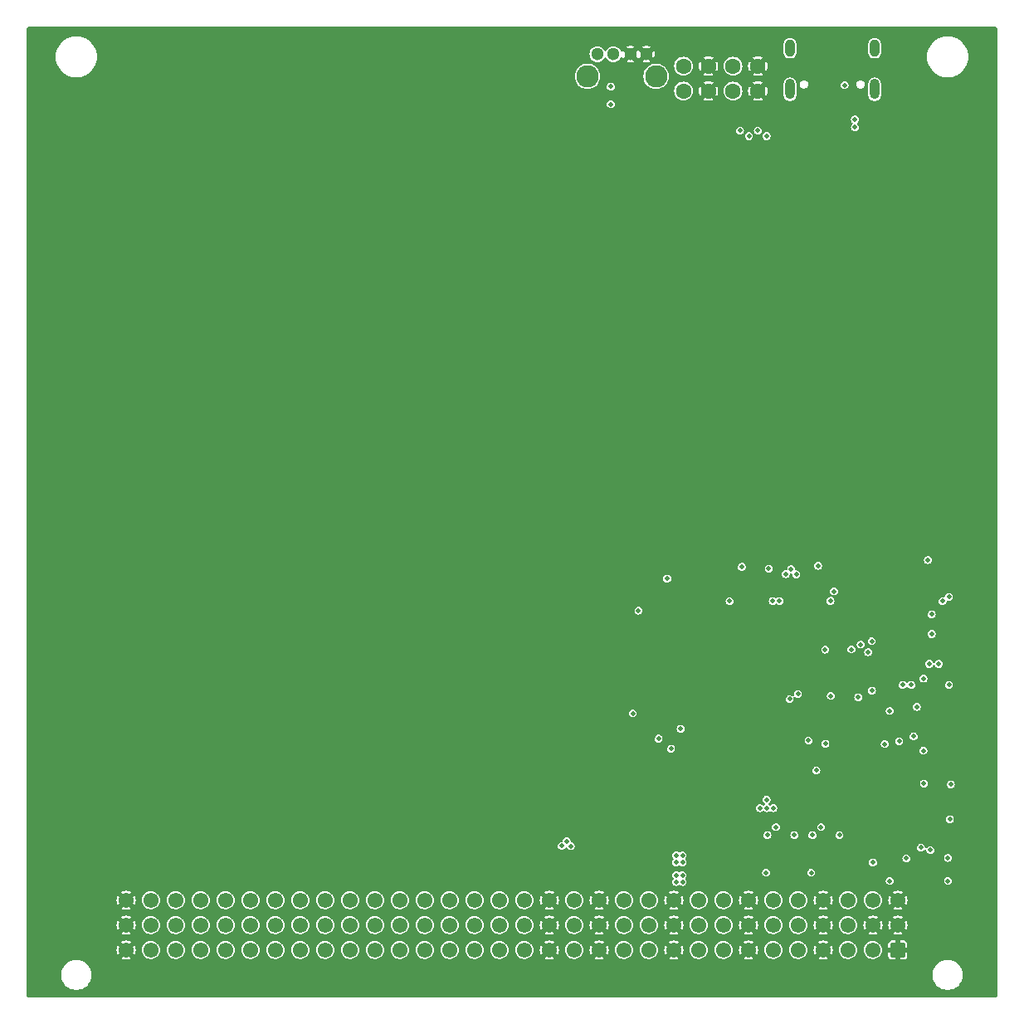
<source format=gbr>
%TF.GenerationSoftware,KiCad,Pcbnew,8.0.8-8.0.8-0~ubuntu24.04.1*%
%TF.CreationDate,2025-02-18T22:24:07+00:00*%
%TF.ProjectId,base-module,62617365-2d6d-46f6-9475-6c652e6b6963,1.0.0*%
%TF.SameCoordinates,Original*%
%TF.FileFunction,Copper,L2,Inr*%
%TF.FilePolarity,Positive*%
%FSLAX46Y46*%
G04 Gerber Fmt 4.6, Leading zero omitted, Abs format (unit mm)*
G04 Created by KiCad (PCBNEW 8.0.8-8.0.8-0~ubuntu24.04.1) date 2025-02-18 22:24:07*
%MOMM*%
%LPD*%
G01*
G04 APERTURE LIST*
G04 Aperture macros list*
%AMRoundRect*
0 Rectangle with rounded corners*
0 $1 Rounding radius*
0 $2 $3 $4 $5 $6 $7 $8 $9 X,Y pos of 4 corners*
0 Add a 4 corners polygon primitive as box body*
4,1,4,$2,$3,$4,$5,$6,$7,$8,$9,$2,$3,0*
0 Add four circle primitives for the rounded corners*
1,1,$1+$1,$2,$3*
1,1,$1+$1,$4,$5*
1,1,$1+$1,$6,$7*
1,1,$1+$1,$8,$9*
0 Add four rect primitives between the rounded corners*
20,1,$1+$1,$2,$3,$4,$5,0*
20,1,$1+$1,$4,$5,$6,$7,0*
20,1,$1+$1,$6,$7,$8,$9,0*
20,1,$1+$1,$8,$9,$2,$3,0*%
G04 Aperture macros list end*
%TA.AperFunction,ComponentPad*%
%ADD10C,1.600000*%
%TD*%
%TA.AperFunction,HeatsinkPad*%
%ADD11O,1.000000X2.100000*%
%TD*%
%TA.AperFunction,HeatsinkPad*%
%ADD12O,1.000000X1.800000*%
%TD*%
%TA.AperFunction,ComponentPad*%
%ADD13RoundRect,0.249999X0.525001X0.525001X-0.525001X0.525001X-0.525001X-0.525001X0.525001X-0.525001X0*%
%TD*%
%TA.AperFunction,ComponentPad*%
%ADD14C,1.550000*%
%TD*%
%TA.AperFunction,ComponentPad*%
%ADD15C,1.300000*%
%TD*%
%TA.AperFunction,ComponentPad*%
%ADD16C,2.286000*%
%TD*%
%TA.AperFunction,ViaPad*%
%ADD17C,0.500000*%
%TD*%
G04 APERTURE END LIST*
D10*
%TO.N,Net-(LED300-Pad1)*%
%TO.C,LED300*%
X106863600Y-55785000D03*
%TO.N,GND*%
X109403600Y-55785000D03*
%TO.N,Net-(LED300-Pad3)*%
X106863600Y-58325000D03*
%TO.N,GND*%
X109403600Y-58325000D03*
%TD*%
D11*
%TO.N,Net-(J800-SHIELD)*%
%TO.C,J800*%
X126370000Y-58140000D03*
D12*
X126370000Y-53960000D03*
D11*
X117730000Y-58140000D03*
D12*
X117730000Y-53960000D03*
%TD*%
D13*
%TO.N,GND*%
%TO.C,J200*%
X128740000Y-145975000D03*
D14*
%TO.N,/Backplane/BACKPLANE.D+*%
X126200000Y-145975000D03*
%TO.N,+5V_STDBY*%
X123660000Y-145975000D03*
%TO.N,GND*%
X121120000Y-145975000D03*
%TO.N,/Backplane/CAN1.+*%
X118580000Y-145975000D03*
%TO.N,/Backplane/CAN1.-*%
X116040000Y-145975000D03*
%TO.N,GND*%
X113500000Y-145975000D03*
%TO.N,/Backplane/CAN2.+*%
X110960000Y-145975000D03*
%TO.N,/Backplane/CAN2.-*%
X108420000Y-145975000D03*
%TO.N,GND*%
X105880000Y-145975000D03*
%TO.N,+12V*%
X103340000Y-145975000D03*
X100800000Y-145975000D03*
%TO.N,GND*%
X98260000Y-145975000D03*
%TO.N,+24V*%
X95720000Y-145975000D03*
%TO.N,GND*%
X93180000Y-145975000D03*
%TO.N,/Backplane/GPIOL0*%
X90640000Y-145975000D03*
%TO.N,/Backplane/GPIOL1*%
X88100000Y-145975000D03*
%TO.N,/Backplane/GPIOL2*%
X85560000Y-145975000D03*
%TO.N,/Backplane/GPIOL3*%
X83020000Y-145975000D03*
%TO.N,/Backplane/GPIOL4*%
X80480000Y-145975000D03*
%TO.N,/Backplane/GPIOL5*%
X77940000Y-145975000D03*
%TO.N,/Backplane/GPIOL6*%
X75400000Y-145975000D03*
%TO.N,/Backplane/GPIOL7*%
X72860000Y-145975000D03*
%TO.N,/Backplane/GPIOL8*%
X70320000Y-145975000D03*
%TO.N,/Backplane/GPIOL9*%
X67780000Y-145975000D03*
%TO.N,/Backplane/GPIOL10*%
X65240000Y-145975000D03*
%TO.N,/Backplane/GPIOL11*%
X62700000Y-145975000D03*
%TO.N,/Backplane/GPIOL12*%
X60160000Y-145975000D03*
%TO.N,/Backplane/GPIOL13*%
X57620000Y-145975000D03*
%TO.N,/Backplane/GPIOL14*%
X55080000Y-145975000D03*
%TO.N,/Backplane/GPIOL15*%
X52540000Y-145975000D03*
%TO.N,GND*%
X50000000Y-145975000D03*
X128740000Y-143435000D03*
X126200000Y-143435000D03*
%TO.N,+5V_STDBY*%
X123660000Y-143435000D03*
%TO.N,GND*%
X121120000Y-143435000D03*
%TO.N,/Backplane/CAN1.+*%
X118580000Y-143435000D03*
%TO.N,/Backplane/CAN1.-*%
X116040000Y-143435000D03*
%TO.N,GND*%
X113500000Y-143435000D03*
%TO.N,/Backplane/CAN2.+*%
X110960000Y-143435000D03*
%TO.N,/Backplane/CAN2.-*%
X108420000Y-143435000D03*
%TO.N,GND*%
X105880000Y-143435000D03*
%TO.N,+12V*%
X103340000Y-143435000D03*
X100800000Y-143435000D03*
%TO.N,GND*%
X98260000Y-143435000D03*
%TO.N,+24V*%
X95720000Y-143435000D03*
%TO.N,GND*%
X93180000Y-143435000D03*
%TO.N,/Backplane/GPIOC0*%
X90640000Y-143435000D03*
%TO.N,/Backplane/GPIOC1*%
X88100000Y-143435000D03*
%TO.N,/Backplane/GPIOC2*%
X85560000Y-143435000D03*
%TO.N,/Backplane/GPIOC3*%
X83020000Y-143435000D03*
%TO.N,/Backplane/GPIOC4*%
X80480000Y-143435000D03*
%TO.N,/Backplane/GPIOC5*%
X77940000Y-143435000D03*
%TO.N,/Backplane/GPIOC6*%
X75400000Y-143435000D03*
%TO.N,/Backplane/GPIOC7*%
X72860000Y-143435000D03*
%TO.N,/Backplane/GPIOC8*%
X70320000Y-143435000D03*
%TO.N,/Backplane/GPIOC9*%
X67780000Y-143435000D03*
%TO.N,/Backplane/GPIOC10*%
X65240000Y-143435000D03*
%TO.N,/Backplane/GPIOC11*%
X62700000Y-143435000D03*
%TO.N,/Backplane/GPIOC12*%
X60160000Y-143435000D03*
%TO.N,/Backplane/GPIOC13*%
X57620000Y-143435000D03*
%TO.N,/Backplane/GPIOC14*%
X55080000Y-143435000D03*
%TO.N,/Backplane/GPIOC15*%
X52540000Y-143435000D03*
%TO.N,GND*%
X50000000Y-143435000D03*
X128740000Y-140895000D03*
%TO.N,/Backplane/BACKPLANE.D-*%
X126200000Y-140895000D03*
%TO.N,+5V_STDBY*%
X123660000Y-140895000D03*
%TO.N,GND*%
X121120000Y-140895000D03*
%TO.N,/Backplane/CAN1.+*%
X118580000Y-140895000D03*
%TO.N,/Backplane/CAN1.-*%
X116040000Y-140895000D03*
%TO.N,GND*%
X113500000Y-140895000D03*
%TO.N,/Backplane/CAN2.+*%
X110960000Y-140895000D03*
%TO.N,/Backplane/CAN2.-*%
X108420000Y-140895000D03*
%TO.N,GND*%
X105880000Y-140895000D03*
%TO.N,+12V*%
X103340000Y-140895000D03*
X100800000Y-140895000D03*
%TO.N,GND*%
X98260000Y-140895000D03*
%TO.N,+24V*%
X95720000Y-140895000D03*
%TO.N,GND*%
X93180000Y-140895000D03*
%TO.N,/Backplane/GPIOR0*%
X90640000Y-140895000D03*
%TO.N,/Backplane/GPIOR1*%
X88100000Y-140895000D03*
%TO.N,/Backplane/GPIOR2*%
X85560000Y-140895000D03*
%TO.N,/Backplane/GPIOR3*%
X83020000Y-140895000D03*
%TO.N,/Backplane/GPIOR4*%
X80480000Y-140895000D03*
%TO.N,/Backplane/GPIOR5*%
X77940000Y-140895000D03*
%TO.N,/Backplane/GPIOR6*%
X75400000Y-140895000D03*
%TO.N,/Backplane/GPIOR7*%
X72860000Y-140895000D03*
%TO.N,/Backplane/GPIOR8*%
X70320000Y-140895000D03*
%TO.N,/Backplane/GPIOR9*%
X67780000Y-140895000D03*
%TO.N,/Backplane/GPIOR10*%
X65240000Y-140895000D03*
%TO.N,/Backplane/GPIOR11*%
X62700000Y-140895000D03*
%TO.N,/Backplane/GPIOR12*%
X60160000Y-140895000D03*
%TO.N,/Backplane/GPIOR13*%
X57620000Y-140895000D03*
%TO.N,/Backplane/GPIOR14*%
X55080000Y-140895000D03*
%TO.N,/Backplane/GPIOR15*%
X52540000Y-140895000D03*
%TO.N,GND*%
X50000000Y-140895000D03*
%TD*%
D15*
%TO.N,GND*%
%TO.C,SW400*%
X103080000Y-54575000D03*
X101450000Y-54575000D03*
%TO.N,/MCU/SWD.~{RST}*%
X99710000Y-54575000D03*
%TO.N,/MCU/USR_BUTTON*%
X98080000Y-54575000D03*
D16*
%TO.N,N/C*%
X104080000Y-56825000D03*
X97080000Y-56825000D03*
%TD*%
D10*
%TO.N,Net-(LED301-Pad1)*%
%TO.C,LED301*%
X111913600Y-55785000D03*
%TO.N,GND*%
X114453600Y-55785000D03*
%TO.N,Net-(LED301-Pad3)*%
X111913600Y-58325000D03*
%TO.N,GND*%
X114453600Y-58325000D03*
%TD*%
D17*
%TO.N,+3V3*%
X115300000Y-138075000D03*
X99450000Y-59675000D03*
X131350000Y-125625000D03*
X121325000Y-115325000D03*
X104325000Y-124400000D03*
X120590000Y-106765000D03*
X115350000Y-131500000D03*
X132050000Y-135775000D03*
X131800000Y-106175000D03*
X131400000Y-128975000D03*
X133950000Y-118922500D03*
X114650000Y-131500000D03*
X115350000Y-130625000D03*
X102275000Y-111350000D03*
X121350000Y-124927500D03*
X127900000Y-121575000D03*
X121875000Y-110350000D03*
X105200000Y-108075000D03*
X125700000Y-115575000D03*
X131350000Y-118275000D03*
X124000000Y-115300000D03*
X122225000Y-109375000D03*
X115575000Y-107050000D03*
X101700000Y-121825000D03*
X119900000Y-138075000D03*
X116025000Y-131500000D03*
X112825000Y-106875000D03*
X119625000Y-124600000D03*
X114450000Y-62375000D03*
%TO.N,GND*%
X106050000Y-107375000D03*
X108925000Y-107700000D03*
X99450000Y-58775000D03*
X95300000Y-131025000D03*
X103700000Y-128625000D03*
X106050000Y-106475000D03*
X129900000Y-124961216D03*
X128350000Y-134775000D03*
X104900000Y-128625000D03*
X109870720Y-132521542D03*
X134830000Y-142145001D03*
X127250000Y-134775000D03*
X116250000Y-62375000D03*
X95300000Y-133425000D03*
X132350000Y-125625000D03*
X113850000Y-136425000D03*
X109700000Y-128625000D03*
X96500000Y-128625000D03*
X130325000Y-129675000D03*
X106100000Y-128625000D03*
X110520720Y-132521542D03*
X108650000Y-136275000D03*
X102850000Y-119275000D03*
X113300000Y-128625000D03*
X103700000Y-132225000D03*
X97700000Y-128625000D03*
X115050000Y-136625000D03*
X121350000Y-123927500D03*
X103575000Y-106475000D03*
X116825000Y-106025000D03*
X119625000Y-125600000D03*
X108200000Y-104250000D03*
X126375000Y-109375000D03*
X126900000Y-113525000D03*
X131150000Y-116225000D03*
X112525000Y-106025000D03*
X97900000Y-111775000D03*
X113850000Y-137675000D03*
X100100000Y-128625000D03*
X94450000Y-138675000D03*
X116575000Y-107050000D03*
X128350000Y-135825000D03*
X98900000Y-128625000D03*
X118750000Y-126325000D03*
X134150000Y-128175000D03*
X131900000Y-133925000D03*
X126950000Y-106725000D03*
X119100000Y-134275000D03*
X111170720Y-132521542D03*
X103575000Y-107350000D03*
X103700000Y-133425000D03*
X122200000Y-115275000D03*
X103700000Y-131025000D03*
X117150000Y-62375000D03*
X131150000Y-115125000D03*
X119410000Y-61815001D03*
X133300000Y-122825000D03*
X118050000Y-62925000D03*
X108500000Y-128625000D03*
X133950000Y-119922500D03*
X134100000Y-133525000D03*
X134300000Y-135775000D03*
X112100000Y-128625000D03*
X113825000Y-106875000D03*
X121900000Y-133425000D03*
X114500000Y-128625000D03*
X118850000Y-59675000D03*
X103325000Y-124400000D03*
X121875000Y-111350000D03*
X117300000Y-133425000D03*
X120590000Y-105865000D03*
X129800000Y-133725000D03*
X95953492Y-138663288D03*
X127250000Y-135825000D03*
X131100000Y-136425000D03*
X110900000Y-128625000D03*
X101300000Y-128625000D03*
X99850000Y-134671508D03*
X102500000Y-128625000D03*
X95300000Y-132225000D03*
X107300000Y-128625000D03*
X95200000Y-138675000D03*
X99850000Y-135971508D03*
X95300000Y-129825000D03*
X136150000Y-138925000D03*
X102225000Y-122850000D03*
X126700000Y-115575000D03*
X102275000Y-110350000D03*
X123200000Y-136625000D03*
X131950000Y-139425000D03*
X113850000Y-137075000D03*
X125350000Y-62025000D03*
X125350000Y-61225000D03*
X123550000Y-125325000D03*
X132700000Y-132175000D03*
X99850000Y-135321508D03*
X123100000Y-115275000D03*
X103700000Y-129825000D03*
X95300000Y-128625000D03*
X132350000Y-118275000D03*
X119650000Y-136625000D03*
%TO.N,+5V*%
X106125000Y-137025000D03*
X134150000Y-129075000D03*
X116300000Y-133425000D03*
X106775000Y-136325000D03*
X133300000Y-110375000D03*
X131100000Y-135525001D03*
X106775000Y-137025000D03*
X126200000Y-137025000D03*
X106125000Y-136325000D03*
X120900000Y-133425000D03*
%TO.N,/ST-LINK/LED*%
X124950000Y-114800000D03*
X127400000Y-124950000D03*
%TO.N,/ST-LINK/STLINK-BOOT0*%
X130675000Y-121175000D03*
%TO.N,/ST-LINK/DIO*%
X128875000Y-124675000D03*
%TO.N,/ST-LINK/CLK*%
X130350000Y-124175000D03*
%TO.N,+12V_FUSED*%
X94451270Y-135361059D03*
X133950000Y-109925000D03*
X106125000Y-139025000D03*
X106125000Y-138325000D03*
X106775000Y-138325000D03*
X95375000Y-135375000D03*
X106775000Y-139025000D03*
X94950000Y-134875000D03*
%TO.N,/ST-LINK/STLINK_RX*%
X126100000Y-119500000D03*
X132200000Y-113725000D03*
%TO.N,/USB/VBUS_IN*%
X124350000Y-61225000D03*
X134050000Y-132625000D03*
%TO.N,/ST-LINK/STLINK_TX*%
X132200000Y-111725000D03*
X126075000Y-114450000D03*
%TO.N,/MCU/USR_BUTTON*%
X115975000Y-110350000D03*
X99450000Y-57875000D03*
%TO.N,/MCU/SWD.~{RST}*%
X111575001Y-110375000D03*
X121900000Y-120045000D03*
X118377238Y-107645000D03*
%TO.N,Net-(U302-PGANG)*%
X129600000Y-136625000D03*
X127900000Y-138925000D03*
%TO.N,Net-(U700-PA5)*%
X124700000Y-120175000D03*
X120425000Y-127650000D03*
%TO.N,Net-(U700-PC13)*%
X130100000Y-118925000D03*
X132900000Y-116775000D03*
%TO.N,Net-(U700-PC14)*%
X129225000Y-118925000D03*
X131950000Y-116775000D03*
%TO.N,/CAN transceiver 1/CAN.TX*%
X122775000Y-134250000D03*
X118550000Y-119850000D03*
%TO.N,/CAN transceiver 1/CAN.RX*%
X117700000Y-120375000D03*
X120025000Y-134250000D03*
%TO.N,/CAN transceiver 2/CAN.TX*%
X118175000Y-134250000D03*
X106575000Y-123400000D03*
%TO.N,/CAN transceiver 2/CAN.RX*%
X105600000Y-125425000D03*
X115425000Y-134250000D03*
%TO.N,/USB/CC1*%
X123300000Y-57725000D03*
X124350000Y-62025000D03*
%TO.N,Net-(U801-~{OE})*%
X133850000Y-136575000D03*
X133850000Y-138925000D03*
%TO.N,/MCU/USER_LED_1*%
X113550000Y-62925000D03*
X117850000Y-107125000D03*
%TO.N,/MCU/USER_LED_2*%
X117300000Y-107625000D03*
X112650000Y-62375000D03*
%TO.N,/MCU/STATUS_LED*%
X115350000Y-62925000D03*
X116675000Y-110350000D03*
%TD*%
%TA.AperFunction,Conductor*%
%TO.N,GND*%
G36*
X138812539Y-51805186D02*
G01*
X138858294Y-51857990D01*
X138869500Y-51909501D01*
X138869500Y-150660501D01*
X138849815Y-150727540D01*
X138797011Y-150773295D01*
X138745500Y-150784501D01*
X39994500Y-150784501D01*
X39927461Y-150764816D01*
X39881706Y-150712012D01*
X39870500Y-150660501D01*
X39870500Y-148394941D01*
X43394500Y-148394941D01*
X43394500Y-148635058D01*
X43432063Y-148872222D01*
X43506265Y-149100593D01*
X43615276Y-149314536D01*
X43756414Y-149508796D01*
X43926204Y-149678586D01*
X44120464Y-149819724D01*
X44221543Y-149871226D01*
X44334406Y-149928734D01*
X44334408Y-149928734D01*
X44334411Y-149928736D01*
X44562778Y-150002937D01*
X44799941Y-150040500D01*
X44799942Y-150040500D01*
X45040058Y-150040500D01*
X45040059Y-150040500D01*
X45277222Y-150002937D01*
X45505589Y-149928736D01*
X45719536Y-149819724D01*
X45913796Y-149678586D01*
X46083586Y-149508796D01*
X46224724Y-149314536D01*
X46333736Y-149100589D01*
X46407937Y-148872222D01*
X46445500Y-148635059D01*
X46445500Y-148394941D01*
X132294500Y-148394941D01*
X132294500Y-148635058D01*
X132332063Y-148872222D01*
X132406265Y-149100593D01*
X132515276Y-149314536D01*
X132656414Y-149508796D01*
X132826204Y-149678586D01*
X133020464Y-149819724D01*
X133121543Y-149871226D01*
X133234406Y-149928734D01*
X133234408Y-149928734D01*
X133234411Y-149928736D01*
X133462778Y-150002937D01*
X133699941Y-150040500D01*
X133699942Y-150040500D01*
X133940058Y-150040500D01*
X133940059Y-150040500D01*
X134177222Y-150002937D01*
X134405589Y-149928736D01*
X134619536Y-149819724D01*
X134813796Y-149678586D01*
X134983586Y-149508796D01*
X135124724Y-149314536D01*
X135233736Y-149100589D01*
X135307937Y-148872222D01*
X135345500Y-148635059D01*
X135345500Y-148394941D01*
X135307937Y-148157778D01*
X135233736Y-147929411D01*
X135233734Y-147929408D01*
X135233734Y-147929406D01*
X135124723Y-147715463D01*
X134983586Y-147521204D01*
X134813796Y-147351414D01*
X134619536Y-147210276D01*
X134405593Y-147101265D01*
X134177222Y-147027063D01*
X133940059Y-146989500D01*
X133699941Y-146989500D01*
X133581359Y-147008281D01*
X133462777Y-147027063D01*
X133234406Y-147101265D01*
X133020463Y-147210276D01*
X132826201Y-147351416D01*
X132656416Y-147521201D01*
X132515276Y-147715463D01*
X132406265Y-147929406D01*
X132332063Y-148157777D01*
X132294500Y-148394941D01*
X46445500Y-148394941D01*
X46407937Y-148157778D01*
X46333736Y-147929411D01*
X46333734Y-147929408D01*
X46333734Y-147929406D01*
X46224723Y-147715463D01*
X46083586Y-147521204D01*
X45913796Y-147351414D01*
X45719536Y-147210276D01*
X45505593Y-147101265D01*
X45277222Y-147027063D01*
X45040059Y-146989500D01*
X44799941Y-146989500D01*
X44681359Y-147008281D01*
X44562777Y-147027063D01*
X44334406Y-147101265D01*
X44120463Y-147210276D01*
X43926201Y-147351416D01*
X43756416Y-147521201D01*
X43615276Y-147715463D01*
X43506265Y-147929406D01*
X43432063Y-148157777D01*
X43394500Y-148394941D01*
X39870500Y-148394941D01*
X39870500Y-145975000D01*
X49020282Y-145975000D01*
X49039106Y-146166134D01*
X49039107Y-146166136D01*
X49094857Y-146349918D01*
X49094858Y-146349920D01*
X49156395Y-146465049D01*
X49156396Y-146465050D01*
X49517037Y-146104408D01*
X49534075Y-146167993D01*
X49599901Y-146282007D01*
X49692993Y-146375099D01*
X49807007Y-146440925D01*
X49870590Y-146457962D01*
X49509949Y-146818603D01*
X49625082Y-146880142D01*
X49808863Y-146935892D01*
X49808865Y-146935893D01*
X50000000Y-146954717D01*
X50191134Y-146935893D01*
X50191136Y-146935892D01*
X50374921Y-146880141D01*
X50490049Y-146818603D01*
X50129409Y-146457962D01*
X50192993Y-146440925D01*
X50307007Y-146375099D01*
X50400099Y-146282007D01*
X50465925Y-146167993D01*
X50482962Y-146104408D01*
X50843603Y-146465049D01*
X50905141Y-146349921D01*
X50960892Y-146166136D01*
X50960893Y-146166134D01*
X50979717Y-145975000D01*
X51609402Y-145975000D01*
X51629738Y-146168483D01*
X51689856Y-146353510D01*
X51689857Y-146353511D01*
X51759999Y-146475000D01*
X51787130Y-146521992D01*
X51816137Y-146554207D01*
X51917302Y-146666564D01*
X51917305Y-146666566D01*
X51917308Y-146666569D01*
X52035352Y-146752333D01*
X52074702Y-146780923D01*
X52142926Y-146811297D01*
X52252429Y-146860051D01*
X52442726Y-146900500D01*
X52637274Y-146900500D01*
X52827571Y-146860051D01*
X53005299Y-146780922D01*
X53162692Y-146666569D01*
X53292870Y-146521992D01*
X53390144Y-146353508D01*
X53450262Y-146168482D01*
X53470598Y-145975000D01*
X54149402Y-145975000D01*
X54169738Y-146168483D01*
X54229856Y-146353510D01*
X54229857Y-146353511D01*
X54299999Y-146475000D01*
X54327130Y-146521992D01*
X54356137Y-146554207D01*
X54457302Y-146666564D01*
X54457305Y-146666566D01*
X54457308Y-146666569D01*
X54575352Y-146752333D01*
X54614702Y-146780923D01*
X54682926Y-146811297D01*
X54792429Y-146860051D01*
X54982726Y-146900500D01*
X55177274Y-146900500D01*
X55367571Y-146860051D01*
X55545299Y-146780922D01*
X55702692Y-146666569D01*
X55832870Y-146521992D01*
X55930144Y-146353508D01*
X55990262Y-146168482D01*
X56010598Y-145975000D01*
X56689402Y-145975000D01*
X56709738Y-146168483D01*
X56769856Y-146353510D01*
X56769857Y-146353511D01*
X56839999Y-146475000D01*
X56867130Y-146521992D01*
X56896137Y-146554207D01*
X56997302Y-146666564D01*
X56997305Y-146666566D01*
X56997308Y-146666569D01*
X57115352Y-146752333D01*
X57154702Y-146780923D01*
X57222926Y-146811297D01*
X57332429Y-146860051D01*
X57522726Y-146900500D01*
X57717274Y-146900500D01*
X57907571Y-146860051D01*
X58085299Y-146780922D01*
X58242692Y-146666569D01*
X58372870Y-146521992D01*
X58470144Y-146353508D01*
X58530262Y-146168482D01*
X58550598Y-145975000D01*
X59229402Y-145975000D01*
X59249738Y-146168483D01*
X59309856Y-146353510D01*
X59309857Y-146353511D01*
X59379999Y-146475000D01*
X59407130Y-146521992D01*
X59436137Y-146554207D01*
X59537302Y-146666564D01*
X59537305Y-146666566D01*
X59537308Y-146666569D01*
X59655352Y-146752333D01*
X59694702Y-146780923D01*
X59762926Y-146811297D01*
X59872429Y-146860051D01*
X60062726Y-146900500D01*
X60257274Y-146900500D01*
X60447571Y-146860051D01*
X60625299Y-146780922D01*
X60782692Y-146666569D01*
X60912870Y-146521992D01*
X61010144Y-146353508D01*
X61070262Y-146168482D01*
X61090598Y-145975000D01*
X61769402Y-145975000D01*
X61789738Y-146168483D01*
X61849856Y-146353510D01*
X61849857Y-146353511D01*
X61919999Y-146475000D01*
X61947130Y-146521992D01*
X61976137Y-146554207D01*
X62077302Y-146666564D01*
X62077305Y-146666566D01*
X62077308Y-146666569D01*
X62195352Y-146752333D01*
X62234702Y-146780923D01*
X62302926Y-146811297D01*
X62412429Y-146860051D01*
X62602726Y-146900500D01*
X62797274Y-146900500D01*
X62987571Y-146860051D01*
X63165299Y-146780922D01*
X63322692Y-146666569D01*
X63452870Y-146521992D01*
X63550144Y-146353508D01*
X63610262Y-146168482D01*
X63630598Y-145975000D01*
X64309402Y-145975000D01*
X64329738Y-146168483D01*
X64389856Y-146353510D01*
X64389857Y-146353511D01*
X64459999Y-146475000D01*
X64487130Y-146521992D01*
X64516137Y-146554207D01*
X64617302Y-146666564D01*
X64617305Y-146666566D01*
X64617308Y-146666569D01*
X64735352Y-146752333D01*
X64774702Y-146780923D01*
X64842926Y-146811297D01*
X64952429Y-146860051D01*
X65142726Y-146900500D01*
X65337274Y-146900500D01*
X65527571Y-146860051D01*
X65705299Y-146780922D01*
X65862692Y-146666569D01*
X65992870Y-146521992D01*
X66090144Y-146353508D01*
X66150262Y-146168482D01*
X66170598Y-145975000D01*
X66849402Y-145975000D01*
X66869738Y-146168483D01*
X66929856Y-146353510D01*
X66929857Y-146353511D01*
X66999999Y-146475000D01*
X67027130Y-146521992D01*
X67056137Y-146554207D01*
X67157302Y-146666564D01*
X67157305Y-146666566D01*
X67157308Y-146666569D01*
X67275352Y-146752333D01*
X67314702Y-146780923D01*
X67382926Y-146811297D01*
X67492429Y-146860051D01*
X67682726Y-146900500D01*
X67877274Y-146900500D01*
X68067571Y-146860051D01*
X68245299Y-146780922D01*
X68402692Y-146666569D01*
X68532870Y-146521992D01*
X68630144Y-146353508D01*
X68690262Y-146168482D01*
X68710598Y-145975000D01*
X69389402Y-145975000D01*
X69409738Y-146168483D01*
X69469856Y-146353510D01*
X69469857Y-146353511D01*
X69539999Y-146475000D01*
X69567130Y-146521992D01*
X69596137Y-146554207D01*
X69697302Y-146666564D01*
X69697305Y-146666566D01*
X69697308Y-146666569D01*
X69815352Y-146752333D01*
X69854702Y-146780923D01*
X69922926Y-146811297D01*
X70032429Y-146860051D01*
X70222726Y-146900500D01*
X70417274Y-146900500D01*
X70607571Y-146860051D01*
X70785299Y-146780922D01*
X70942692Y-146666569D01*
X71072870Y-146521992D01*
X71170144Y-146353508D01*
X71230262Y-146168482D01*
X71250598Y-145975000D01*
X71929402Y-145975000D01*
X71949738Y-146168483D01*
X72009856Y-146353510D01*
X72009857Y-146353511D01*
X72079999Y-146475000D01*
X72107130Y-146521992D01*
X72136137Y-146554207D01*
X72237302Y-146666564D01*
X72237305Y-146666566D01*
X72237308Y-146666569D01*
X72355352Y-146752333D01*
X72394702Y-146780923D01*
X72462926Y-146811297D01*
X72572429Y-146860051D01*
X72762726Y-146900500D01*
X72957274Y-146900500D01*
X73147571Y-146860051D01*
X73325299Y-146780922D01*
X73482692Y-146666569D01*
X73612870Y-146521992D01*
X73710144Y-146353508D01*
X73770262Y-146168482D01*
X73790598Y-145975000D01*
X74469402Y-145975000D01*
X74489738Y-146168483D01*
X74549856Y-146353510D01*
X74549857Y-146353511D01*
X74619999Y-146475000D01*
X74647130Y-146521992D01*
X74676137Y-146554207D01*
X74777302Y-146666564D01*
X74777305Y-146666566D01*
X74777308Y-146666569D01*
X74895352Y-146752333D01*
X74934702Y-146780923D01*
X75002926Y-146811297D01*
X75112429Y-146860051D01*
X75302726Y-146900500D01*
X75497274Y-146900500D01*
X75687571Y-146860051D01*
X75865299Y-146780922D01*
X76022692Y-146666569D01*
X76152870Y-146521992D01*
X76250144Y-146353508D01*
X76310262Y-146168482D01*
X76330598Y-145975000D01*
X77009402Y-145975000D01*
X77029738Y-146168483D01*
X77089856Y-146353510D01*
X77089857Y-146353511D01*
X77159999Y-146475000D01*
X77187130Y-146521992D01*
X77216137Y-146554207D01*
X77317302Y-146666564D01*
X77317305Y-146666566D01*
X77317308Y-146666569D01*
X77435352Y-146752333D01*
X77474702Y-146780923D01*
X77542926Y-146811297D01*
X77652429Y-146860051D01*
X77842726Y-146900500D01*
X78037274Y-146900500D01*
X78227571Y-146860051D01*
X78405299Y-146780922D01*
X78562692Y-146666569D01*
X78692870Y-146521992D01*
X78790144Y-146353508D01*
X78850262Y-146168482D01*
X78870598Y-145975000D01*
X79549402Y-145975000D01*
X79569738Y-146168483D01*
X79629856Y-146353510D01*
X79629857Y-146353511D01*
X79699999Y-146475000D01*
X79727130Y-146521992D01*
X79756137Y-146554207D01*
X79857302Y-146666564D01*
X79857305Y-146666566D01*
X79857308Y-146666569D01*
X79975352Y-146752333D01*
X80014702Y-146780923D01*
X80082926Y-146811297D01*
X80192429Y-146860051D01*
X80382726Y-146900500D01*
X80577274Y-146900500D01*
X80767571Y-146860051D01*
X80945299Y-146780922D01*
X81102692Y-146666569D01*
X81232870Y-146521992D01*
X81330144Y-146353508D01*
X81390262Y-146168482D01*
X81410598Y-145975000D01*
X82089402Y-145975000D01*
X82109738Y-146168483D01*
X82169856Y-146353510D01*
X82169857Y-146353511D01*
X82239999Y-146475000D01*
X82267130Y-146521992D01*
X82296137Y-146554207D01*
X82397302Y-146666564D01*
X82397305Y-146666566D01*
X82397308Y-146666569D01*
X82515352Y-146752333D01*
X82554702Y-146780923D01*
X82622926Y-146811297D01*
X82732429Y-146860051D01*
X82922726Y-146900500D01*
X83117274Y-146900500D01*
X83307571Y-146860051D01*
X83485299Y-146780922D01*
X83642692Y-146666569D01*
X83772870Y-146521992D01*
X83870144Y-146353508D01*
X83930262Y-146168482D01*
X83950598Y-145975000D01*
X84629402Y-145975000D01*
X84649738Y-146168483D01*
X84709856Y-146353510D01*
X84709857Y-146353511D01*
X84779999Y-146475000D01*
X84807130Y-146521992D01*
X84836137Y-146554207D01*
X84937302Y-146666564D01*
X84937305Y-146666566D01*
X84937308Y-146666569D01*
X85055352Y-146752333D01*
X85094702Y-146780923D01*
X85162926Y-146811297D01*
X85272429Y-146860051D01*
X85462726Y-146900500D01*
X85657274Y-146900500D01*
X85847571Y-146860051D01*
X86025299Y-146780922D01*
X86182692Y-146666569D01*
X86312870Y-146521992D01*
X86410144Y-146353508D01*
X86470262Y-146168482D01*
X86490598Y-145975000D01*
X87169402Y-145975000D01*
X87189738Y-146168483D01*
X87249856Y-146353510D01*
X87249857Y-146353511D01*
X87319999Y-146475000D01*
X87347130Y-146521992D01*
X87376137Y-146554207D01*
X87477302Y-146666564D01*
X87477305Y-146666566D01*
X87477308Y-146666569D01*
X87595352Y-146752333D01*
X87634702Y-146780923D01*
X87702926Y-146811297D01*
X87812429Y-146860051D01*
X88002726Y-146900500D01*
X88197274Y-146900500D01*
X88387571Y-146860051D01*
X88565299Y-146780922D01*
X88722692Y-146666569D01*
X88852870Y-146521992D01*
X88950144Y-146353508D01*
X89010262Y-146168482D01*
X89030598Y-145975000D01*
X89709402Y-145975000D01*
X89729738Y-146168483D01*
X89789856Y-146353510D01*
X89789857Y-146353511D01*
X89859999Y-146475000D01*
X89887130Y-146521992D01*
X89916137Y-146554207D01*
X90017302Y-146666564D01*
X90017305Y-146666566D01*
X90017308Y-146666569D01*
X90135352Y-146752333D01*
X90174702Y-146780923D01*
X90242926Y-146811297D01*
X90352429Y-146860051D01*
X90542726Y-146900500D01*
X90737274Y-146900500D01*
X90927571Y-146860051D01*
X91105299Y-146780922D01*
X91262692Y-146666569D01*
X91392870Y-146521992D01*
X91490144Y-146353508D01*
X91550262Y-146168482D01*
X91570598Y-145975000D01*
X92200282Y-145975000D01*
X92219106Y-146166134D01*
X92219107Y-146166136D01*
X92274857Y-146349918D01*
X92274858Y-146349920D01*
X92336395Y-146465049D01*
X92336396Y-146465050D01*
X92697037Y-146104408D01*
X92714075Y-146167993D01*
X92779901Y-146282007D01*
X92872993Y-146375099D01*
X92987007Y-146440925D01*
X93050590Y-146457962D01*
X92689949Y-146818603D01*
X92805082Y-146880142D01*
X92988863Y-146935892D01*
X92988865Y-146935893D01*
X93180000Y-146954717D01*
X93371134Y-146935893D01*
X93371136Y-146935892D01*
X93554921Y-146880141D01*
X93670049Y-146818603D01*
X93309409Y-146457962D01*
X93372993Y-146440925D01*
X93487007Y-146375099D01*
X93580099Y-146282007D01*
X93645925Y-146167993D01*
X93662962Y-146104408D01*
X94023603Y-146465049D01*
X94085141Y-146349921D01*
X94140892Y-146166136D01*
X94140893Y-146166134D01*
X94159717Y-145975000D01*
X94789402Y-145975000D01*
X94809738Y-146168483D01*
X94869856Y-146353510D01*
X94869857Y-146353511D01*
X94939999Y-146475000D01*
X94967130Y-146521992D01*
X94996137Y-146554207D01*
X95097302Y-146666564D01*
X95097305Y-146666566D01*
X95097308Y-146666569D01*
X95215352Y-146752333D01*
X95254702Y-146780923D01*
X95322926Y-146811297D01*
X95432429Y-146860051D01*
X95622726Y-146900500D01*
X95817274Y-146900500D01*
X96007571Y-146860051D01*
X96185299Y-146780922D01*
X96342692Y-146666569D01*
X96472870Y-146521992D01*
X96570144Y-146353508D01*
X96630262Y-146168482D01*
X96650598Y-145975000D01*
X97280282Y-145975000D01*
X97299106Y-146166134D01*
X97299107Y-146166136D01*
X97354857Y-146349918D01*
X97354858Y-146349920D01*
X97416395Y-146465049D01*
X97416396Y-146465050D01*
X97777037Y-146104408D01*
X97794075Y-146167993D01*
X97859901Y-146282007D01*
X97952993Y-146375099D01*
X98067007Y-146440925D01*
X98130590Y-146457962D01*
X97769949Y-146818603D01*
X97885082Y-146880142D01*
X98068863Y-146935892D01*
X98068865Y-146935893D01*
X98260000Y-146954717D01*
X98451134Y-146935893D01*
X98451136Y-146935892D01*
X98634921Y-146880141D01*
X98750049Y-146818603D01*
X98389409Y-146457962D01*
X98452993Y-146440925D01*
X98567007Y-146375099D01*
X98660099Y-146282007D01*
X98725925Y-146167993D01*
X98742962Y-146104408D01*
X99103603Y-146465049D01*
X99165141Y-146349921D01*
X99220892Y-146166136D01*
X99220893Y-146166134D01*
X99239717Y-145975000D01*
X99869402Y-145975000D01*
X99889738Y-146168483D01*
X99949856Y-146353510D01*
X99949857Y-146353511D01*
X100019999Y-146475000D01*
X100047130Y-146521992D01*
X100076137Y-146554207D01*
X100177302Y-146666564D01*
X100177305Y-146666566D01*
X100177308Y-146666569D01*
X100295352Y-146752333D01*
X100334702Y-146780923D01*
X100402926Y-146811297D01*
X100512429Y-146860051D01*
X100702726Y-146900500D01*
X100897274Y-146900500D01*
X101087571Y-146860051D01*
X101265299Y-146780922D01*
X101422692Y-146666569D01*
X101552870Y-146521992D01*
X101650144Y-146353508D01*
X101710262Y-146168482D01*
X101730598Y-145975000D01*
X102409402Y-145975000D01*
X102429738Y-146168483D01*
X102489856Y-146353510D01*
X102489857Y-146353511D01*
X102559999Y-146475000D01*
X102587130Y-146521992D01*
X102616137Y-146554207D01*
X102717302Y-146666564D01*
X102717305Y-146666566D01*
X102717308Y-146666569D01*
X102835352Y-146752333D01*
X102874702Y-146780923D01*
X102942926Y-146811297D01*
X103052429Y-146860051D01*
X103242726Y-146900500D01*
X103437274Y-146900500D01*
X103627571Y-146860051D01*
X103805299Y-146780922D01*
X103962692Y-146666569D01*
X104092870Y-146521992D01*
X104190144Y-146353508D01*
X104250262Y-146168482D01*
X104270598Y-145975000D01*
X104900282Y-145975000D01*
X104919106Y-146166134D01*
X104919107Y-146166136D01*
X104974857Y-146349918D01*
X104974858Y-146349920D01*
X105036395Y-146465049D01*
X105036396Y-146465050D01*
X105397037Y-146104408D01*
X105414075Y-146167993D01*
X105479901Y-146282007D01*
X105572993Y-146375099D01*
X105687007Y-146440925D01*
X105750590Y-146457962D01*
X105389949Y-146818603D01*
X105505082Y-146880142D01*
X105688863Y-146935892D01*
X105688865Y-146935893D01*
X105880000Y-146954717D01*
X106071134Y-146935893D01*
X106071136Y-146935892D01*
X106254921Y-146880141D01*
X106370049Y-146818603D01*
X106009409Y-146457962D01*
X106072993Y-146440925D01*
X106187007Y-146375099D01*
X106280099Y-146282007D01*
X106345925Y-146167993D01*
X106362962Y-146104408D01*
X106723603Y-146465049D01*
X106785141Y-146349921D01*
X106840892Y-146166136D01*
X106840893Y-146166134D01*
X106859717Y-145975000D01*
X107489402Y-145975000D01*
X107509738Y-146168483D01*
X107569856Y-146353510D01*
X107569857Y-146353511D01*
X107639999Y-146475000D01*
X107667130Y-146521992D01*
X107696137Y-146554207D01*
X107797302Y-146666564D01*
X107797305Y-146666566D01*
X107797308Y-146666569D01*
X107915352Y-146752333D01*
X107954702Y-146780923D01*
X108022926Y-146811297D01*
X108132429Y-146860051D01*
X108322726Y-146900500D01*
X108517274Y-146900500D01*
X108707571Y-146860051D01*
X108885299Y-146780922D01*
X109042692Y-146666569D01*
X109172870Y-146521992D01*
X109270144Y-146353508D01*
X109330262Y-146168482D01*
X109350598Y-145975000D01*
X110029402Y-145975000D01*
X110049738Y-146168483D01*
X110109856Y-146353510D01*
X110109857Y-146353511D01*
X110179999Y-146475000D01*
X110207130Y-146521992D01*
X110236137Y-146554207D01*
X110337302Y-146666564D01*
X110337305Y-146666566D01*
X110337308Y-146666569D01*
X110455352Y-146752333D01*
X110494702Y-146780923D01*
X110562926Y-146811297D01*
X110672429Y-146860051D01*
X110862726Y-146900500D01*
X111057274Y-146900500D01*
X111247571Y-146860051D01*
X111425299Y-146780922D01*
X111582692Y-146666569D01*
X111712870Y-146521992D01*
X111810144Y-146353508D01*
X111870262Y-146168482D01*
X111890598Y-145975000D01*
X112520282Y-145975000D01*
X112539106Y-146166134D01*
X112539107Y-146166136D01*
X112594857Y-146349918D01*
X112594858Y-146349920D01*
X112656395Y-146465049D01*
X112656396Y-146465050D01*
X113017037Y-146104408D01*
X113034075Y-146167993D01*
X113099901Y-146282007D01*
X113192993Y-146375099D01*
X113307007Y-146440925D01*
X113370590Y-146457962D01*
X113009949Y-146818603D01*
X113125082Y-146880142D01*
X113308863Y-146935892D01*
X113308865Y-146935893D01*
X113500000Y-146954717D01*
X113691134Y-146935893D01*
X113691136Y-146935892D01*
X113874921Y-146880141D01*
X113990049Y-146818603D01*
X113629409Y-146457962D01*
X113692993Y-146440925D01*
X113807007Y-146375099D01*
X113900099Y-146282007D01*
X113965925Y-146167993D01*
X113982962Y-146104408D01*
X114343603Y-146465049D01*
X114405141Y-146349921D01*
X114460892Y-146166136D01*
X114460893Y-146166134D01*
X114479717Y-145975000D01*
X115109402Y-145975000D01*
X115129738Y-146168483D01*
X115189856Y-146353510D01*
X115189857Y-146353511D01*
X115259999Y-146475000D01*
X115287130Y-146521992D01*
X115316137Y-146554207D01*
X115417302Y-146666564D01*
X115417305Y-146666566D01*
X115417308Y-146666569D01*
X115535352Y-146752333D01*
X115574702Y-146780923D01*
X115642926Y-146811297D01*
X115752429Y-146860051D01*
X115942726Y-146900500D01*
X116137274Y-146900500D01*
X116327571Y-146860051D01*
X116505299Y-146780922D01*
X116662692Y-146666569D01*
X116792870Y-146521992D01*
X116890144Y-146353508D01*
X116950262Y-146168482D01*
X116970598Y-145975000D01*
X117649402Y-145975000D01*
X117669738Y-146168483D01*
X117729856Y-146353510D01*
X117729857Y-146353511D01*
X117799999Y-146475000D01*
X117827130Y-146521992D01*
X117856137Y-146554207D01*
X117957302Y-146666564D01*
X117957305Y-146666566D01*
X117957308Y-146666569D01*
X118075352Y-146752333D01*
X118114702Y-146780923D01*
X118182926Y-146811297D01*
X118292429Y-146860051D01*
X118482726Y-146900500D01*
X118677274Y-146900500D01*
X118867571Y-146860051D01*
X119045299Y-146780922D01*
X119202692Y-146666569D01*
X119332870Y-146521992D01*
X119430144Y-146353508D01*
X119490262Y-146168482D01*
X119510598Y-145975000D01*
X120140282Y-145975000D01*
X120159106Y-146166134D01*
X120159107Y-146166136D01*
X120214857Y-146349918D01*
X120214858Y-146349920D01*
X120276395Y-146465049D01*
X120276396Y-146465050D01*
X120637037Y-146104408D01*
X120654075Y-146167993D01*
X120719901Y-146282007D01*
X120812993Y-146375099D01*
X120927007Y-146440925D01*
X120990590Y-146457962D01*
X120629949Y-146818603D01*
X120745082Y-146880142D01*
X120928863Y-146935892D01*
X120928865Y-146935893D01*
X121120000Y-146954717D01*
X121311134Y-146935893D01*
X121311136Y-146935892D01*
X121494921Y-146880141D01*
X121610049Y-146818603D01*
X121249409Y-146457962D01*
X121312993Y-146440925D01*
X121427007Y-146375099D01*
X121520099Y-146282007D01*
X121585925Y-146167993D01*
X121602962Y-146104408D01*
X121963603Y-146465049D01*
X122025141Y-146349921D01*
X122080892Y-146166136D01*
X122080893Y-146166134D01*
X122099717Y-145975000D01*
X122729402Y-145975000D01*
X122749738Y-146168483D01*
X122809856Y-146353510D01*
X122809857Y-146353511D01*
X122879999Y-146475000D01*
X122907130Y-146521992D01*
X122936137Y-146554207D01*
X123037302Y-146666564D01*
X123037305Y-146666566D01*
X123037308Y-146666569D01*
X123155352Y-146752333D01*
X123194702Y-146780923D01*
X123262926Y-146811297D01*
X123372429Y-146860051D01*
X123562726Y-146900500D01*
X123757274Y-146900500D01*
X123947571Y-146860051D01*
X124125299Y-146780922D01*
X124282692Y-146666569D01*
X124412870Y-146521992D01*
X124510144Y-146353508D01*
X124570262Y-146168482D01*
X124590598Y-145975000D01*
X125269402Y-145975000D01*
X125289738Y-146168483D01*
X125349856Y-146353510D01*
X125349857Y-146353511D01*
X125419999Y-146475000D01*
X125447130Y-146521992D01*
X125476137Y-146554207D01*
X125577302Y-146666564D01*
X125577305Y-146666566D01*
X125577308Y-146666569D01*
X125695352Y-146752333D01*
X125734702Y-146780923D01*
X125802926Y-146811297D01*
X125912429Y-146860051D01*
X126102726Y-146900500D01*
X126297274Y-146900500D01*
X126487571Y-146860051D01*
X126665299Y-146780922D01*
X126822692Y-146666569D01*
X126952870Y-146521992D01*
X127050144Y-146353508D01*
X127110262Y-146168482D01*
X127130598Y-145975000D01*
X127110262Y-145781518D01*
X127050144Y-145596492D01*
X127050143Y-145596491D01*
X127050143Y-145596489D01*
X127050142Y-145596488D01*
X126985745Y-145484949D01*
X126952870Y-145428008D01*
X126923863Y-145395792D01*
X127765000Y-145395792D01*
X127765000Y-145725000D01*
X128306988Y-145725000D01*
X128274075Y-145782007D01*
X128240000Y-145909174D01*
X128240000Y-146040826D01*
X128274075Y-146167993D01*
X128306988Y-146225000D01*
X127765000Y-146225000D01*
X127765000Y-146554207D01*
X127767850Y-146584601D01*
X127767850Y-146584605D01*
X127812653Y-146712646D01*
X127893207Y-146821792D01*
X128002353Y-146902346D01*
X128130396Y-146947149D01*
X128160792Y-146950000D01*
X128490000Y-146950000D01*
X128490000Y-146408012D01*
X128547007Y-146440925D01*
X128674174Y-146475000D01*
X128805826Y-146475000D01*
X128932993Y-146440925D01*
X128990000Y-146408012D01*
X128990000Y-146950000D01*
X129319208Y-146950000D01*
X129349601Y-146947149D01*
X129349605Y-146947149D01*
X129477646Y-146902346D01*
X129586792Y-146821792D01*
X129667346Y-146712646D01*
X129712149Y-146584605D01*
X129712149Y-146584601D01*
X129715000Y-146554207D01*
X129715000Y-146225000D01*
X129173012Y-146225000D01*
X129205925Y-146167993D01*
X129240000Y-146040826D01*
X129240000Y-145909174D01*
X129205925Y-145782007D01*
X129173012Y-145725000D01*
X129715000Y-145725000D01*
X129715000Y-145395792D01*
X129712149Y-145365398D01*
X129712149Y-145365394D01*
X129667346Y-145237353D01*
X129586792Y-145128207D01*
X129477646Y-145047653D01*
X129349603Y-145002850D01*
X129319208Y-145000000D01*
X128990000Y-145000000D01*
X128990000Y-145541988D01*
X128932993Y-145509075D01*
X128805826Y-145475000D01*
X128674174Y-145475000D01*
X128547007Y-145509075D01*
X128490000Y-145541988D01*
X128490000Y-145000000D01*
X128160792Y-145000000D01*
X128130398Y-145002850D01*
X128130394Y-145002850D01*
X128002353Y-145047653D01*
X127893207Y-145128207D01*
X127812653Y-145237353D01*
X127767850Y-145365394D01*
X127767850Y-145365398D01*
X127765000Y-145395792D01*
X126923863Y-145395792D01*
X126896492Y-145365394D01*
X126822697Y-145283435D01*
X126822694Y-145283433D01*
X126822693Y-145283432D01*
X126822692Y-145283431D01*
X126743995Y-145226254D01*
X126665297Y-145169076D01*
X126528848Y-145108326D01*
X126487571Y-145089949D01*
X126487569Y-145089948D01*
X126297274Y-145049500D01*
X126102726Y-145049500D01*
X125912431Y-145089948D01*
X125734702Y-145169076D01*
X125577305Y-145283433D01*
X125577302Y-145283435D01*
X125447129Y-145428009D01*
X125349857Y-145596488D01*
X125349856Y-145596489D01*
X125289738Y-145781516D01*
X125269402Y-145975000D01*
X124590598Y-145975000D01*
X124570262Y-145781518D01*
X124510144Y-145596492D01*
X124510143Y-145596491D01*
X124510143Y-145596489D01*
X124510142Y-145596488D01*
X124445745Y-145484949D01*
X124412870Y-145428008D01*
X124356492Y-145365394D01*
X124282697Y-145283435D01*
X124282694Y-145283433D01*
X124282693Y-145283432D01*
X124282692Y-145283431D01*
X124203995Y-145226254D01*
X124125297Y-145169076D01*
X123988848Y-145108326D01*
X123947571Y-145089949D01*
X123947569Y-145089948D01*
X123757274Y-145049500D01*
X123562726Y-145049500D01*
X123372431Y-145089948D01*
X123194702Y-145169076D01*
X123037305Y-145283433D01*
X123037302Y-145283435D01*
X122907129Y-145428009D01*
X122809857Y-145596488D01*
X122809856Y-145596489D01*
X122749738Y-145781516D01*
X122729402Y-145975000D01*
X122099717Y-145975000D01*
X122080893Y-145783865D01*
X122080892Y-145783863D01*
X122025142Y-145600082D01*
X121963603Y-145484949D01*
X121602962Y-145845590D01*
X121585925Y-145782007D01*
X121520099Y-145667993D01*
X121427007Y-145574901D01*
X121312993Y-145509075D01*
X121249409Y-145492037D01*
X121610050Y-145131396D01*
X121610049Y-145131395D01*
X121494920Y-145069858D01*
X121494918Y-145069857D01*
X121311136Y-145014107D01*
X121311134Y-145014106D01*
X121120000Y-144995282D01*
X120928865Y-145014106D01*
X120928863Y-145014107D01*
X120745081Y-145069857D01*
X120745078Y-145069858D01*
X120629948Y-145131395D01*
X120990591Y-145492037D01*
X120927007Y-145509075D01*
X120812993Y-145574901D01*
X120719901Y-145667993D01*
X120654075Y-145782007D01*
X120637037Y-145845590D01*
X120276395Y-145484949D01*
X120214858Y-145600078D01*
X120214857Y-145600081D01*
X120159107Y-145783863D01*
X120159106Y-145783865D01*
X120140282Y-145975000D01*
X119510598Y-145975000D01*
X119490262Y-145781518D01*
X119430144Y-145596492D01*
X119430143Y-145596491D01*
X119430143Y-145596489D01*
X119430142Y-145596488D01*
X119365745Y-145484949D01*
X119332870Y-145428008D01*
X119276492Y-145365394D01*
X119202697Y-145283435D01*
X119202694Y-145283433D01*
X119202693Y-145283432D01*
X119202692Y-145283431D01*
X119123995Y-145226254D01*
X119045297Y-145169076D01*
X118908848Y-145108326D01*
X118867571Y-145089949D01*
X118867569Y-145089948D01*
X118677274Y-145049500D01*
X118482726Y-145049500D01*
X118292431Y-145089948D01*
X118114702Y-145169076D01*
X117957305Y-145283433D01*
X117957302Y-145283435D01*
X117827129Y-145428009D01*
X117729857Y-145596488D01*
X117729856Y-145596489D01*
X117669738Y-145781516D01*
X117649402Y-145975000D01*
X116970598Y-145975000D01*
X116950262Y-145781518D01*
X116890144Y-145596492D01*
X116890143Y-145596491D01*
X116890143Y-145596489D01*
X116890142Y-145596488D01*
X116825745Y-145484949D01*
X116792870Y-145428008D01*
X116736492Y-145365394D01*
X116662697Y-145283435D01*
X116662694Y-145283433D01*
X116662693Y-145283432D01*
X116662692Y-145283431D01*
X116583995Y-145226254D01*
X116505297Y-145169076D01*
X116368848Y-145108326D01*
X116327571Y-145089949D01*
X116327569Y-145089948D01*
X116137274Y-145049500D01*
X115942726Y-145049500D01*
X115752431Y-145089948D01*
X115574702Y-145169076D01*
X115417305Y-145283433D01*
X115417302Y-145283435D01*
X115287129Y-145428009D01*
X115189857Y-145596488D01*
X115189856Y-145596489D01*
X115129738Y-145781516D01*
X115109402Y-145975000D01*
X114479717Y-145975000D01*
X114460893Y-145783865D01*
X114460892Y-145783863D01*
X114405142Y-145600082D01*
X114343603Y-145484949D01*
X113982962Y-145845590D01*
X113965925Y-145782007D01*
X113900099Y-145667993D01*
X113807007Y-145574901D01*
X113692993Y-145509075D01*
X113629409Y-145492037D01*
X113990050Y-145131396D01*
X113990049Y-145131395D01*
X113874920Y-145069858D01*
X113874918Y-145069857D01*
X113691136Y-145014107D01*
X113691134Y-145014106D01*
X113500000Y-144995282D01*
X113308865Y-145014106D01*
X113308863Y-145014107D01*
X113125081Y-145069857D01*
X113125078Y-145069858D01*
X113009949Y-145131395D01*
X113370591Y-145492037D01*
X113307007Y-145509075D01*
X113192993Y-145574901D01*
X113099901Y-145667993D01*
X113034075Y-145782007D01*
X113017037Y-145845590D01*
X112656395Y-145484949D01*
X112594858Y-145600078D01*
X112594857Y-145600081D01*
X112539107Y-145783863D01*
X112539106Y-145783865D01*
X112520282Y-145975000D01*
X111890598Y-145975000D01*
X111870262Y-145781518D01*
X111810144Y-145596492D01*
X111810143Y-145596491D01*
X111810143Y-145596489D01*
X111810142Y-145596488D01*
X111745745Y-145484949D01*
X111712870Y-145428008D01*
X111656492Y-145365394D01*
X111582697Y-145283435D01*
X111582694Y-145283433D01*
X111582693Y-145283432D01*
X111582692Y-145283431D01*
X111503995Y-145226254D01*
X111425297Y-145169076D01*
X111288848Y-145108326D01*
X111247571Y-145089949D01*
X111247569Y-145089948D01*
X111057274Y-145049500D01*
X110862726Y-145049500D01*
X110672431Y-145089948D01*
X110494702Y-145169076D01*
X110337305Y-145283433D01*
X110337302Y-145283435D01*
X110207129Y-145428009D01*
X110109857Y-145596488D01*
X110109856Y-145596489D01*
X110049738Y-145781516D01*
X110029402Y-145975000D01*
X109350598Y-145975000D01*
X109330262Y-145781518D01*
X109270144Y-145596492D01*
X109270143Y-145596491D01*
X109270143Y-145596489D01*
X109270142Y-145596488D01*
X109205745Y-145484949D01*
X109172870Y-145428008D01*
X109116492Y-145365394D01*
X109042697Y-145283435D01*
X109042694Y-145283433D01*
X109042693Y-145283432D01*
X109042692Y-145283431D01*
X108963995Y-145226254D01*
X108885297Y-145169076D01*
X108748848Y-145108326D01*
X108707571Y-145089949D01*
X108707569Y-145089948D01*
X108517274Y-145049500D01*
X108322726Y-145049500D01*
X108132431Y-145089948D01*
X107954702Y-145169076D01*
X107797305Y-145283433D01*
X107797302Y-145283435D01*
X107667129Y-145428009D01*
X107569857Y-145596488D01*
X107569856Y-145596489D01*
X107509738Y-145781516D01*
X107489402Y-145975000D01*
X106859717Y-145975000D01*
X106840893Y-145783865D01*
X106840892Y-145783863D01*
X106785142Y-145600082D01*
X106723603Y-145484949D01*
X106362962Y-145845590D01*
X106345925Y-145782007D01*
X106280099Y-145667993D01*
X106187007Y-145574901D01*
X106072993Y-145509075D01*
X106009409Y-145492037D01*
X106370050Y-145131396D01*
X106370049Y-145131395D01*
X106254920Y-145069858D01*
X106254918Y-145069857D01*
X106071136Y-145014107D01*
X106071134Y-145014106D01*
X105880000Y-144995282D01*
X105688865Y-145014106D01*
X105688863Y-145014107D01*
X105505081Y-145069857D01*
X105505078Y-145069858D01*
X105389949Y-145131395D01*
X105750591Y-145492037D01*
X105687007Y-145509075D01*
X105572993Y-145574901D01*
X105479901Y-145667993D01*
X105414075Y-145782007D01*
X105397037Y-145845590D01*
X105036395Y-145484949D01*
X104974858Y-145600078D01*
X104974857Y-145600081D01*
X104919107Y-145783863D01*
X104919106Y-145783865D01*
X104900282Y-145975000D01*
X104270598Y-145975000D01*
X104250262Y-145781518D01*
X104190144Y-145596492D01*
X104190143Y-145596491D01*
X104190143Y-145596489D01*
X104190142Y-145596488D01*
X104125745Y-145484949D01*
X104092870Y-145428008D01*
X104036492Y-145365394D01*
X103962697Y-145283435D01*
X103962694Y-145283433D01*
X103962693Y-145283432D01*
X103962692Y-145283431D01*
X103883995Y-145226254D01*
X103805297Y-145169076D01*
X103668848Y-145108326D01*
X103627571Y-145089949D01*
X103627569Y-145089948D01*
X103437274Y-145049500D01*
X103242726Y-145049500D01*
X103052431Y-145089948D01*
X102874702Y-145169076D01*
X102717305Y-145283433D01*
X102717302Y-145283435D01*
X102587129Y-145428009D01*
X102489857Y-145596488D01*
X102489856Y-145596489D01*
X102429738Y-145781516D01*
X102409402Y-145975000D01*
X101730598Y-145975000D01*
X101710262Y-145781518D01*
X101650144Y-145596492D01*
X101650143Y-145596491D01*
X101650143Y-145596489D01*
X101650142Y-145596488D01*
X101585745Y-145484949D01*
X101552870Y-145428008D01*
X101496492Y-145365394D01*
X101422697Y-145283435D01*
X101422694Y-145283433D01*
X101422693Y-145283432D01*
X101422692Y-145283431D01*
X101343995Y-145226254D01*
X101265297Y-145169076D01*
X101128848Y-145108326D01*
X101087571Y-145089949D01*
X101087569Y-145089948D01*
X100897274Y-145049500D01*
X100702726Y-145049500D01*
X100512431Y-145089948D01*
X100334702Y-145169076D01*
X100177305Y-145283433D01*
X100177302Y-145283435D01*
X100047129Y-145428009D01*
X99949857Y-145596488D01*
X99949856Y-145596489D01*
X99889738Y-145781516D01*
X99869402Y-145975000D01*
X99239717Y-145975000D01*
X99220893Y-145783865D01*
X99220892Y-145783863D01*
X99165142Y-145600082D01*
X99103603Y-145484949D01*
X98742962Y-145845590D01*
X98725925Y-145782007D01*
X98660099Y-145667993D01*
X98567007Y-145574901D01*
X98452993Y-145509075D01*
X98389409Y-145492037D01*
X98750050Y-145131396D01*
X98750049Y-145131395D01*
X98634920Y-145069858D01*
X98634918Y-145069857D01*
X98451136Y-145014107D01*
X98451134Y-145014106D01*
X98260000Y-144995282D01*
X98068865Y-145014106D01*
X98068863Y-145014107D01*
X97885081Y-145069857D01*
X97885078Y-145069858D01*
X97769949Y-145131395D01*
X98130591Y-145492037D01*
X98067007Y-145509075D01*
X97952993Y-145574901D01*
X97859901Y-145667993D01*
X97794075Y-145782007D01*
X97777037Y-145845590D01*
X97416395Y-145484949D01*
X97354858Y-145600078D01*
X97354857Y-145600081D01*
X97299107Y-145783863D01*
X97299106Y-145783865D01*
X97280282Y-145975000D01*
X96650598Y-145975000D01*
X96630262Y-145781518D01*
X96570144Y-145596492D01*
X96570143Y-145596491D01*
X96570143Y-145596489D01*
X96570142Y-145596488D01*
X96505745Y-145484949D01*
X96472870Y-145428008D01*
X96416492Y-145365394D01*
X96342697Y-145283435D01*
X96342694Y-145283433D01*
X96342693Y-145283432D01*
X96342692Y-145283431D01*
X96263995Y-145226254D01*
X96185297Y-145169076D01*
X96048848Y-145108326D01*
X96007571Y-145089949D01*
X96007569Y-145089948D01*
X95817274Y-145049500D01*
X95622726Y-145049500D01*
X95432431Y-145089948D01*
X95254702Y-145169076D01*
X95097305Y-145283433D01*
X95097302Y-145283435D01*
X94967129Y-145428009D01*
X94869857Y-145596488D01*
X94869856Y-145596489D01*
X94809738Y-145781516D01*
X94789402Y-145975000D01*
X94159717Y-145975000D01*
X94140893Y-145783865D01*
X94140892Y-145783863D01*
X94085142Y-145600082D01*
X94023603Y-145484949D01*
X93662962Y-145845590D01*
X93645925Y-145782007D01*
X93580099Y-145667993D01*
X93487007Y-145574901D01*
X93372993Y-145509075D01*
X93309409Y-145492037D01*
X93670050Y-145131396D01*
X93670049Y-145131395D01*
X93554920Y-145069858D01*
X93554918Y-145069857D01*
X93371136Y-145014107D01*
X93371134Y-145014106D01*
X93180000Y-144995282D01*
X92988865Y-145014106D01*
X92988863Y-145014107D01*
X92805081Y-145069857D01*
X92805078Y-145069858D01*
X92689949Y-145131395D01*
X93050591Y-145492037D01*
X92987007Y-145509075D01*
X92872993Y-145574901D01*
X92779901Y-145667993D01*
X92714075Y-145782007D01*
X92697037Y-145845590D01*
X92336395Y-145484949D01*
X92274858Y-145600078D01*
X92274857Y-145600081D01*
X92219107Y-145783863D01*
X92219106Y-145783865D01*
X92200282Y-145975000D01*
X91570598Y-145975000D01*
X91550262Y-145781518D01*
X91490144Y-145596492D01*
X91490143Y-145596491D01*
X91490143Y-145596489D01*
X91490142Y-145596488D01*
X91425745Y-145484949D01*
X91392870Y-145428008D01*
X91336492Y-145365394D01*
X91262697Y-145283435D01*
X91262694Y-145283433D01*
X91262693Y-145283432D01*
X91262692Y-145283431D01*
X91183995Y-145226254D01*
X91105297Y-145169076D01*
X90968848Y-145108326D01*
X90927571Y-145089949D01*
X90927569Y-145089948D01*
X90737274Y-145049500D01*
X90542726Y-145049500D01*
X90352431Y-145089948D01*
X90174702Y-145169076D01*
X90017305Y-145283433D01*
X90017302Y-145283435D01*
X89887129Y-145428009D01*
X89789857Y-145596488D01*
X89789856Y-145596489D01*
X89729738Y-145781516D01*
X89709402Y-145975000D01*
X89030598Y-145975000D01*
X89010262Y-145781518D01*
X88950144Y-145596492D01*
X88950143Y-145596491D01*
X88950143Y-145596489D01*
X88950142Y-145596488D01*
X88885745Y-145484949D01*
X88852870Y-145428008D01*
X88796492Y-145365394D01*
X88722697Y-145283435D01*
X88722694Y-145283433D01*
X88722693Y-145283432D01*
X88722692Y-145283431D01*
X88643995Y-145226254D01*
X88565297Y-145169076D01*
X88428848Y-145108326D01*
X88387571Y-145089949D01*
X88387569Y-145089948D01*
X88197274Y-145049500D01*
X88002726Y-145049500D01*
X87812431Y-145089948D01*
X87634702Y-145169076D01*
X87477305Y-145283433D01*
X87477302Y-145283435D01*
X87347129Y-145428009D01*
X87249857Y-145596488D01*
X87249856Y-145596489D01*
X87189738Y-145781516D01*
X87169402Y-145975000D01*
X86490598Y-145975000D01*
X86470262Y-145781518D01*
X86410144Y-145596492D01*
X86410143Y-145596491D01*
X86410143Y-145596489D01*
X86410142Y-145596488D01*
X86345745Y-145484949D01*
X86312870Y-145428008D01*
X86256492Y-145365394D01*
X86182697Y-145283435D01*
X86182694Y-145283433D01*
X86182693Y-145283432D01*
X86182692Y-145283431D01*
X86103995Y-145226254D01*
X86025297Y-145169076D01*
X85888848Y-145108326D01*
X85847571Y-145089949D01*
X85847569Y-145089948D01*
X85657274Y-145049500D01*
X85462726Y-145049500D01*
X85272431Y-145089948D01*
X85094702Y-145169076D01*
X84937305Y-145283433D01*
X84937302Y-145283435D01*
X84807129Y-145428009D01*
X84709857Y-145596488D01*
X84709856Y-145596489D01*
X84649738Y-145781516D01*
X84629402Y-145975000D01*
X83950598Y-145975000D01*
X83930262Y-145781518D01*
X83870144Y-145596492D01*
X83870143Y-145596491D01*
X83870143Y-145596489D01*
X83870142Y-145596488D01*
X83805745Y-145484949D01*
X83772870Y-145428008D01*
X83716492Y-145365394D01*
X83642697Y-145283435D01*
X83642694Y-145283433D01*
X83642693Y-145283432D01*
X83642692Y-145283431D01*
X83563995Y-145226254D01*
X83485297Y-145169076D01*
X83348848Y-145108326D01*
X83307571Y-145089949D01*
X83307569Y-145089948D01*
X83117274Y-145049500D01*
X82922726Y-145049500D01*
X82732431Y-145089948D01*
X82554702Y-145169076D01*
X82397305Y-145283433D01*
X82397302Y-145283435D01*
X82267129Y-145428009D01*
X82169857Y-145596488D01*
X82169856Y-145596489D01*
X82109738Y-145781516D01*
X82089402Y-145975000D01*
X81410598Y-145975000D01*
X81390262Y-145781518D01*
X81330144Y-145596492D01*
X81330143Y-145596491D01*
X81330143Y-145596489D01*
X81330142Y-145596488D01*
X81265745Y-145484949D01*
X81232870Y-145428008D01*
X81176492Y-145365394D01*
X81102697Y-145283435D01*
X81102694Y-145283433D01*
X81102693Y-145283432D01*
X81102692Y-145283431D01*
X81023995Y-145226254D01*
X80945297Y-145169076D01*
X80808848Y-145108326D01*
X80767571Y-145089949D01*
X80767569Y-145089948D01*
X80577274Y-145049500D01*
X80382726Y-145049500D01*
X80192431Y-145089948D01*
X80014702Y-145169076D01*
X79857305Y-145283433D01*
X79857302Y-145283435D01*
X79727129Y-145428009D01*
X79629857Y-145596488D01*
X79629856Y-145596489D01*
X79569738Y-145781516D01*
X79549402Y-145975000D01*
X78870598Y-145975000D01*
X78850262Y-145781518D01*
X78790144Y-145596492D01*
X78790143Y-145596491D01*
X78790143Y-145596489D01*
X78790142Y-145596488D01*
X78725745Y-145484949D01*
X78692870Y-145428008D01*
X78636492Y-145365394D01*
X78562697Y-145283435D01*
X78562694Y-145283433D01*
X78562693Y-145283432D01*
X78562692Y-145283431D01*
X78483995Y-145226254D01*
X78405297Y-145169076D01*
X78268848Y-145108326D01*
X78227571Y-145089949D01*
X78227569Y-145089948D01*
X78037274Y-145049500D01*
X77842726Y-145049500D01*
X77652431Y-145089948D01*
X77474702Y-145169076D01*
X77317305Y-145283433D01*
X77317302Y-145283435D01*
X77187129Y-145428009D01*
X77089857Y-145596488D01*
X77089856Y-145596489D01*
X77029738Y-145781516D01*
X77009402Y-145975000D01*
X76330598Y-145975000D01*
X76310262Y-145781518D01*
X76250144Y-145596492D01*
X76250143Y-145596491D01*
X76250143Y-145596489D01*
X76250142Y-145596488D01*
X76185745Y-145484949D01*
X76152870Y-145428008D01*
X76096492Y-145365394D01*
X76022697Y-145283435D01*
X76022694Y-145283433D01*
X76022693Y-145283432D01*
X76022692Y-145283431D01*
X75943995Y-145226254D01*
X75865297Y-145169076D01*
X75728848Y-145108326D01*
X75687571Y-145089949D01*
X75687569Y-145089948D01*
X75497274Y-145049500D01*
X75302726Y-145049500D01*
X75112431Y-145089948D01*
X74934702Y-145169076D01*
X74777305Y-145283433D01*
X74777302Y-145283435D01*
X74647129Y-145428009D01*
X74549857Y-145596488D01*
X74549856Y-145596489D01*
X74489738Y-145781516D01*
X74469402Y-145975000D01*
X73790598Y-145975000D01*
X73770262Y-145781518D01*
X73710144Y-145596492D01*
X73710143Y-145596491D01*
X73710143Y-145596489D01*
X73710142Y-145596488D01*
X73645745Y-145484949D01*
X73612870Y-145428008D01*
X73556492Y-145365394D01*
X73482697Y-145283435D01*
X73482694Y-145283433D01*
X73482693Y-145283432D01*
X73482692Y-145283431D01*
X73403995Y-145226254D01*
X73325297Y-145169076D01*
X73188848Y-145108326D01*
X73147571Y-145089949D01*
X73147569Y-145089948D01*
X72957274Y-145049500D01*
X72762726Y-145049500D01*
X72572431Y-145089948D01*
X72394702Y-145169076D01*
X72237305Y-145283433D01*
X72237302Y-145283435D01*
X72107129Y-145428009D01*
X72009857Y-145596488D01*
X72009856Y-145596489D01*
X71949738Y-145781516D01*
X71929402Y-145975000D01*
X71250598Y-145975000D01*
X71230262Y-145781518D01*
X71170144Y-145596492D01*
X71170143Y-145596491D01*
X71170143Y-145596489D01*
X71170142Y-145596488D01*
X71105745Y-145484949D01*
X71072870Y-145428008D01*
X71016492Y-145365394D01*
X70942697Y-145283435D01*
X70942694Y-145283433D01*
X70942693Y-145283432D01*
X70942692Y-145283431D01*
X70863995Y-145226254D01*
X70785297Y-145169076D01*
X70648848Y-145108326D01*
X70607571Y-145089949D01*
X70607569Y-145089948D01*
X70417274Y-145049500D01*
X70222726Y-145049500D01*
X70032431Y-145089948D01*
X69854702Y-145169076D01*
X69697305Y-145283433D01*
X69697302Y-145283435D01*
X69567129Y-145428009D01*
X69469857Y-145596488D01*
X69469856Y-145596489D01*
X69409738Y-145781516D01*
X69389402Y-145975000D01*
X68710598Y-145975000D01*
X68690262Y-145781518D01*
X68630144Y-145596492D01*
X68630143Y-145596491D01*
X68630143Y-145596489D01*
X68630142Y-145596488D01*
X68565745Y-145484949D01*
X68532870Y-145428008D01*
X68476492Y-145365394D01*
X68402697Y-145283435D01*
X68402694Y-145283433D01*
X68402693Y-145283432D01*
X68402692Y-145283431D01*
X68323995Y-145226254D01*
X68245297Y-145169076D01*
X68108848Y-145108326D01*
X68067571Y-145089949D01*
X68067569Y-145089948D01*
X67877274Y-145049500D01*
X67682726Y-145049500D01*
X67492431Y-145089948D01*
X67314702Y-145169076D01*
X67157305Y-145283433D01*
X67157302Y-145283435D01*
X67027129Y-145428009D01*
X66929857Y-145596488D01*
X66929856Y-145596489D01*
X66869738Y-145781516D01*
X66849402Y-145975000D01*
X66170598Y-145975000D01*
X66150262Y-145781518D01*
X66090144Y-145596492D01*
X66090143Y-145596491D01*
X66090143Y-145596489D01*
X66090142Y-145596488D01*
X66025745Y-145484949D01*
X65992870Y-145428008D01*
X65936492Y-145365394D01*
X65862697Y-145283435D01*
X65862694Y-145283433D01*
X65862693Y-145283432D01*
X65862692Y-145283431D01*
X65783995Y-145226254D01*
X65705297Y-145169076D01*
X65568848Y-145108326D01*
X65527571Y-145089949D01*
X65527569Y-145089948D01*
X65337274Y-145049500D01*
X65142726Y-145049500D01*
X64952431Y-145089948D01*
X64774702Y-145169076D01*
X64617305Y-145283433D01*
X64617302Y-145283435D01*
X64487129Y-145428009D01*
X64389857Y-145596488D01*
X64389856Y-145596489D01*
X64329738Y-145781516D01*
X64309402Y-145975000D01*
X63630598Y-145975000D01*
X63610262Y-145781518D01*
X63550144Y-145596492D01*
X63550143Y-145596491D01*
X63550143Y-145596489D01*
X63550142Y-145596488D01*
X63485745Y-145484949D01*
X63452870Y-145428008D01*
X63396492Y-145365394D01*
X63322697Y-145283435D01*
X63322694Y-145283433D01*
X63322693Y-145283432D01*
X63322692Y-145283431D01*
X63243995Y-145226254D01*
X63165297Y-145169076D01*
X63028848Y-145108326D01*
X62987571Y-145089949D01*
X62987569Y-145089948D01*
X62797274Y-145049500D01*
X62602726Y-145049500D01*
X62412431Y-145089948D01*
X62234702Y-145169076D01*
X62077305Y-145283433D01*
X62077302Y-145283435D01*
X61947129Y-145428009D01*
X61849857Y-145596488D01*
X61849856Y-145596489D01*
X61789738Y-145781516D01*
X61769402Y-145975000D01*
X61090598Y-145975000D01*
X61070262Y-145781518D01*
X61010144Y-145596492D01*
X61010143Y-145596491D01*
X61010143Y-145596489D01*
X61010142Y-145596488D01*
X60945745Y-145484949D01*
X60912870Y-145428008D01*
X60856492Y-145365394D01*
X60782697Y-145283435D01*
X60782694Y-145283433D01*
X60782693Y-145283432D01*
X60782692Y-145283431D01*
X60703995Y-145226254D01*
X60625297Y-145169076D01*
X60488848Y-145108326D01*
X60447571Y-145089949D01*
X60447569Y-145089948D01*
X60257274Y-145049500D01*
X60062726Y-145049500D01*
X59872431Y-145089948D01*
X59694702Y-145169076D01*
X59537305Y-145283433D01*
X59537302Y-145283435D01*
X59407129Y-145428009D01*
X59309857Y-145596488D01*
X59309856Y-145596489D01*
X59249738Y-145781516D01*
X59229402Y-145975000D01*
X58550598Y-145975000D01*
X58530262Y-145781518D01*
X58470144Y-145596492D01*
X58470143Y-145596491D01*
X58470143Y-145596489D01*
X58470142Y-145596488D01*
X58405745Y-145484949D01*
X58372870Y-145428008D01*
X58316492Y-145365394D01*
X58242697Y-145283435D01*
X58242694Y-145283433D01*
X58242693Y-145283432D01*
X58242692Y-145283431D01*
X58163995Y-145226254D01*
X58085297Y-145169076D01*
X57948848Y-145108326D01*
X57907571Y-145089949D01*
X57907569Y-145089948D01*
X57717274Y-145049500D01*
X57522726Y-145049500D01*
X57332431Y-145089948D01*
X57154702Y-145169076D01*
X56997305Y-145283433D01*
X56997302Y-145283435D01*
X56867129Y-145428009D01*
X56769857Y-145596488D01*
X56769856Y-145596489D01*
X56709738Y-145781516D01*
X56689402Y-145975000D01*
X56010598Y-145975000D01*
X55990262Y-145781518D01*
X55930144Y-145596492D01*
X55930143Y-145596491D01*
X55930143Y-145596489D01*
X55930142Y-145596488D01*
X55865745Y-145484949D01*
X55832870Y-145428008D01*
X55776492Y-145365394D01*
X55702697Y-145283435D01*
X55702694Y-145283433D01*
X55702693Y-145283432D01*
X55702692Y-145283431D01*
X55623995Y-145226254D01*
X55545297Y-145169076D01*
X55408848Y-145108326D01*
X55367571Y-145089949D01*
X55367569Y-145089948D01*
X55177274Y-145049500D01*
X54982726Y-145049500D01*
X54792431Y-145089948D01*
X54614702Y-145169076D01*
X54457305Y-145283433D01*
X54457302Y-145283435D01*
X54327129Y-145428009D01*
X54229857Y-145596488D01*
X54229856Y-145596489D01*
X54169738Y-145781516D01*
X54149402Y-145975000D01*
X53470598Y-145975000D01*
X53450262Y-145781518D01*
X53390144Y-145596492D01*
X53390143Y-145596491D01*
X53390143Y-145596489D01*
X53390142Y-145596488D01*
X53325745Y-145484949D01*
X53292870Y-145428008D01*
X53236492Y-145365394D01*
X53162697Y-145283435D01*
X53162694Y-145283433D01*
X53162693Y-145283432D01*
X53162692Y-145283431D01*
X53083995Y-145226254D01*
X53005297Y-145169076D01*
X52868848Y-145108326D01*
X52827571Y-145089949D01*
X52827569Y-145089948D01*
X52637274Y-145049500D01*
X52442726Y-145049500D01*
X52252431Y-145089948D01*
X52074702Y-145169076D01*
X51917305Y-145283433D01*
X51917302Y-145283435D01*
X51787129Y-145428009D01*
X51689857Y-145596488D01*
X51689856Y-145596489D01*
X51629738Y-145781516D01*
X51609402Y-145975000D01*
X50979717Y-145975000D01*
X50960893Y-145783865D01*
X50960892Y-145783863D01*
X50905142Y-145600082D01*
X50843603Y-145484949D01*
X50482962Y-145845590D01*
X50465925Y-145782007D01*
X50400099Y-145667993D01*
X50307007Y-145574901D01*
X50192993Y-145509075D01*
X50129409Y-145492037D01*
X50490050Y-145131396D01*
X50490049Y-145131395D01*
X50374920Y-145069858D01*
X50374918Y-145069857D01*
X50191136Y-145014107D01*
X50191134Y-145014106D01*
X50000000Y-144995282D01*
X49808865Y-145014106D01*
X49808863Y-145014107D01*
X49625081Y-145069857D01*
X49625078Y-145069858D01*
X49509949Y-145131395D01*
X49870591Y-145492037D01*
X49807007Y-145509075D01*
X49692993Y-145574901D01*
X49599901Y-145667993D01*
X49534075Y-145782007D01*
X49517037Y-145845590D01*
X49156395Y-145484949D01*
X49094858Y-145600078D01*
X49094857Y-145600081D01*
X49039107Y-145783863D01*
X49039106Y-145783865D01*
X49020282Y-145975000D01*
X39870500Y-145975000D01*
X39870500Y-143435000D01*
X49020282Y-143435000D01*
X49039106Y-143626134D01*
X49039107Y-143626136D01*
X49094857Y-143809918D01*
X49094858Y-143809920D01*
X49156395Y-143925049D01*
X49156396Y-143925050D01*
X49517037Y-143564408D01*
X49534075Y-143627993D01*
X49599901Y-143742007D01*
X49692993Y-143835099D01*
X49807007Y-143900925D01*
X49870590Y-143917962D01*
X49509949Y-144278603D01*
X49625082Y-144340142D01*
X49808863Y-144395892D01*
X49808865Y-144395893D01*
X50000000Y-144414717D01*
X50191134Y-144395893D01*
X50191136Y-144395892D01*
X50374921Y-144340141D01*
X50490049Y-144278603D01*
X50129409Y-143917962D01*
X50192993Y-143900925D01*
X50307007Y-143835099D01*
X50400099Y-143742007D01*
X50465925Y-143627993D01*
X50482962Y-143564408D01*
X50843603Y-143925049D01*
X50905141Y-143809921D01*
X50960892Y-143626136D01*
X50960893Y-143626134D01*
X50979717Y-143435000D01*
X51609402Y-143435000D01*
X51629738Y-143628483D01*
X51689856Y-143813510D01*
X51689857Y-143813511D01*
X51759999Y-143935000D01*
X51787130Y-143981992D01*
X51832476Y-144032354D01*
X51917302Y-144126564D01*
X51917305Y-144126566D01*
X51917308Y-144126569D01*
X52035352Y-144212333D01*
X52074702Y-144240923D01*
X52142926Y-144271297D01*
X52252429Y-144320051D01*
X52442726Y-144360500D01*
X52637274Y-144360500D01*
X52827571Y-144320051D01*
X53005299Y-144240922D01*
X53162692Y-144126569D01*
X53292870Y-143981992D01*
X53390144Y-143813508D01*
X53450262Y-143628482D01*
X53470598Y-143435000D01*
X54149402Y-143435000D01*
X54169738Y-143628483D01*
X54229856Y-143813510D01*
X54229857Y-143813511D01*
X54299999Y-143935000D01*
X54327130Y-143981992D01*
X54372476Y-144032354D01*
X54457302Y-144126564D01*
X54457305Y-144126566D01*
X54457308Y-144126569D01*
X54575352Y-144212333D01*
X54614702Y-144240923D01*
X54682926Y-144271297D01*
X54792429Y-144320051D01*
X54982726Y-144360500D01*
X55177274Y-144360500D01*
X55367571Y-144320051D01*
X55545299Y-144240922D01*
X55702692Y-144126569D01*
X55832870Y-143981992D01*
X55930144Y-143813508D01*
X55990262Y-143628482D01*
X56010598Y-143435000D01*
X56689402Y-143435000D01*
X56709738Y-143628483D01*
X56769856Y-143813510D01*
X56769857Y-143813511D01*
X56839999Y-143935000D01*
X56867130Y-143981992D01*
X56912476Y-144032354D01*
X56997302Y-144126564D01*
X56997305Y-144126566D01*
X56997308Y-144126569D01*
X57115352Y-144212333D01*
X57154702Y-144240923D01*
X57222926Y-144271297D01*
X57332429Y-144320051D01*
X57522726Y-144360500D01*
X57717274Y-144360500D01*
X57907571Y-144320051D01*
X58085299Y-144240922D01*
X58242692Y-144126569D01*
X58372870Y-143981992D01*
X58470144Y-143813508D01*
X58530262Y-143628482D01*
X58550598Y-143435000D01*
X59229402Y-143435000D01*
X59249738Y-143628483D01*
X59309856Y-143813510D01*
X59309857Y-143813511D01*
X59379999Y-143935000D01*
X59407130Y-143981992D01*
X59452476Y-144032354D01*
X59537302Y-144126564D01*
X59537305Y-144126566D01*
X59537308Y-144126569D01*
X59655352Y-144212333D01*
X59694702Y-144240923D01*
X59762926Y-144271297D01*
X59872429Y-144320051D01*
X60062726Y-144360500D01*
X60257274Y-144360500D01*
X60447571Y-144320051D01*
X60625299Y-144240922D01*
X60782692Y-144126569D01*
X60912870Y-143981992D01*
X61010144Y-143813508D01*
X61070262Y-143628482D01*
X61090598Y-143435000D01*
X61769402Y-143435000D01*
X61789738Y-143628483D01*
X61849856Y-143813510D01*
X61849857Y-143813511D01*
X61919999Y-143935000D01*
X61947130Y-143981992D01*
X61992476Y-144032354D01*
X62077302Y-144126564D01*
X62077305Y-144126566D01*
X62077308Y-144126569D01*
X62195352Y-144212333D01*
X62234702Y-144240923D01*
X62302926Y-144271297D01*
X62412429Y-144320051D01*
X62602726Y-144360500D01*
X62797274Y-144360500D01*
X62987571Y-144320051D01*
X63165299Y-144240922D01*
X63322692Y-144126569D01*
X63452870Y-143981992D01*
X63550144Y-143813508D01*
X63610262Y-143628482D01*
X63630598Y-143435000D01*
X64309402Y-143435000D01*
X64329738Y-143628483D01*
X64389856Y-143813510D01*
X64389857Y-143813511D01*
X64459999Y-143935000D01*
X64487130Y-143981992D01*
X64532476Y-144032354D01*
X64617302Y-144126564D01*
X64617305Y-144126566D01*
X64617308Y-144126569D01*
X64735352Y-144212333D01*
X64774702Y-144240923D01*
X64842926Y-144271297D01*
X64952429Y-144320051D01*
X65142726Y-144360500D01*
X65337274Y-144360500D01*
X65527571Y-144320051D01*
X65705299Y-144240922D01*
X65862692Y-144126569D01*
X65992870Y-143981992D01*
X66090144Y-143813508D01*
X66150262Y-143628482D01*
X66170598Y-143435000D01*
X66849402Y-143435000D01*
X66869738Y-143628483D01*
X66929856Y-143813510D01*
X66929857Y-143813511D01*
X66999999Y-143935000D01*
X67027130Y-143981992D01*
X67072476Y-144032354D01*
X67157302Y-144126564D01*
X67157305Y-144126566D01*
X67157308Y-144126569D01*
X67275352Y-144212333D01*
X67314702Y-144240923D01*
X67382926Y-144271297D01*
X67492429Y-144320051D01*
X67682726Y-144360500D01*
X67877274Y-144360500D01*
X68067571Y-144320051D01*
X68245299Y-144240922D01*
X68402692Y-144126569D01*
X68532870Y-143981992D01*
X68630144Y-143813508D01*
X68690262Y-143628482D01*
X68710598Y-143435000D01*
X69389402Y-143435000D01*
X69409738Y-143628483D01*
X69469856Y-143813510D01*
X69469857Y-143813511D01*
X69539999Y-143935000D01*
X69567130Y-143981992D01*
X69612476Y-144032354D01*
X69697302Y-144126564D01*
X69697305Y-144126566D01*
X69697308Y-144126569D01*
X69815352Y-144212333D01*
X69854702Y-144240923D01*
X69922926Y-144271297D01*
X70032429Y-144320051D01*
X70222726Y-144360500D01*
X70417274Y-144360500D01*
X70607571Y-144320051D01*
X70785299Y-144240922D01*
X70942692Y-144126569D01*
X71072870Y-143981992D01*
X71170144Y-143813508D01*
X71230262Y-143628482D01*
X71250598Y-143435000D01*
X71929402Y-143435000D01*
X71949738Y-143628483D01*
X72009856Y-143813510D01*
X72009857Y-143813511D01*
X72079999Y-143935000D01*
X72107130Y-143981992D01*
X72152476Y-144032354D01*
X72237302Y-144126564D01*
X72237305Y-144126566D01*
X72237308Y-144126569D01*
X72355352Y-144212333D01*
X72394702Y-144240923D01*
X72462926Y-144271297D01*
X72572429Y-144320051D01*
X72762726Y-144360500D01*
X72957274Y-144360500D01*
X73147571Y-144320051D01*
X73325299Y-144240922D01*
X73482692Y-144126569D01*
X73612870Y-143981992D01*
X73710144Y-143813508D01*
X73770262Y-143628482D01*
X73790598Y-143435000D01*
X74469402Y-143435000D01*
X74489738Y-143628483D01*
X74549856Y-143813510D01*
X74549857Y-143813511D01*
X74619999Y-143935000D01*
X74647130Y-143981992D01*
X74692476Y-144032354D01*
X74777302Y-144126564D01*
X74777305Y-144126566D01*
X74777308Y-144126569D01*
X74895352Y-144212333D01*
X74934702Y-144240923D01*
X75002926Y-144271297D01*
X75112429Y-144320051D01*
X75302726Y-144360500D01*
X75497274Y-144360500D01*
X75687571Y-144320051D01*
X75865299Y-144240922D01*
X76022692Y-144126569D01*
X76152870Y-143981992D01*
X76250144Y-143813508D01*
X76310262Y-143628482D01*
X76330598Y-143435000D01*
X77009402Y-143435000D01*
X77029738Y-143628483D01*
X77089856Y-143813510D01*
X77089857Y-143813511D01*
X77159999Y-143935000D01*
X77187130Y-143981992D01*
X77232476Y-144032354D01*
X77317302Y-144126564D01*
X77317305Y-144126566D01*
X77317308Y-144126569D01*
X77435352Y-144212333D01*
X77474702Y-144240923D01*
X77542926Y-144271297D01*
X77652429Y-144320051D01*
X77842726Y-144360500D01*
X78037274Y-144360500D01*
X78227571Y-144320051D01*
X78405299Y-144240922D01*
X78562692Y-144126569D01*
X78692870Y-143981992D01*
X78790144Y-143813508D01*
X78850262Y-143628482D01*
X78870598Y-143435000D01*
X79549402Y-143435000D01*
X79569738Y-143628483D01*
X79629856Y-143813510D01*
X79629857Y-143813511D01*
X79699999Y-143935000D01*
X79727130Y-143981992D01*
X79772476Y-144032354D01*
X79857302Y-144126564D01*
X79857305Y-144126566D01*
X79857308Y-144126569D01*
X79975352Y-144212333D01*
X80014702Y-144240923D01*
X80082926Y-144271297D01*
X80192429Y-144320051D01*
X80382726Y-144360500D01*
X80577274Y-144360500D01*
X80767571Y-144320051D01*
X80945299Y-144240922D01*
X81102692Y-144126569D01*
X81232870Y-143981992D01*
X81330144Y-143813508D01*
X81390262Y-143628482D01*
X81410598Y-143435000D01*
X82089402Y-143435000D01*
X82109738Y-143628483D01*
X82169856Y-143813510D01*
X82169857Y-143813511D01*
X82239999Y-143935000D01*
X82267130Y-143981992D01*
X82312476Y-144032354D01*
X82397302Y-144126564D01*
X82397305Y-144126566D01*
X82397308Y-144126569D01*
X82515352Y-144212333D01*
X82554702Y-144240923D01*
X82622926Y-144271297D01*
X82732429Y-144320051D01*
X82922726Y-144360500D01*
X83117274Y-144360500D01*
X83307571Y-144320051D01*
X83485299Y-144240922D01*
X83642692Y-144126569D01*
X83772870Y-143981992D01*
X83870144Y-143813508D01*
X83930262Y-143628482D01*
X83950598Y-143435000D01*
X84629402Y-143435000D01*
X84649738Y-143628483D01*
X84709856Y-143813510D01*
X84709857Y-143813511D01*
X84779999Y-143935000D01*
X84807130Y-143981992D01*
X84852476Y-144032354D01*
X84937302Y-144126564D01*
X84937305Y-144126566D01*
X84937308Y-144126569D01*
X85055352Y-144212333D01*
X85094702Y-144240923D01*
X85162926Y-144271297D01*
X85272429Y-144320051D01*
X85462726Y-144360500D01*
X85657274Y-144360500D01*
X85847571Y-144320051D01*
X86025299Y-144240922D01*
X86182692Y-144126569D01*
X86312870Y-143981992D01*
X86410144Y-143813508D01*
X86470262Y-143628482D01*
X86490598Y-143435000D01*
X87169402Y-143435000D01*
X87189738Y-143628483D01*
X87249856Y-143813510D01*
X87249857Y-143813511D01*
X87319999Y-143935000D01*
X87347130Y-143981992D01*
X87392476Y-144032354D01*
X87477302Y-144126564D01*
X87477305Y-144126566D01*
X87477308Y-144126569D01*
X87595352Y-144212333D01*
X87634702Y-144240923D01*
X87702926Y-144271297D01*
X87812429Y-144320051D01*
X88002726Y-144360500D01*
X88197274Y-144360500D01*
X88387571Y-144320051D01*
X88565299Y-144240922D01*
X88722692Y-144126569D01*
X88852870Y-143981992D01*
X88950144Y-143813508D01*
X89010262Y-143628482D01*
X89030598Y-143435000D01*
X89709402Y-143435000D01*
X89729738Y-143628483D01*
X89789856Y-143813510D01*
X89789857Y-143813511D01*
X89859999Y-143935000D01*
X89887130Y-143981992D01*
X89932476Y-144032354D01*
X90017302Y-144126564D01*
X90017305Y-144126566D01*
X90017308Y-144126569D01*
X90135352Y-144212333D01*
X90174702Y-144240923D01*
X90242926Y-144271297D01*
X90352429Y-144320051D01*
X90542726Y-144360500D01*
X90737274Y-144360500D01*
X90927571Y-144320051D01*
X91105299Y-144240922D01*
X91262692Y-144126569D01*
X91392870Y-143981992D01*
X91490144Y-143813508D01*
X91550262Y-143628482D01*
X91570598Y-143435000D01*
X92200282Y-143435000D01*
X92219106Y-143626134D01*
X92219107Y-143626136D01*
X92274857Y-143809918D01*
X92274858Y-143809920D01*
X92336395Y-143925049D01*
X92336396Y-143925050D01*
X92697037Y-143564408D01*
X92714075Y-143627993D01*
X92779901Y-143742007D01*
X92872993Y-143835099D01*
X92987007Y-143900925D01*
X93050590Y-143917962D01*
X92689949Y-144278603D01*
X92805082Y-144340142D01*
X92988863Y-144395892D01*
X92988865Y-144395893D01*
X93180000Y-144414717D01*
X93371134Y-144395893D01*
X93371136Y-144395892D01*
X93554921Y-144340141D01*
X93670049Y-144278603D01*
X93309409Y-143917962D01*
X93372993Y-143900925D01*
X93487007Y-143835099D01*
X93580099Y-143742007D01*
X93645925Y-143627993D01*
X93662962Y-143564408D01*
X94023603Y-143925049D01*
X94085141Y-143809921D01*
X94140892Y-143626136D01*
X94140893Y-143626134D01*
X94159717Y-143435000D01*
X94789402Y-143435000D01*
X94809738Y-143628483D01*
X94869856Y-143813510D01*
X94869857Y-143813511D01*
X94939999Y-143935000D01*
X94967130Y-143981992D01*
X95012476Y-144032354D01*
X95097302Y-144126564D01*
X95097305Y-144126566D01*
X95097308Y-144126569D01*
X95215352Y-144212333D01*
X95254702Y-144240923D01*
X95322926Y-144271297D01*
X95432429Y-144320051D01*
X95622726Y-144360500D01*
X95817274Y-144360500D01*
X96007571Y-144320051D01*
X96185299Y-144240922D01*
X96342692Y-144126569D01*
X96472870Y-143981992D01*
X96570144Y-143813508D01*
X96630262Y-143628482D01*
X96650598Y-143435000D01*
X97280282Y-143435000D01*
X97299106Y-143626134D01*
X97299107Y-143626136D01*
X97354857Y-143809918D01*
X97354858Y-143809920D01*
X97416395Y-143925049D01*
X97416396Y-143925050D01*
X97777037Y-143564408D01*
X97794075Y-143627993D01*
X97859901Y-143742007D01*
X97952993Y-143835099D01*
X98067007Y-143900925D01*
X98130590Y-143917962D01*
X97769949Y-144278603D01*
X97885082Y-144340142D01*
X98068863Y-144395892D01*
X98068865Y-144395893D01*
X98260000Y-144414717D01*
X98451134Y-144395893D01*
X98451136Y-144395892D01*
X98634921Y-144340141D01*
X98750049Y-144278603D01*
X98389409Y-143917962D01*
X98452993Y-143900925D01*
X98567007Y-143835099D01*
X98660099Y-143742007D01*
X98725925Y-143627993D01*
X98742962Y-143564408D01*
X99103603Y-143925049D01*
X99165141Y-143809921D01*
X99220892Y-143626136D01*
X99220893Y-143626134D01*
X99239717Y-143435000D01*
X99869402Y-143435000D01*
X99889738Y-143628483D01*
X99949856Y-143813510D01*
X99949857Y-143813511D01*
X100019999Y-143935000D01*
X100047130Y-143981992D01*
X100092476Y-144032354D01*
X100177302Y-144126564D01*
X100177305Y-144126566D01*
X100177308Y-144126569D01*
X100295352Y-144212333D01*
X100334702Y-144240923D01*
X100402926Y-144271297D01*
X100512429Y-144320051D01*
X100702726Y-144360500D01*
X100897274Y-144360500D01*
X101087571Y-144320051D01*
X101265299Y-144240922D01*
X101422692Y-144126569D01*
X101552870Y-143981992D01*
X101650144Y-143813508D01*
X101710262Y-143628482D01*
X101730598Y-143435000D01*
X102409402Y-143435000D01*
X102429738Y-143628483D01*
X102489856Y-143813510D01*
X102489857Y-143813511D01*
X102559999Y-143935000D01*
X102587130Y-143981992D01*
X102632476Y-144032354D01*
X102717302Y-144126564D01*
X102717305Y-144126566D01*
X102717308Y-144126569D01*
X102835352Y-144212333D01*
X102874702Y-144240923D01*
X102942926Y-144271297D01*
X103052429Y-144320051D01*
X103242726Y-144360500D01*
X103437274Y-144360500D01*
X103627571Y-144320051D01*
X103805299Y-144240922D01*
X103962692Y-144126569D01*
X104092870Y-143981992D01*
X104190144Y-143813508D01*
X104250262Y-143628482D01*
X104270598Y-143435000D01*
X104900282Y-143435000D01*
X104919106Y-143626134D01*
X104919107Y-143626136D01*
X104974857Y-143809918D01*
X104974858Y-143809920D01*
X105036395Y-143925049D01*
X105036396Y-143925050D01*
X105397037Y-143564408D01*
X105414075Y-143627993D01*
X105479901Y-143742007D01*
X105572993Y-143835099D01*
X105687007Y-143900925D01*
X105750590Y-143917962D01*
X105389949Y-144278603D01*
X105505082Y-144340142D01*
X105688863Y-144395892D01*
X105688865Y-144395893D01*
X105880000Y-144414717D01*
X106071134Y-144395893D01*
X106071136Y-144395892D01*
X106254921Y-144340141D01*
X106370049Y-144278603D01*
X106009409Y-143917962D01*
X106072993Y-143900925D01*
X106187007Y-143835099D01*
X106280099Y-143742007D01*
X106345925Y-143627993D01*
X106362962Y-143564408D01*
X106723603Y-143925049D01*
X106785141Y-143809921D01*
X106840892Y-143626136D01*
X106840893Y-143626134D01*
X106859717Y-143435000D01*
X107489402Y-143435000D01*
X107509738Y-143628483D01*
X107569856Y-143813510D01*
X107569857Y-143813511D01*
X107639999Y-143935000D01*
X107667130Y-143981992D01*
X107712476Y-144032354D01*
X107797302Y-144126564D01*
X107797305Y-144126566D01*
X107797308Y-144126569D01*
X107915352Y-144212333D01*
X107954702Y-144240923D01*
X108022926Y-144271297D01*
X108132429Y-144320051D01*
X108322726Y-144360500D01*
X108517274Y-144360500D01*
X108707571Y-144320051D01*
X108885299Y-144240922D01*
X109042692Y-144126569D01*
X109172870Y-143981992D01*
X109270144Y-143813508D01*
X109330262Y-143628482D01*
X109350598Y-143435000D01*
X110029402Y-143435000D01*
X110049738Y-143628483D01*
X110109856Y-143813510D01*
X110109857Y-143813511D01*
X110179999Y-143935000D01*
X110207130Y-143981992D01*
X110252476Y-144032354D01*
X110337302Y-144126564D01*
X110337305Y-144126566D01*
X110337308Y-144126569D01*
X110455352Y-144212333D01*
X110494702Y-144240923D01*
X110562926Y-144271297D01*
X110672429Y-144320051D01*
X110862726Y-144360500D01*
X111057274Y-144360500D01*
X111247571Y-144320051D01*
X111425299Y-144240922D01*
X111582692Y-144126569D01*
X111712870Y-143981992D01*
X111810144Y-143813508D01*
X111870262Y-143628482D01*
X111890598Y-143435000D01*
X112520282Y-143435000D01*
X112539106Y-143626134D01*
X112539107Y-143626136D01*
X112594857Y-143809918D01*
X112594858Y-143809920D01*
X112656395Y-143925049D01*
X112656396Y-143925050D01*
X113017037Y-143564408D01*
X113034075Y-143627993D01*
X113099901Y-143742007D01*
X113192993Y-143835099D01*
X113307007Y-143900925D01*
X113370590Y-143917962D01*
X113009949Y-144278603D01*
X113125082Y-144340142D01*
X113308863Y-144395892D01*
X113308865Y-144395893D01*
X113500000Y-144414717D01*
X113691134Y-144395893D01*
X113691136Y-144395892D01*
X113874921Y-144340141D01*
X113990049Y-144278603D01*
X113629409Y-143917962D01*
X113692993Y-143900925D01*
X113807007Y-143835099D01*
X113900099Y-143742007D01*
X113965925Y-143627993D01*
X113982962Y-143564408D01*
X114343603Y-143925049D01*
X114405141Y-143809921D01*
X114460892Y-143626136D01*
X114460893Y-143626134D01*
X114479717Y-143435000D01*
X115109402Y-143435000D01*
X115129738Y-143628483D01*
X115189856Y-143813510D01*
X115189857Y-143813511D01*
X115259999Y-143935000D01*
X115287130Y-143981992D01*
X115332476Y-144032354D01*
X115417302Y-144126564D01*
X115417305Y-144126566D01*
X115417308Y-144126569D01*
X115535352Y-144212333D01*
X115574702Y-144240923D01*
X115642926Y-144271297D01*
X115752429Y-144320051D01*
X115942726Y-144360500D01*
X116137274Y-144360500D01*
X116327571Y-144320051D01*
X116505299Y-144240922D01*
X116662692Y-144126569D01*
X116792870Y-143981992D01*
X116890144Y-143813508D01*
X116950262Y-143628482D01*
X116970598Y-143435000D01*
X117649402Y-143435000D01*
X117669738Y-143628483D01*
X117729856Y-143813510D01*
X117729857Y-143813511D01*
X117799999Y-143935000D01*
X117827130Y-143981992D01*
X117872476Y-144032354D01*
X117957302Y-144126564D01*
X117957305Y-144126566D01*
X117957308Y-144126569D01*
X118075352Y-144212333D01*
X118114702Y-144240923D01*
X118182926Y-144271297D01*
X118292429Y-144320051D01*
X118482726Y-144360500D01*
X118677274Y-144360500D01*
X118867571Y-144320051D01*
X119045299Y-144240922D01*
X119202692Y-144126569D01*
X119332870Y-143981992D01*
X119430144Y-143813508D01*
X119490262Y-143628482D01*
X119510598Y-143435000D01*
X120140282Y-143435000D01*
X120159106Y-143626134D01*
X120159107Y-143626136D01*
X120214857Y-143809918D01*
X120214858Y-143809920D01*
X120276395Y-143925049D01*
X120276396Y-143925050D01*
X120637037Y-143564408D01*
X120654075Y-143627993D01*
X120719901Y-143742007D01*
X120812993Y-143835099D01*
X120927007Y-143900925D01*
X120990590Y-143917962D01*
X120629949Y-144278603D01*
X120745082Y-144340142D01*
X120928863Y-144395892D01*
X120928865Y-144395893D01*
X121120000Y-144414717D01*
X121311134Y-144395893D01*
X121311136Y-144395892D01*
X121494921Y-144340141D01*
X121610049Y-144278603D01*
X121249409Y-143917962D01*
X121312993Y-143900925D01*
X121427007Y-143835099D01*
X121520099Y-143742007D01*
X121585925Y-143627993D01*
X121602962Y-143564408D01*
X121963603Y-143925049D01*
X122025141Y-143809921D01*
X122080892Y-143626136D01*
X122080893Y-143626134D01*
X122099717Y-143435000D01*
X122729402Y-143435000D01*
X122749738Y-143628483D01*
X122809856Y-143813510D01*
X122809857Y-143813511D01*
X122879999Y-143935000D01*
X122907130Y-143981992D01*
X122952476Y-144032354D01*
X123037302Y-144126564D01*
X123037305Y-144126566D01*
X123037308Y-144126569D01*
X123155352Y-144212333D01*
X123194702Y-144240923D01*
X123262926Y-144271297D01*
X123372429Y-144320051D01*
X123562726Y-144360500D01*
X123757274Y-144360500D01*
X123947571Y-144320051D01*
X124125299Y-144240922D01*
X124282692Y-144126569D01*
X124412870Y-143981992D01*
X124510144Y-143813508D01*
X124570262Y-143628482D01*
X124590598Y-143435000D01*
X125220282Y-143435000D01*
X125239106Y-143626134D01*
X125239107Y-143626136D01*
X125294857Y-143809918D01*
X125294858Y-143809920D01*
X125356395Y-143925049D01*
X125356396Y-143925050D01*
X125717037Y-143564408D01*
X125734075Y-143627993D01*
X125799901Y-143742007D01*
X125892993Y-143835099D01*
X126007007Y-143900925D01*
X126070590Y-143917962D01*
X125709949Y-144278603D01*
X125825082Y-144340142D01*
X126008863Y-144395892D01*
X126008865Y-144395893D01*
X126200000Y-144414717D01*
X126391134Y-144395893D01*
X126391136Y-144395892D01*
X126574921Y-144340141D01*
X126690049Y-144278603D01*
X126329409Y-143917962D01*
X126392993Y-143900925D01*
X126507007Y-143835099D01*
X126600099Y-143742007D01*
X126665925Y-143627993D01*
X126682962Y-143564408D01*
X127043603Y-143925049D01*
X127105141Y-143809921D01*
X127160892Y-143626136D01*
X127160893Y-143626134D01*
X127179717Y-143435000D01*
X127760282Y-143435000D01*
X127779106Y-143626134D01*
X127779107Y-143626136D01*
X127834857Y-143809918D01*
X127834858Y-143809920D01*
X127896395Y-143925049D01*
X127896396Y-143925050D01*
X128257037Y-143564408D01*
X128274075Y-143627993D01*
X128339901Y-143742007D01*
X128432993Y-143835099D01*
X128547007Y-143900925D01*
X128610590Y-143917962D01*
X128249949Y-144278603D01*
X128365082Y-144340142D01*
X128548863Y-144395892D01*
X128548865Y-144395893D01*
X128740000Y-144414717D01*
X128931134Y-144395893D01*
X128931136Y-144395892D01*
X129114921Y-144340141D01*
X129230049Y-144278603D01*
X128869409Y-143917962D01*
X128932993Y-143900925D01*
X129047007Y-143835099D01*
X129140099Y-143742007D01*
X129205925Y-143627993D01*
X129222962Y-143564408D01*
X129583603Y-143925049D01*
X129645141Y-143809921D01*
X129700892Y-143626136D01*
X129700893Y-143626134D01*
X129719717Y-143435000D01*
X129700893Y-143243865D01*
X129700892Y-143243863D01*
X129645142Y-143060082D01*
X129583603Y-142944949D01*
X129222962Y-143305590D01*
X129205925Y-143242007D01*
X129140099Y-143127993D01*
X129047007Y-143034901D01*
X128932993Y-142969075D01*
X128869409Y-142952037D01*
X129230050Y-142591396D01*
X129230049Y-142591395D01*
X129114920Y-142529858D01*
X129114918Y-142529857D01*
X128931136Y-142474107D01*
X128931134Y-142474106D01*
X128740000Y-142455282D01*
X128548865Y-142474106D01*
X128548863Y-142474107D01*
X128365081Y-142529857D01*
X128365078Y-142529858D01*
X128249948Y-142591395D01*
X128610591Y-142952037D01*
X128547007Y-142969075D01*
X128432993Y-143034901D01*
X128339901Y-143127993D01*
X128274075Y-143242007D01*
X128257037Y-143305590D01*
X127896395Y-142944949D01*
X127834858Y-143060078D01*
X127834857Y-143060081D01*
X127779107Y-143243863D01*
X127779106Y-143243865D01*
X127760282Y-143435000D01*
X127179717Y-143435000D01*
X127160893Y-143243865D01*
X127160892Y-143243863D01*
X127105142Y-143060082D01*
X127043603Y-142944949D01*
X126682962Y-143305590D01*
X126665925Y-143242007D01*
X126600099Y-143127993D01*
X126507007Y-143034901D01*
X126392993Y-142969075D01*
X126329409Y-142952037D01*
X126690050Y-142591396D01*
X126690049Y-142591395D01*
X126574920Y-142529858D01*
X126574918Y-142529857D01*
X126391136Y-142474107D01*
X126391134Y-142474106D01*
X126200000Y-142455282D01*
X126008865Y-142474106D01*
X126008863Y-142474107D01*
X125825081Y-142529857D01*
X125825078Y-142529858D01*
X125709948Y-142591395D01*
X126070591Y-142952037D01*
X126007007Y-142969075D01*
X125892993Y-143034901D01*
X125799901Y-143127993D01*
X125734075Y-143242007D01*
X125717037Y-143305590D01*
X125356395Y-142944949D01*
X125294858Y-143060078D01*
X125294857Y-143060081D01*
X125239107Y-143243863D01*
X125239106Y-143243865D01*
X125220282Y-143435000D01*
X124590598Y-143435000D01*
X124570262Y-143241518D01*
X124510144Y-143056492D01*
X124510143Y-143056491D01*
X124510143Y-143056489D01*
X124510142Y-143056488D01*
X124445745Y-142944949D01*
X124412870Y-142888008D01*
X124361882Y-142831381D01*
X124282697Y-142743435D01*
X124282694Y-142743433D01*
X124282693Y-142743432D01*
X124282692Y-142743431D01*
X124203995Y-142686254D01*
X124125297Y-142629076D01*
X123988848Y-142568326D01*
X123947571Y-142549949D01*
X123947569Y-142549948D01*
X123757274Y-142509500D01*
X123562726Y-142509500D01*
X123372431Y-142549948D01*
X123194702Y-142629076D01*
X123037305Y-142743433D01*
X123037302Y-142743435D01*
X122907129Y-142888009D01*
X122809857Y-143056488D01*
X122809856Y-143056489D01*
X122749738Y-143241516D01*
X122729402Y-143435000D01*
X122099717Y-143435000D01*
X122080893Y-143243865D01*
X122080892Y-143243863D01*
X122025142Y-143060082D01*
X121963603Y-142944949D01*
X121602962Y-143305590D01*
X121585925Y-143242007D01*
X121520099Y-143127993D01*
X121427007Y-143034901D01*
X121312993Y-142969075D01*
X121249409Y-142952037D01*
X121610050Y-142591396D01*
X121610049Y-142591395D01*
X121494920Y-142529858D01*
X121494918Y-142529857D01*
X121311136Y-142474107D01*
X121311134Y-142474106D01*
X121120000Y-142455282D01*
X120928865Y-142474106D01*
X120928863Y-142474107D01*
X120745081Y-142529857D01*
X120745078Y-142529858D01*
X120629948Y-142591395D01*
X120990591Y-142952037D01*
X120927007Y-142969075D01*
X120812993Y-143034901D01*
X120719901Y-143127993D01*
X120654075Y-143242007D01*
X120637037Y-143305590D01*
X120276395Y-142944949D01*
X120214858Y-143060078D01*
X120214857Y-143060081D01*
X120159107Y-143243863D01*
X120159106Y-143243865D01*
X120140282Y-143435000D01*
X119510598Y-143435000D01*
X119490262Y-143241518D01*
X119430144Y-143056492D01*
X119430143Y-143056491D01*
X119430143Y-143056489D01*
X119430142Y-143056488D01*
X119365745Y-142944949D01*
X119332870Y-142888008D01*
X119281882Y-142831381D01*
X119202697Y-142743435D01*
X119202694Y-142743433D01*
X119202693Y-142743432D01*
X119202692Y-142743431D01*
X119123995Y-142686254D01*
X119045297Y-142629076D01*
X118908848Y-142568326D01*
X118867571Y-142549949D01*
X118867569Y-142549948D01*
X118677274Y-142509500D01*
X118482726Y-142509500D01*
X118292431Y-142549948D01*
X118114702Y-142629076D01*
X117957305Y-142743433D01*
X117957302Y-142743435D01*
X117827129Y-142888009D01*
X117729857Y-143056488D01*
X117729856Y-143056489D01*
X117669738Y-143241516D01*
X117649402Y-143435000D01*
X116970598Y-143435000D01*
X116950262Y-143241518D01*
X116890144Y-143056492D01*
X116890143Y-143056491D01*
X116890143Y-143056489D01*
X116890142Y-143056488D01*
X116825745Y-142944949D01*
X116792870Y-142888008D01*
X116741882Y-142831381D01*
X116662697Y-142743435D01*
X116662694Y-142743433D01*
X116662693Y-142743432D01*
X116662692Y-142743431D01*
X116583995Y-142686254D01*
X116505297Y-142629076D01*
X116368848Y-142568326D01*
X116327571Y-142549949D01*
X116327569Y-142549948D01*
X116137274Y-142509500D01*
X115942726Y-142509500D01*
X115752431Y-142549948D01*
X115574702Y-142629076D01*
X115417305Y-142743433D01*
X115417302Y-142743435D01*
X115287129Y-142888009D01*
X115189857Y-143056488D01*
X115189856Y-143056489D01*
X115129738Y-143241516D01*
X115109402Y-143435000D01*
X114479717Y-143435000D01*
X114460893Y-143243865D01*
X114460892Y-143243863D01*
X114405142Y-143060082D01*
X114343603Y-142944949D01*
X113982962Y-143305590D01*
X113965925Y-143242007D01*
X113900099Y-143127993D01*
X113807007Y-143034901D01*
X113692993Y-142969075D01*
X113629409Y-142952037D01*
X113990050Y-142591396D01*
X113990049Y-142591395D01*
X113874920Y-142529858D01*
X113874918Y-142529857D01*
X113691136Y-142474107D01*
X113691134Y-142474106D01*
X113500000Y-142455282D01*
X113308865Y-142474106D01*
X113308863Y-142474107D01*
X113125081Y-142529857D01*
X113125078Y-142529858D01*
X113009948Y-142591395D01*
X113370591Y-142952037D01*
X113307007Y-142969075D01*
X113192993Y-143034901D01*
X113099901Y-143127993D01*
X113034075Y-143242007D01*
X113017037Y-143305590D01*
X112656395Y-142944949D01*
X112594858Y-143060078D01*
X112594857Y-143060081D01*
X112539107Y-143243863D01*
X112539106Y-143243865D01*
X112520282Y-143435000D01*
X111890598Y-143435000D01*
X111870262Y-143241518D01*
X111810144Y-143056492D01*
X111810143Y-143056491D01*
X111810143Y-143056489D01*
X111810142Y-143056488D01*
X111745745Y-142944949D01*
X111712870Y-142888008D01*
X111661882Y-142831381D01*
X111582697Y-142743435D01*
X111582694Y-142743433D01*
X111582693Y-142743432D01*
X111582692Y-142743431D01*
X111503995Y-142686254D01*
X111425297Y-142629076D01*
X111288848Y-142568326D01*
X111247571Y-142549949D01*
X111247569Y-142549948D01*
X111057274Y-142509500D01*
X110862726Y-142509500D01*
X110672431Y-142549948D01*
X110494702Y-142629076D01*
X110337305Y-142743433D01*
X110337302Y-142743435D01*
X110207129Y-142888009D01*
X110109857Y-143056488D01*
X110109856Y-143056489D01*
X110049738Y-143241516D01*
X110029402Y-143435000D01*
X109350598Y-143435000D01*
X109330262Y-143241518D01*
X109270144Y-143056492D01*
X109270143Y-143056491D01*
X109270143Y-143056489D01*
X109270142Y-143056488D01*
X109205745Y-142944949D01*
X109172870Y-142888008D01*
X109121882Y-142831381D01*
X109042697Y-142743435D01*
X109042694Y-142743433D01*
X109042693Y-142743432D01*
X109042692Y-142743431D01*
X108963995Y-142686254D01*
X108885297Y-142629076D01*
X108748848Y-142568326D01*
X108707571Y-142549949D01*
X108707569Y-142549948D01*
X108517274Y-142509500D01*
X108322726Y-142509500D01*
X108132431Y-142549948D01*
X107954702Y-142629076D01*
X107797305Y-142743433D01*
X107797302Y-142743435D01*
X107667129Y-142888009D01*
X107569857Y-143056488D01*
X107569856Y-143056489D01*
X107509738Y-143241516D01*
X107489402Y-143435000D01*
X106859717Y-143435000D01*
X106840893Y-143243865D01*
X106840892Y-143243863D01*
X106785142Y-143060082D01*
X106723603Y-142944949D01*
X106362962Y-143305590D01*
X106345925Y-143242007D01*
X106280099Y-143127993D01*
X106187007Y-143034901D01*
X106072993Y-142969075D01*
X106009409Y-142952037D01*
X106370050Y-142591396D01*
X106370049Y-142591395D01*
X106254920Y-142529858D01*
X106254918Y-142529857D01*
X106071136Y-142474107D01*
X106071134Y-142474106D01*
X105880000Y-142455282D01*
X105688865Y-142474106D01*
X105688863Y-142474107D01*
X105505081Y-142529857D01*
X105505078Y-142529858D01*
X105389948Y-142591395D01*
X105750591Y-142952037D01*
X105687007Y-142969075D01*
X105572993Y-143034901D01*
X105479901Y-143127993D01*
X105414075Y-143242007D01*
X105397037Y-143305590D01*
X105036395Y-142944949D01*
X104974858Y-143060078D01*
X104974857Y-143060081D01*
X104919107Y-143243863D01*
X104919106Y-143243865D01*
X104900282Y-143435000D01*
X104270598Y-143435000D01*
X104250262Y-143241518D01*
X104190144Y-143056492D01*
X104190143Y-143056491D01*
X104190143Y-143056489D01*
X104190142Y-143056488D01*
X104125745Y-142944949D01*
X104092870Y-142888008D01*
X104041882Y-142831381D01*
X103962697Y-142743435D01*
X103962694Y-142743433D01*
X103962693Y-142743432D01*
X103962692Y-142743431D01*
X103883995Y-142686254D01*
X103805297Y-142629076D01*
X103668848Y-142568326D01*
X103627571Y-142549949D01*
X103627569Y-142549948D01*
X103437274Y-142509500D01*
X103242726Y-142509500D01*
X103052431Y-142549948D01*
X102874702Y-142629076D01*
X102717305Y-142743433D01*
X102717302Y-142743435D01*
X102587129Y-142888009D01*
X102489857Y-143056488D01*
X102489856Y-143056489D01*
X102429738Y-143241516D01*
X102409402Y-143435000D01*
X101730598Y-143435000D01*
X101710262Y-143241518D01*
X101650144Y-143056492D01*
X101650143Y-143056491D01*
X101650143Y-143056489D01*
X101650142Y-143056488D01*
X101585745Y-142944949D01*
X101552870Y-142888008D01*
X101501882Y-142831381D01*
X101422697Y-142743435D01*
X101422694Y-142743433D01*
X101422693Y-142743432D01*
X101422692Y-142743431D01*
X101343995Y-142686254D01*
X101265297Y-142629076D01*
X101128848Y-142568326D01*
X101087571Y-142549949D01*
X101087569Y-142549948D01*
X100897274Y-142509500D01*
X100702726Y-142509500D01*
X100512431Y-142549948D01*
X100334702Y-142629076D01*
X100177305Y-142743433D01*
X100177302Y-142743435D01*
X100047129Y-142888009D01*
X99949857Y-143056488D01*
X99949856Y-143056489D01*
X99889738Y-143241516D01*
X99869402Y-143435000D01*
X99239717Y-143435000D01*
X99220893Y-143243865D01*
X99220892Y-143243863D01*
X99165142Y-143060082D01*
X99103603Y-142944949D01*
X98742962Y-143305590D01*
X98725925Y-143242007D01*
X98660099Y-143127993D01*
X98567007Y-143034901D01*
X98452993Y-142969075D01*
X98389409Y-142952037D01*
X98750050Y-142591396D01*
X98750049Y-142591395D01*
X98634920Y-142529858D01*
X98634918Y-142529857D01*
X98451136Y-142474107D01*
X98451134Y-142474106D01*
X98260000Y-142455282D01*
X98068865Y-142474106D01*
X98068863Y-142474107D01*
X97885081Y-142529857D01*
X97885078Y-142529858D01*
X97769948Y-142591395D01*
X98130591Y-142952037D01*
X98067007Y-142969075D01*
X97952993Y-143034901D01*
X97859901Y-143127993D01*
X97794075Y-143242007D01*
X97777037Y-143305590D01*
X97416395Y-142944949D01*
X97354858Y-143060078D01*
X97354857Y-143060081D01*
X97299107Y-143243863D01*
X97299106Y-143243865D01*
X97280282Y-143435000D01*
X96650598Y-143435000D01*
X96630262Y-143241518D01*
X96570144Y-143056492D01*
X96570143Y-143056491D01*
X96570143Y-143056489D01*
X96570142Y-143056488D01*
X96505745Y-142944949D01*
X96472870Y-142888008D01*
X96421882Y-142831381D01*
X96342697Y-142743435D01*
X96342694Y-142743433D01*
X96342693Y-142743432D01*
X96342692Y-142743431D01*
X96263995Y-142686254D01*
X96185297Y-142629076D01*
X96048848Y-142568326D01*
X96007571Y-142549949D01*
X96007569Y-142549948D01*
X95817274Y-142509500D01*
X95622726Y-142509500D01*
X95432431Y-142549948D01*
X95254702Y-142629076D01*
X95097305Y-142743433D01*
X95097302Y-142743435D01*
X94967129Y-142888009D01*
X94869857Y-143056488D01*
X94869856Y-143056489D01*
X94809738Y-143241516D01*
X94789402Y-143435000D01*
X94159717Y-143435000D01*
X94140893Y-143243865D01*
X94140892Y-143243863D01*
X94085142Y-143060082D01*
X94023603Y-142944949D01*
X93662962Y-143305590D01*
X93645925Y-143242007D01*
X93580099Y-143127993D01*
X93487007Y-143034901D01*
X93372993Y-142969075D01*
X93309409Y-142952037D01*
X93670050Y-142591396D01*
X93670049Y-142591395D01*
X93554920Y-142529858D01*
X93554918Y-142529857D01*
X93371136Y-142474107D01*
X93371134Y-142474106D01*
X93180000Y-142455282D01*
X92988865Y-142474106D01*
X92988863Y-142474107D01*
X92805081Y-142529857D01*
X92805078Y-142529858D01*
X92689949Y-142591395D01*
X93050591Y-142952037D01*
X92987007Y-142969075D01*
X92872993Y-143034901D01*
X92779901Y-143127993D01*
X92714075Y-143242007D01*
X92697037Y-143305590D01*
X92336395Y-142944949D01*
X92274858Y-143060078D01*
X92274857Y-143060081D01*
X92219107Y-143243863D01*
X92219106Y-143243865D01*
X92200282Y-143435000D01*
X91570598Y-143435000D01*
X91550262Y-143241518D01*
X91490144Y-143056492D01*
X91490143Y-143056491D01*
X91490143Y-143056489D01*
X91490142Y-143056488D01*
X91425745Y-142944949D01*
X91392870Y-142888008D01*
X91341882Y-142831381D01*
X91262697Y-142743435D01*
X91262694Y-142743433D01*
X91262693Y-142743432D01*
X91262692Y-142743431D01*
X91183995Y-142686254D01*
X91105297Y-142629076D01*
X90968848Y-142568326D01*
X90927571Y-142549949D01*
X90927569Y-142549948D01*
X90737274Y-142509500D01*
X90542726Y-142509500D01*
X90352431Y-142549948D01*
X90174702Y-142629076D01*
X90017305Y-142743433D01*
X90017302Y-142743435D01*
X89887129Y-142888009D01*
X89789857Y-143056488D01*
X89789856Y-143056489D01*
X89729738Y-143241516D01*
X89709402Y-143435000D01*
X89030598Y-143435000D01*
X89010262Y-143241518D01*
X88950144Y-143056492D01*
X88950143Y-143056491D01*
X88950143Y-143056489D01*
X88950142Y-143056488D01*
X88885745Y-142944949D01*
X88852870Y-142888008D01*
X88801882Y-142831381D01*
X88722697Y-142743435D01*
X88722694Y-142743433D01*
X88722693Y-142743432D01*
X88722692Y-142743431D01*
X88643995Y-142686254D01*
X88565297Y-142629076D01*
X88428848Y-142568326D01*
X88387571Y-142549949D01*
X88387569Y-142549948D01*
X88197274Y-142509500D01*
X88002726Y-142509500D01*
X87812431Y-142549948D01*
X87634702Y-142629076D01*
X87477305Y-142743433D01*
X87477302Y-142743435D01*
X87347129Y-142888009D01*
X87249857Y-143056488D01*
X87249856Y-143056489D01*
X87189738Y-143241516D01*
X87169402Y-143435000D01*
X86490598Y-143435000D01*
X86470262Y-143241518D01*
X86410144Y-143056492D01*
X86410143Y-143056491D01*
X86410143Y-143056489D01*
X86410142Y-143056488D01*
X86345745Y-142944949D01*
X86312870Y-142888008D01*
X86261882Y-142831381D01*
X86182697Y-142743435D01*
X86182694Y-142743433D01*
X86182693Y-142743432D01*
X86182692Y-142743431D01*
X86103995Y-142686254D01*
X86025297Y-142629076D01*
X85888848Y-142568326D01*
X85847571Y-142549949D01*
X85847569Y-142549948D01*
X85657274Y-142509500D01*
X85462726Y-142509500D01*
X85272431Y-142549948D01*
X85094702Y-142629076D01*
X84937305Y-142743433D01*
X84937302Y-142743435D01*
X84807129Y-142888009D01*
X84709857Y-143056488D01*
X84709856Y-143056489D01*
X84649738Y-143241516D01*
X84629402Y-143435000D01*
X83950598Y-143435000D01*
X83930262Y-143241518D01*
X83870144Y-143056492D01*
X83870143Y-143056491D01*
X83870143Y-143056489D01*
X83870142Y-143056488D01*
X83805745Y-142944949D01*
X83772870Y-142888008D01*
X83721882Y-142831381D01*
X83642697Y-142743435D01*
X83642694Y-142743433D01*
X83642693Y-142743432D01*
X83642692Y-142743431D01*
X83563995Y-142686254D01*
X83485297Y-142629076D01*
X83348848Y-142568326D01*
X83307571Y-142549949D01*
X83307569Y-142549948D01*
X83117274Y-142509500D01*
X82922726Y-142509500D01*
X82732431Y-142549948D01*
X82554702Y-142629076D01*
X82397305Y-142743433D01*
X82397302Y-142743435D01*
X82267129Y-142888009D01*
X82169857Y-143056488D01*
X82169856Y-143056489D01*
X82109738Y-143241516D01*
X82089402Y-143435000D01*
X81410598Y-143435000D01*
X81390262Y-143241518D01*
X81330144Y-143056492D01*
X81330143Y-143056491D01*
X81330143Y-143056489D01*
X81330142Y-143056488D01*
X81265745Y-142944949D01*
X81232870Y-142888008D01*
X81181882Y-142831381D01*
X81102697Y-142743435D01*
X81102694Y-142743433D01*
X81102693Y-142743432D01*
X81102692Y-142743431D01*
X81023995Y-142686254D01*
X80945297Y-142629076D01*
X80808848Y-142568326D01*
X80767571Y-142549949D01*
X80767569Y-142549948D01*
X80577274Y-142509500D01*
X80382726Y-142509500D01*
X80192431Y-142549948D01*
X80014702Y-142629076D01*
X79857305Y-142743433D01*
X79857302Y-142743435D01*
X79727129Y-142888009D01*
X79629857Y-143056488D01*
X79629856Y-143056489D01*
X79569738Y-143241516D01*
X79549402Y-143435000D01*
X78870598Y-143435000D01*
X78850262Y-143241518D01*
X78790144Y-143056492D01*
X78790143Y-143056491D01*
X78790143Y-143056489D01*
X78790142Y-143056488D01*
X78725745Y-142944949D01*
X78692870Y-142888008D01*
X78641882Y-142831381D01*
X78562697Y-142743435D01*
X78562694Y-142743433D01*
X78562693Y-142743432D01*
X78562692Y-142743431D01*
X78483995Y-142686254D01*
X78405297Y-142629076D01*
X78268848Y-142568326D01*
X78227571Y-142549949D01*
X78227569Y-142549948D01*
X78037274Y-142509500D01*
X77842726Y-142509500D01*
X77652431Y-142549948D01*
X77474702Y-142629076D01*
X77317305Y-142743433D01*
X77317302Y-142743435D01*
X77187129Y-142888009D01*
X77089857Y-143056488D01*
X77089856Y-143056489D01*
X77029738Y-143241516D01*
X77009402Y-143435000D01*
X76330598Y-143435000D01*
X76310262Y-143241518D01*
X76250144Y-143056492D01*
X76250143Y-143056491D01*
X76250143Y-143056489D01*
X76250142Y-143056488D01*
X76185745Y-142944949D01*
X76152870Y-142888008D01*
X76101882Y-142831381D01*
X76022697Y-142743435D01*
X76022694Y-142743433D01*
X76022693Y-142743432D01*
X76022692Y-142743431D01*
X75943995Y-142686254D01*
X75865297Y-142629076D01*
X75728848Y-142568326D01*
X75687571Y-142549949D01*
X75687569Y-142549948D01*
X75497274Y-142509500D01*
X75302726Y-142509500D01*
X75112431Y-142549948D01*
X74934702Y-142629076D01*
X74777305Y-142743433D01*
X74777302Y-142743435D01*
X74647129Y-142888009D01*
X74549857Y-143056488D01*
X74549856Y-143056489D01*
X74489738Y-143241516D01*
X74469402Y-143435000D01*
X73790598Y-143435000D01*
X73770262Y-143241518D01*
X73710144Y-143056492D01*
X73710143Y-143056491D01*
X73710143Y-143056489D01*
X73710142Y-143056488D01*
X73645745Y-142944949D01*
X73612870Y-142888008D01*
X73561882Y-142831381D01*
X73482697Y-142743435D01*
X73482694Y-142743433D01*
X73482693Y-142743432D01*
X73482692Y-142743431D01*
X73403995Y-142686254D01*
X73325297Y-142629076D01*
X73188848Y-142568326D01*
X73147571Y-142549949D01*
X73147569Y-142549948D01*
X72957274Y-142509500D01*
X72762726Y-142509500D01*
X72572431Y-142549948D01*
X72394702Y-142629076D01*
X72237305Y-142743433D01*
X72237302Y-142743435D01*
X72107129Y-142888009D01*
X72009857Y-143056488D01*
X72009856Y-143056489D01*
X71949738Y-143241516D01*
X71929402Y-143435000D01*
X71250598Y-143435000D01*
X71230262Y-143241518D01*
X71170144Y-143056492D01*
X71170143Y-143056491D01*
X71170143Y-143056489D01*
X71170142Y-143056488D01*
X71105745Y-142944949D01*
X71072870Y-142888008D01*
X71021882Y-142831381D01*
X70942697Y-142743435D01*
X70942694Y-142743433D01*
X70942693Y-142743432D01*
X70942692Y-142743431D01*
X70863995Y-142686254D01*
X70785297Y-142629076D01*
X70648848Y-142568326D01*
X70607571Y-142549949D01*
X70607569Y-142549948D01*
X70417274Y-142509500D01*
X70222726Y-142509500D01*
X70032431Y-142549948D01*
X69854702Y-142629076D01*
X69697305Y-142743433D01*
X69697302Y-142743435D01*
X69567129Y-142888009D01*
X69469857Y-143056488D01*
X69469856Y-143056489D01*
X69409738Y-143241516D01*
X69389402Y-143435000D01*
X68710598Y-143435000D01*
X68690262Y-143241518D01*
X68630144Y-143056492D01*
X68630143Y-143056491D01*
X68630143Y-143056489D01*
X68630142Y-143056488D01*
X68565745Y-142944949D01*
X68532870Y-142888008D01*
X68481882Y-142831381D01*
X68402697Y-142743435D01*
X68402694Y-142743433D01*
X68402693Y-142743432D01*
X68402692Y-142743431D01*
X68323995Y-142686254D01*
X68245297Y-142629076D01*
X68108848Y-142568326D01*
X68067571Y-142549949D01*
X68067569Y-142549948D01*
X67877274Y-142509500D01*
X67682726Y-142509500D01*
X67492431Y-142549948D01*
X67314702Y-142629076D01*
X67157305Y-142743433D01*
X67157302Y-142743435D01*
X67027129Y-142888009D01*
X66929857Y-143056488D01*
X66929856Y-143056489D01*
X66869738Y-143241516D01*
X66849402Y-143435000D01*
X66170598Y-143435000D01*
X66150262Y-143241518D01*
X66090144Y-143056492D01*
X66090143Y-143056491D01*
X66090143Y-143056489D01*
X66090142Y-143056488D01*
X66025745Y-142944949D01*
X65992870Y-142888008D01*
X65941882Y-142831381D01*
X65862697Y-142743435D01*
X65862694Y-142743433D01*
X65862693Y-142743432D01*
X65862692Y-142743431D01*
X65783995Y-142686254D01*
X65705297Y-142629076D01*
X65568848Y-142568326D01*
X65527571Y-142549949D01*
X65527569Y-142549948D01*
X65337274Y-142509500D01*
X65142726Y-142509500D01*
X64952431Y-142549948D01*
X64774702Y-142629076D01*
X64617305Y-142743433D01*
X64617302Y-142743435D01*
X64487129Y-142888009D01*
X64389857Y-143056488D01*
X64389856Y-143056489D01*
X64329738Y-143241516D01*
X64309402Y-143435000D01*
X63630598Y-143435000D01*
X63610262Y-143241518D01*
X63550144Y-143056492D01*
X63550143Y-143056491D01*
X63550143Y-143056489D01*
X63550142Y-143056488D01*
X63485745Y-142944949D01*
X63452870Y-142888008D01*
X63401882Y-142831381D01*
X63322697Y-142743435D01*
X63322694Y-142743433D01*
X63322693Y-142743432D01*
X63322692Y-142743431D01*
X63243995Y-142686254D01*
X63165297Y-142629076D01*
X63028848Y-142568326D01*
X62987571Y-142549949D01*
X62987569Y-142549948D01*
X62797274Y-142509500D01*
X62602726Y-142509500D01*
X62412431Y-142549948D01*
X62234702Y-142629076D01*
X62077305Y-142743433D01*
X62077302Y-142743435D01*
X61947129Y-142888009D01*
X61849857Y-143056488D01*
X61849856Y-143056489D01*
X61789738Y-143241516D01*
X61769402Y-143435000D01*
X61090598Y-143435000D01*
X61070262Y-143241518D01*
X61010144Y-143056492D01*
X61010143Y-143056491D01*
X61010143Y-143056489D01*
X61010142Y-143056488D01*
X60945745Y-142944949D01*
X60912870Y-142888008D01*
X60861882Y-142831381D01*
X60782697Y-142743435D01*
X60782694Y-142743433D01*
X60782693Y-142743432D01*
X60782692Y-142743431D01*
X60703995Y-142686254D01*
X60625297Y-142629076D01*
X60488848Y-142568326D01*
X60447571Y-142549949D01*
X60447569Y-142549948D01*
X60257274Y-142509500D01*
X60062726Y-142509500D01*
X59872431Y-142549948D01*
X59694702Y-142629076D01*
X59537305Y-142743433D01*
X59537302Y-142743435D01*
X59407129Y-142888009D01*
X59309857Y-143056488D01*
X59309856Y-143056489D01*
X59249738Y-143241516D01*
X59229402Y-143435000D01*
X58550598Y-143435000D01*
X58530262Y-143241518D01*
X58470144Y-143056492D01*
X58470143Y-143056491D01*
X58470143Y-143056489D01*
X58470142Y-143056488D01*
X58405745Y-142944949D01*
X58372870Y-142888008D01*
X58321882Y-142831381D01*
X58242697Y-142743435D01*
X58242694Y-142743433D01*
X58242693Y-142743432D01*
X58242692Y-142743431D01*
X58163995Y-142686254D01*
X58085297Y-142629076D01*
X57948848Y-142568326D01*
X57907571Y-142549949D01*
X57907569Y-142549948D01*
X57717274Y-142509500D01*
X57522726Y-142509500D01*
X57332431Y-142549948D01*
X57154702Y-142629076D01*
X56997305Y-142743433D01*
X56997302Y-142743435D01*
X56867129Y-142888009D01*
X56769857Y-143056488D01*
X56769856Y-143056489D01*
X56709738Y-143241516D01*
X56689402Y-143435000D01*
X56010598Y-143435000D01*
X55990262Y-143241518D01*
X55930144Y-143056492D01*
X55930143Y-143056491D01*
X55930143Y-143056489D01*
X55930142Y-143056488D01*
X55865745Y-142944949D01*
X55832870Y-142888008D01*
X55781882Y-142831381D01*
X55702697Y-142743435D01*
X55702694Y-142743433D01*
X55702693Y-142743432D01*
X55702692Y-142743431D01*
X55623995Y-142686254D01*
X55545297Y-142629076D01*
X55408848Y-142568326D01*
X55367571Y-142549949D01*
X55367569Y-142549948D01*
X55177274Y-142509500D01*
X54982726Y-142509500D01*
X54792431Y-142549948D01*
X54614702Y-142629076D01*
X54457305Y-142743433D01*
X54457302Y-142743435D01*
X54327129Y-142888009D01*
X54229857Y-143056488D01*
X54229856Y-143056489D01*
X54169738Y-143241516D01*
X54149402Y-143435000D01*
X53470598Y-143435000D01*
X53450262Y-143241518D01*
X53390144Y-143056492D01*
X53390143Y-143056491D01*
X53390143Y-143056489D01*
X53390142Y-143056488D01*
X53325745Y-142944949D01*
X53292870Y-142888008D01*
X53241882Y-142831381D01*
X53162697Y-142743435D01*
X53162694Y-142743433D01*
X53162693Y-142743432D01*
X53162692Y-142743431D01*
X53083995Y-142686254D01*
X53005297Y-142629076D01*
X52868848Y-142568326D01*
X52827571Y-142549949D01*
X52827569Y-142549948D01*
X52637274Y-142509500D01*
X52442726Y-142509500D01*
X52252431Y-142549948D01*
X52074702Y-142629076D01*
X51917305Y-142743433D01*
X51917302Y-142743435D01*
X51787129Y-142888009D01*
X51689857Y-143056488D01*
X51689856Y-143056489D01*
X51629738Y-143241516D01*
X51609402Y-143435000D01*
X50979717Y-143435000D01*
X50960893Y-143243865D01*
X50960892Y-143243863D01*
X50905142Y-143060082D01*
X50843603Y-142944949D01*
X50482962Y-143305590D01*
X50465925Y-143242007D01*
X50400099Y-143127993D01*
X50307007Y-143034901D01*
X50192993Y-142969075D01*
X50129409Y-142952037D01*
X50490050Y-142591396D01*
X50490049Y-142591395D01*
X50374920Y-142529858D01*
X50374918Y-142529857D01*
X50191136Y-142474107D01*
X50191134Y-142474106D01*
X50000000Y-142455282D01*
X49808865Y-142474106D01*
X49808863Y-142474107D01*
X49625081Y-142529857D01*
X49625078Y-142529858D01*
X49509949Y-142591395D01*
X49870591Y-142952037D01*
X49807007Y-142969075D01*
X49692993Y-143034901D01*
X49599901Y-143127993D01*
X49534075Y-143242007D01*
X49517037Y-143305590D01*
X49156395Y-142944949D01*
X49094858Y-143060078D01*
X49094857Y-143060081D01*
X49039107Y-143243863D01*
X49039106Y-143243865D01*
X49020282Y-143435000D01*
X39870500Y-143435000D01*
X39870500Y-140895000D01*
X49020282Y-140895000D01*
X49039106Y-141086134D01*
X49039107Y-141086136D01*
X49094857Y-141269918D01*
X49094858Y-141269920D01*
X49156395Y-141385049D01*
X49156396Y-141385050D01*
X49517037Y-141024408D01*
X49534075Y-141087993D01*
X49599901Y-141202007D01*
X49692993Y-141295099D01*
X49807007Y-141360925D01*
X49870590Y-141377962D01*
X49509949Y-141738603D01*
X49625082Y-141800142D01*
X49808863Y-141855892D01*
X49808865Y-141855893D01*
X50000000Y-141874717D01*
X50191134Y-141855893D01*
X50191136Y-141855892D01*
X50374921Y-141800141D01*
X50490049Y-141738603D01*
X50129409Y-141377962D01*
X50192993Y-141360925D01*
X50307007Y-141295099D01*
X50400099Y-141202007D01*
X50465925Y-141087993D01*
X50482962Y-141024408D01*
X50843603Y-141385049D01*
X50905141Y-141269921D01*
X50960892Y-141086136D01*
X50960893Y-141086134D01*
X50979717Y-140895000D01*
X51609402Y-140895000D01*
X51629738Y-141088483D01*
X51689856Y-141273510D01*
X51689857Y-141273511D01*
X51759999Y-141395000D01*
X51787130Y-141441992D01*
X51832476Y-141492354D01*
X51917302Y-141586564D01*
X51917305Y-141586566D01*
X51917308Y-141586569D01*
X52035352Y-141672333D01*
X52074702Y-141700923D01*
X52142926Y-141731297D01*
X52252429Y-141780051D01*
X52442726Y-141820500D01*
X52637274Y-141820500D01*
X52827571Y-141780051D01*
X53005299Y-141700922D01*
X53162692Y-141586569D01*
X53292870Y-141441992D01*
X53390144Y-141273508D01*
X53450262Y-141088482D01*
X53470598Y-140895000D01*
X54149402Y-140895000D01*
X54169738Y-141088483D01*
X54229856Y-141273510D01*
X54229857Y-141273511D01*
X54299999Y-141395000D01*
X54327130Y-141441992D01*
X54372476Y-141492354D01*
X54457302Y-141586564D01*
X54457305Y-141586566D01*
X54457308Y-141586569D01*
X54575352Y-141672333D01*
X54614702Y-141700923D01*
X54682926Y-141731297D01*
X54792429Y-141780051D01*
X54982726Y-141820500D01*
X55177274Y-141820500D01*
X55367571Y-141780051D01*
X55545299Y-141700922D01*
X55702692Y-141586569D01*
X55832870Y-141441992D01*
X55930144Y-141273508D01*
X55990262Y-141088482D01*
X56010598Y-140895000D01*
X56689402Y-140895000D01*
X56709738Y-141088483D01*
X56769856Y-141273510D01*
X56769857Y-141273511D01*
X56839999Y-141395000D01*
X56867130Y-141441992D01*
X56912476Y-141492354D01*
X56997302Y-141586564D01*
X56997305Y-141586566D01*
X56997308Y-141586569D01*
X57115352Y-141672333D01*
X57154702Y-141700923D01*
X57222926Y-141731297D01*
X57332429Y-141780051D01*
X57522726Y-141820500D01*
X57717274Y-141820500D01*
X57907571Y-141780051D01*
X58085299Y-141700922D01*
X58242692Y-141586569D01*
X58372870Y-141441992D01*
X58470144Y-141273508D01*
X58530262Y-141088482D01*
X58550598Y-140895000D01*
X59229402Y-140895000D01*
X59249738Y-141088483D01*
X59309856Y-141273510D01*
X59309857Y-141273511D01*
X59379999Y-141395000D01*
X59407130Y-141441992D01*
X59452476Y-141492354D01*
X59537302Y-141586564D01*
X59537305Y-141586566D01*
X59537308Y-141586569D01*
X59655352Y-141672333D01*
X59694702Y-141700923D01*
X59762926Y-141731297D01*
X59872429Y-141780051D01*
X60062726Y-141820500D01*
X60257274Y-141820500D01*
X60447571Y-141780051D01*
X60625299Y-141700922D01*
X60782692Y-141586569D01*
X60912870Y-141441992D01*
X61010144Y-141273508D01*
X61070262Y-141088482D01*
X61090598Y-140895000D01*
X61769402Y-140895000D01*
X61789738Y-141088483D01*
X61849856Y-141273510D01*
X61849857Y-141273511D01*
X61919999Y-141395000D01*
X61947130Y-141441992D01*
X61992476Y-141492354D01*
X62077302Y-141586564D01*
X62077305Y-141586566D01*
X62077308Y-141586569D01*
X62195352Y-141672333D01*
X62234702Y-141700923D01*
X62302926Y-141731297D01*
X62412429Y-141780051D01*
X62602726Y-141820500D01*
X62797274Y-141820500D01*
X62987571Y-141780051D01*
X63165299Y-141700922D01*
X63322692Y-141586569D01*
X63452870Y-141441992D01*
X63550144Y-141273508D01*
X63610262Y-141088482D01*
X63630598Y-140895000D01*
X64309402Y-140895000D01*
X64329738Y-141088483D01*
X64389856Y-141273510D01*
X64389857Y-141273511D01*
X64459999Y-141395000D01*
X64487130Y-141441992D01*
X64532476Y-141492354D01*
X64617302Y-141586564D01*
X64617305Y-141586566D01*
X64617308Y-141586569D01*
X64735352Y-141672333D01*
X64774702Y-141700923D01*
X64842926Y-141731297D01*
X64952429Y-141780051D01*
X65142726Y-141820500D01*
X65337274Y-141820500D01*
X65527571Y-141780051D01*
X65705299Y-141700922D01*
X65862692Y-141586569D01*
X65992870Y-141441992D01*
X66090144Y-141273508D01*
X66150262Y-141088482D01*
X66170598Y-140895000D01*
X66849402Y-140895000D01*
X66869738Y-141088483D01*
X66929856Y-141273510D01*
X66929857Y-141273511D01*
X66999999Y-141395000D01*
X67027130Y-141441992D01*
X67072476Y-141492354D01*
X67157302Y-141586564D01*
X67157305Y-141586566D01*
X67157308Y-141586569D01*
X67275352Y-141672333D01*
X67314702Y-141700923D01*
X67382926Y-141731297D01*
X67492429Y-141780051D01*
X67682726Y-141820500D01*
X67877274Y-141820500D01*
X68067571Y-141780051D01*
X68245299Y-141700922D01*
X68402692Y-141586569D01*
X68532870Y-141441992D01*
X68630144Y-141273508D01*
X68690262Y-141088482D01*
X68710598Y-140895000D01*
X69389402Y-140895000D01*
X69409738Y-141088483D01*
X69469856Y-141273510D01*
X69469857Y-141273511D01*
X69539999Y-141395000D01*
X69567130Y-141441992D01*
X69612476Y-141492354D01*
X69697302Y-141586564D01*
X69697305Y-141586566D01*
X69697308Y-141586569D01*
X69815352Y-141672333D01*
X69854702Y-141700923D01*
X69922926Y-141731297D01*
X70032429Y-141780051D01*
X70222726Y-141820500D01*
X70417274Y-141820500D01*
X70607571Y-141780051D01*
X70785299Y-141700922D01*
X70942692Y-141586569D01*
X71072870Y-141441992D01*
X71170144Y-141273508D01*
X71230262Y-141088482D01*
X71250598Y-140895000D01*
X71929402Y-140895000D01*
X71949738Y-141088483D01*
X72009856Y-141273510D01*
X72009857Y-141273511D01*
X72079999Y-141395000D01*
X72107130Y-141441992D01*
X72152476Y-141492354D01*
X72237302Y-141586564D01*
X72237305Y-141586566D01*
X72237308Y-141586569D01*
X72355352Y-141672333D01*
X72394702Y-141700923D01*
X72462926Y-141731297D01*
X72572429Y-141780051D01*
X72762726Y-141820500D01*
X72957274Y-141820500D01*
X73147571Y-141780051D01*
X73325299Y-141700922D01*
X73482692Y-141586569D01*
X73612870Y-141441992D01*
X73710144Y-141273508D01*
X73770262Y-141088482D01*
X73790598Y-140895000D01*
X74469402Y-140895000D01*
X74489738Y-141088483D01*
X74549856Y-141273510D01*
X74549857Y-141273511D01*
X74619999Y-141395000D01*
X74647130Y-141441992D01*
X74692476Y-141492354D01*
X74777302Y-141586564D01*
X74777305Y-141586566D01*
X74777308Y-141586569D01*
X74895352Y-141672333D01*
X74934702Y-141700923D01*
X75002926Y-141731297D01*
X75112429Y-141780051D01*
X75302726Y-141820500D01*
X75497274Y-141820500D01*
X75687571Y-141780051D01*
X75865299Y-141700922D01*
X76022692Y-141586569D01*
X76152870Y-141441992D01*
X76250144Y-141273508D01*
X76310262Y-141088482D01*
X76330598Y-140895000D01*
X77009402Y-140895000D01*
X77029738Y-141088483D01*
X77089856Y-141273510D01*
X77089857Y-141273511D01*
X77159999Y-141395000D01*
X77187130Y-141441992D01*
X77232476Y-141492354D01*
X77317302Y-141586564D01*
X77317305Y-141586566D01*
X77317308Y-141586569D01*
X77435352Y-141672333D01*
X77474702Y-141700923D01*
X77542926Y-141731297D01*
X77652429Y-141780051D01*
X77842726Y-141820500D01*
X78037274Y-141820500D01*
X78227571Y-141780051D01*
X78405299Y-141700922D01*
X78562692Y-141586569D01*
X78692870Y-141441992D01*
X78790144Y-141273508D01*
X78850262Y-141088482D01*
X78870598Y-140895000D01*
X79549402Y-140895000D01*
X79569738Y-141088483D01*
X79629856Y-141273510D01*
X79629857Y-141273511D01*
X79699999Y-141395000D01*
X79727130Y-141441992D01*
X79772476Y-141492354D01*
X79857302Y-141586564D01*
X79857305Y-141586566D01*
X79857308Y-141586569D01*
X79975352Y-141672333D01*
X80014702Y-141700923D01*
X80082926Y-141731297D01*
X80192429Y-141780051D01*
X80382726Y-141820500D01*
X80577274Y-141820500D01*
X80767571Y-141780051D01*
X80945299Y-141700922D01*
X81102692Y-141586569D01*
X81232870Y-141441992D01*
X81330144Y-141273508D01*
X81390262Y-141088482D01*
X81410598Y-140895000D01*
X82089402Y-140895000D01*
X82109738Y-141088483D01*
X82169856Y-141273510D01*
X82169857Y-141273511D01*
X82239999Y-141395000D01*
X82267130Y-141441992D01*
X82312476Y-141492354D01*
X82397302Y-141586564D01*
X82397305Y-141586566D01*
X82397308Y-141586569D01*
X82515352Y-141672333D01*
X82554702Y-141700923D01*
X82622926Y-141731297D01*
X82732429Y-141780051D01*
X82922726Y-141820500D01*
X83117274Y-141820500D01*
X83307571Y-141780051D01*
X83485299Y-141700922D01*
X83642692Y-141586569D01*
X83772870Y-141441992D01*
X83870144Y-141273508D01*
X83930262Y-141088482D01*
X83950598Y-140895000D01*
X84629402Y-140895000D01*
X84649738Y-141088483D01*
X84709856Y-141273510D01*
X84709857Y-141273511D01*
X84779999Y-141395000D01*
X84807130Y-141441992D01*
X84852476Y-141492354D01*
X84937302Y-141586564D01*
X84937305Y-141586566D01*
X84937308Y-141586569D01*
X85055352Y-141672333D01*
X85094702Y-141700923D01*
X85162926Y-141731297D01*
X85272429Y-141780051D01*
X85462726Y-141820500D01*
X85657274Y-141820500D01*
X85847571Y-141780051D01*
X86025299Y-141700922D01*
X86182692Y-141586569D01*
X86312870Y-141441992D01*
X86410144Y-141273508D01*
X86470262Y-141088482D01*
X86490598Y-140895000D01*
X87169402Y-140895000D01*
X87189738Y-141088483D01*
X87249856Y-141273510D01*
X87249857Y-141273511D01*
X87319999Y-141395000D01*
X87347130Y-141441992D01*
X87392476Y-141492354D01*
X87477302Y-141586564D01*
X87477305Y-141586566D01*
X87477308Y-141586569D01*
X87595352Y-141672333D01*
X87634702Y-141700923D01*
X87702926Y-141731297D01*
X87812429Y-141780051D01*
X88002726Y-141820500D01*
X88197274Y-141820500D01*
X88387571Y-141780051D01*
X88565299Y-141700922D01*
X88722692Y-141586569D01*
X88852870Y-141441992D01*
X88950144Y-141273508D01*
X89010262Y-141088482D01*
X89030598Y-140895000D01*
X89709402Y-140895000D01*
X89729738Y-141088483D01*
X89789856Y-141273510D01*
X89789857Y-141273511D01*
X89859999Y-141395000D01*
X89887130Y-141441992D01*
X89932476Y-141492354D01*
X90017302Y-141586564D01*
X90017305Y-141586566D01*
X90017308Y-141586569D01*
X90135352Y-141672333D01*
X90174702Y-141700923D01*
X90242926Y-141731297D01*
X90352429Y-141780051D01*
X90542726Y-141820500D01*
X90737274Y-141820500D01*
X90927571Y-141780051D01*
X91105299Y-141700922D01*
X91262692Y-141586569D01*
X91392870Y-141441992D01*
X91490144Y-141273508D01*
X91550262Y-141088482D01*
X91570598Y-140895000D01*
X92200282Y-140895000D01*
X92219106Y-141086134D01*
X92219107Y-141086136D01*
X92274857Y-141269918D01*
X92274858Y-141269920D01*
X92336395Y-141385049D01*
X92336396Y-141385050D01*
X92697037Y-141024408D01*
X92714075Y-141087993D01*
X92779901Y-141202007D01*
X92872993Y-141295099D01*
X92987007Y-141360925D01*
X93050590Y-141377962D01*
X92689949Y-141738603D01*
X92805082Y-141800142D01*
X92988863Y-141855892D01*
X92988865Y-141855893D01*
X93180000Y-141874717D01*
X93371134Y-141855893D01*
X93371136Y-141855892D01*
X93554921Y-141800141D01*
X93670049Y-141738603D01*
X93309409Y-141377962D01*
X93372993Y-141360925D01*
X93487007Y-141295099D01*
X93580099Y-141202007D01*
X93645925Y-141087993D01*
X93662962Y-141024408D01*
X94023603Y-141385049D01*
X94085141Y-141269921D01*
X94140892Y-141086136D01*
X94140893Y-141086134D01*
X94159717Y-140895000D01*
X94789402Y-140895000D01*
X94809738Y-141088483D01*
X94869856Y-141273510D01*
X94869857Y-141273511D01*
X94939999Y-141395000D01*
X94967130Y-141441992D01*
X95012476Y-141492354D01*
X95097302Y-141586564D01*
X95097305Y-141586566D01*
X95097308Y-141586569D01*
X95215352Y-141672333D01*
X95254702Y-141700923D01*
X95322926Y-141731297D01*
X95432429Y-141780051D01*
X95622726Y-141820500D01*
X95817274Y-141820500D01*
X96007571Y-141780051D01*
X96185299Y-141700922D01*
X96342692Y-141586569D01*
X96472870Y-141441992D01*
X96570144Y-141273508D01*
X96630262Y-141088482D01*
X96650598Y-140895000D01*
X97280282Y-140895000D01*
X97299106Y-141086134D01*
X97299107Y-141086136D01*
X97354857Y-141269918D01*
X97354858Y-141269920D01*
X97416395Y-141385049D01*
X97416396Y-141385050D01*
X97777037Y-141024408D01*
X97794075Y-141087993D01*
X97859901Y-141202007D01*
X97952993Y-141295099D01*
X98067007Y-141360925D01*
X98130590Y-141377962D01*
X97769949Y-141738603D01*
X97885082Y-141800142D01*
X98068863Y-141855892D01*
X98068865Y-141855893D01*
X98260000Y-141874717D01*
X98451134Y-141855893D01*
X98451136Y-141855892D01*
X98634921Y-141800141D01*
X98750049Y-141738603D01*
X98389409Y-141377962D01*
X98452993Y-141360925D01*
X98567007Y-141295099D01*
X98660099Y-141202007D01*
X98725925Y-141087993D01*
X98742962Y-141024408D01*
X99103603Y-141385049D01*
X99165141Y-141269921D01*
X99220892Y-141086136D01*
X99220893Y-141086134D01*
X99239717Y-140895000D01*
X99869402Y-140895000D01*
X99889738Y-141088483D01*
X99949856Y-141273510D01*
X99949857Y-141273511D01*
X100019999Y-141395000D01*
X100047130Y-141441992D01*
X100092476Y-141492354D01*
X100177302Y-141586564D01*
X100177305Y-141586566D01*
X100177308Y-141586569D01*
X100295352Y-141672333D01*
X100334702Y-141700923D01*
X100402926Y-141731297D01*
X100512429Y-141780051D01*
X100702726Y-141820500D01*
X100897274Y-141820500D01*
X101087571Y-141780051D01*
X101265299Y-141700922D01*
X101422692Y-141586569D01*
X101552870Y-141441992D01*
X101650144Y-141273508D01*
X101710262Y-141088482D01*
X101730598Y-140895000D01*
X102409402Y-140895000D01*
X102429738Y-141088483D01*
X102489856Y-141273510D01*
X102489857Y-141273511D01*
X102559999Y-141395000D01*
X102587130Y-141441992D01*
X102632476Y-141492354D01*
X102717302Y-141586564D01*
X102717305Y-141586566D01*
X102717308Y-141586569D01*
X102835352Y-141672333D01*
X102874702Y-141700923D01*
X102942926Y-141731297D01*
X103052429Y-141780051D01*
X103242726Y-141820500D01*
X103437274Y-141820500D01*
X103627571Y-141780051D01*
X103805299Y-141700922D01*
X103962692Y-141586569D01*
X104092870Y-141441992D01*
X104190144Y-141273508D01*
X104250262Y-141088482D01*
X104270598Y-140895000D01*
X104900282Y-140895000D01*
X104919106Y-141086134D01*
X104919107Y-141086136D01*
X104974857Y-141269918D01*
X104974858Y-141269920D01*
X105036395Y-141385049D01*
X105036396Y-141385050D01*
X105397037Y-141024408D01*
X105414075Y-141087993D01*
X105479901Y-141202007D01*
X105572993Y-141295099D01*
X105687007Y-141360925D01*
X105750590Y-141377962D01*
X105389949Y-141738603D01*
X105505082Y-141800142D01*
X105688863Y-141855892D01*
X105688865Y-141855893D01*
X105880000Y-141874717D01*
X106071134Y-141855893D01*
X106071136Y-141855892D01*
X106254921Y-141800141D01*
X106370049Y-141738603D01*
X106009409Y-141377962D01*
X106072993Y-141360925D01*
X106187007Y-141295099D01*
X106280099Y-141202007D01*
X106345925Y-141087993D01*
X106362962Y-141024408D01*
X106723603Y-141385049D01*
X106785141Y-141269921D01*
X106840892Y-141086136D01*
X106840893Y-141086134D01*
X106859717Y-140895000D01*
X107489402Y-140895000D01*
X107509738Y-141088483D01*
X107569856Y-141273510D01*
X107569857Y-141273511D01*
X107639999Y-141395000D01*
X107667130Y-141441992D01*
X107712476Y-141492354D01*
X107797302Y-141586564D01*
X107797305Y-141586566D01*
X107797308Y-141586569D01*
X107915352Y-141672333D01*
X107954702Y-141700923D01*
X108022926Y-141731297D01*
X108132429Y-141780051D01*
X108322726Y-141820500D01*
X108517274Y-141820500D01*
X108707571Y-141780051D01*
X108885299Y-141700922D01*
X109042692Y-141586569D01*
X109172870Y-141441992D01*
X109270144Y-141273508D01*
X109330262Y-141088482D01*
X109350598Y-140895000D01*
X110029402Y-140895000D01*
X110049738Y-141088483D01*
X110109856Y-141273510D01*
X110109857Y-141273511D01*
X110179999Y-141395000D01*
X110207130Y-141441992D01*
X110252476Y-141492354D01*
X110337302Y-141586564D01*
X110337305Y-141586566D01*
X110337308Y-141586569D01*
X110455352Y-141672333D01*
X110494702Y-141700923D01*
X110562926Y-141731297D01*
X110672429Y-141780051D01*
X110862726Y-141820500D01*
X111057274Y-141820500D01*
X111247571Y-141780051D01*
X111425299Y-141700922D01*
X111582692Y-141586569D01*
X111712870Y-141441992D01*
X111810144Y-141273508D01*
X111870262Y-141088482D01*
X111890598Y-140895000D01*
X112520282Y-140895000D01*
X112539106Y-141086134D01*
X112539107Y-141086136D01*
X112594857Y-141269918D01*
X112594858Y-141269920D01*
X112656395Y-141385049D01*
X112656396Y-141385050D01*
X113017037Y-141024408D01*
X113034075Y-141087993D01*
X113099901Y-141202007D01*
X113192993Y-141295099D01*
X113307007Y-141360925D01*
X113370590Y-141377962D01*
X113009949Y-141738603D01*
X113125082Y-141800142D01*
X113308863Y-141855892D01*
X113308865Y-141855893D01*
X113500000Y-141874717D01*
X113691134Y-141855893D01*
X113691136Y-141855892D01*
X113874921Y-141800141D01*
X113990049Y-141738603D01*
X113629409Y-141377962D01*
X113692993Y-141360925D01*
X113807007Y-141295099D01*
X113900099Y-141202007D01*
X113965925Y-141087993D01*
X113982962Y-141024408D01*
X114343603Y-141385049D01*
X114405141Y-141269921D01*
X114460892Y-141086136D01*
X114460893Y-141086134D01*
X114479717Y-140895000D01*
X115109402Y-140895000D01*
X115129738Y-141088483D01*
X115189856Y-141273510D01*
X115189857Y-141273511D01*
X115259999Y-141395000D01*
X115287130Y-141441992D01*
X115332476Y-141492354D01*
X115417302Y-141586564D01*
X115417305Y-141586566D01*
X115417308Y-141586569D01*
X115535352Y-141672333D01*
X115574702Y-141700923D01*
X115642926Y-141731297D01*
X115752429Y-141780051D01*
X115942726Y-141820500D01*
X116137274Y-141820500D01*
X116327571Y-141780051D01*
X116505299Y-141700922D01*
X116662692Y-141586569D01*
X116792870Y-141441992D01*
X116890144Y-141273508D01*
X116950262Y-141088482D01*
X116970598Y-140895000D01*
X117649402Y-140895000D01*
X117669738Y-141088483D01*
X117729856Y-141273510D01*
X117729857Y-141273511D01*
X117799999Y-141395000D01*
X117827130Y-141441992D01*
X117872476Y-141492354D01*
X117957302Y-141586564D01*
X117957305Y-141586566D01*
X117957308Y-141586569D01*
X118075352Y-141672333D01*
X118114702Y-141700923D01*
X118182926Y-141731297D01*
X118292429Y-141780051D01*
X118482726Y-141820500D01*
X118677274Y-141820500D01*
X118867571Y-141780051D01*
X119045299Y-141700922D01*
X119202692Y-141586569D01*
X119332870Y-141441992D01*
X119430144Y-141273508D01*
X119490262Y-141088482D01*
X119510598Y-140895000D01*
X120140282Y-140895000D01*
X120159106Y-141086134D01*
X120159107Y-141086136D01*
X120214857Y-141269918D01*
X120214858Y-141269920D01*
X120276395Y-141385049D01*
X120276396Y-141385050D01*
X120637037Y-141024408D01*
X120654075Y-141087993D01*
X120719901Y-141202007D01*
X120812993Y-141295099D01*
X120927007Y-141360925D01*
X120990590Y-141377962D01*
X120629949Y-141738603D01*
X120745082Y-141800142D01*
X120928863Y-141855892D01*
X120928865Y-141855893D01*
X121120000Y-141874717D01*
X121311134Y-141855893D01*
X121311136Y-141855892D01*
X121494921Y-141800141D01*
X121610049Y-141738603D01*
X121249409Y-141377962D01*
X121312993Y-141360925D01*
X121427007Y-141295099D01*
X121520099Y-141202007D01*
X121585925Y-141087993D01*
X121602962Y-141024408D01*
X121963603Y-141385049D01*
X122025141Y-141269921D01*
X122080892Y-141086136D01*
X122080893Y-141086134D01*
X122099717Y-140895000D01*
X122729402Y-140895000D01*
X122749738Y-141088483D01*
X122809856Y-141273510D01*
X122809857Y-141273511D01*
X122879999Y-141395000D01*
X122907130Y-141441992D01*
X122952476Y-141492354D01*
X123037302Y-141586564D01*
X123037305Y-141586566D01*
X123037308Y-141586569D01*
X123155352Y-141672333D01*
X123194702Y-141700923D01*
X123262926Y-141731297D01*
X123372429Y-141780051D01*
X123562726Y-141820500D01*
X123757274Y-141820500D01*
X123947571Y-141780051D01*
X124125299Y-141700922D01*
X124282692Y-141586569D01*
X124412870Y-141441992D01*
X124510144Y-141273508D01*
X124570262Y-141088482D01*
X124590598Y-140895000D01*
X125269402Y-140895000D01*
X125289738Y-141088483D01*
X125349856Y-141273510D01*
X125349857Y-141273511D01*
X125419999Y-141395000D01*
X125447130Y-141441992D01*
X125492476Y-141492354D01*
X125577302Y-141586564D01*
X125577305Y-141586566D01*
X125577308Y-141586569D01*
X125695352Y-141672333D01*
X125734702Y-141700923D01*
X125802926Y-141731297D01*
X125912429Y-141780051D01*
X126102726Y-141820500D01*
X126297274Y-141820500D01*
X126487571Y-141780051D01*
X126665299Y-141700922D01*
X126822692Y-141586569D01*
X126952870Y-141441992D01*
X127050144Y-141273508D01*
X127110262Y-141088482D01*
X127130598Y-140895000D01*
X127760282Y-140895000D01*
X127779106Y-141086134D01*
X127779107Y-141086136D01*
X127834857Y-141269918D01*
X127834858Y-141269920D01*
X127896395Y-141385049D01*
X127896396Y-141385050D01*
X128257037Y-141024408D01*
X128274075Y-141087993D01*
X128339901Y-141202007D01*
X128432993Y-141295099D01*
X128547007Y-141360925D01*
X128610590Y-141377962D01*
X128249949Y-141738603D01*
X128365082Y-141800142D01*
X128548863Y-141855892D01*
X128548865Y-141855893D01*
X128740000Y-141874717D01*
X128931134Y-141855893D01*
X128931136Y-141855892D01*
X129114921Y-141800141D01*
X129230049Y-141738603D01*
X128869409Y-141377962D01*
X128932993Y-141360925D01*
X129047007Y-141295099D01*
X129140099Y-141202007D01*
X129205925Y-141087993D01*
X129222962Y-141024408D01*
X129583603Y-141385049D01*
X129645141Y-141269921D01*
X129700892Y-141086136D01*
X129700893Y-141086134D01*
X129719717Y-140895000D01*
X129700893Y-140703865D01*
X129700892Y-140703863D01*
X129645142Y-140520082D01*
X129583603Y-140404949D01*
X129222962Y-140765590D01*
X129205925Y-140702007D01*
X129140099Y-140587993D01*
X129047007Y-140494901D01*
X128932993Y-140429075D01*
X128869409Y-140412037D01*
X129230050Y-140051396D01*
X129230049Y-140051395D01*
X129114920Y-139989858D01*
X129114918Y-139989857D01*
X128931136Y-139934107D01*
X128931134Y-139934106D01*
X128740000Y-139915282D01*
X128548865Y-139934106D01*
X128548863Y-139934107D01*
X128365081Y-139989857D01*
X128365078Y-139989858D01*
X128249949Y-140051395D01*
X128610591Y-140412037D01*
X128547007Y-140429075D01*
X128432993Y-140494901D01*
X128339901Y-140587993D01*
X128274075Y-140702007D01*
X128257037Y-140765590D01*
X127896395Y-140404949D01*
X127834858Y-140520078D01*
X127834857Y-140520081D01*
X127779107Y-140703863D01*
X127779106Y-140703865D01*
X127760282Y-140895000D01*
X127130598Y-140895000D01*
X127110262Y-140701518D01*
X127050144Y-140516492D01*
X127050143Y-140516491D01*
X127050143Y-140516489D01*
X127050142Y-140516488D01*
X126985745Y-140404949D01*
X126952870Y-140348008D01*
X126901882Y-140291381D01*
X126822697Y-140203435D01*
X126822694Y-140203433D01*
X126822693Y-140203432D01*
X126822692Y-140203431D01*
X126743995Y-140146254D01*
X126665297Y-140089076D01*
X126528848Y-140028326D01*
X126487571Y-140009949D01*
X126487569Y-140009948D01*
X126297274Y-139969500D01*
X126102726Y-139969500D01*
X125912431Y-140009948D01*
X125734702Y-140089076D01*
X125577305Y-140203433D01*
X125577302Y-140203435D01*
X125447129Y-140348009D01*
X125349857Y-140516488D01*
X125349856Y-140516489D01*
X125289738Y-140701516D01*
X125269402Y-140895000D01*
X124590598Y-140895000D01*
X124570262Y-140701518D01*
X124510144Y-140516492D01*
X124510143Y-140516491D01*
X124510143Y-140516489D01*
X124510142Y-140516488D01*
X124445745Y-140404949D01*
X124412870Y-140348008D01*
X124361882Y-140291381D01*
X124282697Y-140203435D01*
X124282694Y-140203433D01*
X124282693Y-140203432D01*
X124282692Y-140203431D01*
X124203995Y-140146254D01*
X124125297Y-140089076D01*
X123988848Y-140028326D01*
X123947571Y-140009949D01*
X123947569Y-140009948D01*
X123757274Y-139969500D01*
X123562726Y-139969500D01*
X123372431Y-140009948D01*
X123194702Y-140089076D01*
X123037305Y-140203433D01*
X123037302Y-140203435D01*
X122907129Y-140348009D01*
X122809857Y-140516488D01*
X122809856Y-140516489D01*
X122749738Y-140701516D01*
X122729402Y-140895000D01*
X122099717Y-140895000D01*
X122080893Y-140703865D01*
X122080892Y-140703863D01*
X122025142Y-140520082D01*
X121963603Y-140404949D01*
X121602962Y-140765590D01*
X121585925Y-140702007D01*
X121520099Y-140587993D01*
X121427007Y-140494901D01*
X121312993Y-140429075D01*
X121249409Y-140412037D01*
X121610050Y-140051396D01*
X121610049Y-140051395D01*
X121494920Y-139989858D01*
X121494918Y-139989857D01*
X121311136Y-139934107D01*
X121311134Y-139934106D01*
X121120000Y-139915282D01*
X120928865Y-139934106D01*
X120928863Y-139934107D01*
X120745081Y-139989857D01*
X120745078Y-139989858D01*
X120629949Y-140051395D01*
X120990591Y-140412037D01*
X120927007Y-140429075D01*
X120812993Y-140494901D01*
X120719901Y-140587993D01*
X120654075Y-140702007D01*
X120637037Y-140765590D01*
X120276395Y-140404949D01*
X120214858Y-140520078D01*
X120214857Y-140520081D01*
X120159107Y-140703863D01*
X120159106Y-140703865D01*
X120140282Y-140895000D01*
X119510598Y-140895000D01*
X119490262Y-140701518D01*
X119430144Y-140516492D01*
X119430143Y-140516491D01*
X119430143Y-140516489D01*
X119430142Y-140516488D01*
X119365745Y-140404949D01*
X119332870Y-140348008D01*
X119281882Y-140291381D01*
X119202697Y-140203435D01*
X119202694Y-140203433D01*
X119202693Y-140203432D01*
X119202692Y-140203431D01*
X119123995Y-140146254D01*
X119045297Y-140089076D01*
X118908848Y-140028326D01*
X118867571Y-140009949D01*
X118867569Y-140009948D01*
X118677274Y-139969500D01*
X118482726Y-139969500D01*
X118292431Y-140009948D01*
X118114702Y-140089076D01*
X117957305Y-140203433D01*
X117957302Y-140203435D01*
X117827129Y-140348009D01*
X117729857Y-140516488D01*
X117729856Y-140516489D01*
X117669738Y-140701516D01*
X117649402Y-140895000D01*
X116970598Y-140895000D01*
X116950262Y-140701518D01*
X116890144Y-140516492D01*
X116890143Y-140516491D01*
X116890143Y-140516489D01*
X116890142Y-140516488D01*
X116825745Y-140404949D01*
X116792870Y-140348008D01*
X116741882Y-140291381D01*
X116662697Y-140203435D01*
X116662694Y-140203433D01*
X116662693Y-140203432D01*
X116662692Y-140203431D01*
X116583995Y-140146254D01*
X116505297Y-140089076D01*
X116368848Y-140028326D01*
X116327571Y-140009949D01*
X116327569Y-140009948D01*
X116137274Y-139969500D01*
X115942726Y-139969500D01*
X115752431Y-140009948D01*
X115574702Y-140089076D01*
X115417305Y-140203433D01*
X115417302Y-140203435D01*
X115287129Y-140348009D01*
X115189857Y-140516488D01*
X115189856Y-140516489D01*
X115129738Y-140701516D01*
X115109402Y-140895000D01*
X114479717Y-140895000D01*
X114460893Y-140703865D01*
X114460892Y-140703863D01*
X114405142Y-140520082D01*
X114343603Y-140404949D01*
X113982962Y-140765590D01*
X113965925Y-140702007D01*
X113900099Y-140587993D01*
X113807007Y-140494901D01*
X113692993Y-140429075D01*
X113629409Y-140412037D01*
X113990050Y-140051396D01*
X113990049Y-140051395D01*
X113874920Y-139989858D01*
X113874918Y-139989857D01*
X113691136Y-139934107D01*
X113691134Y-139934106D01*
X113500000Y-139915282D01*
X113308865Y-139934106D01*
X113308863Y-139934107D01*
X113125081Y-139989857D01*
X113125078Y-139989858D01*
X113009948Y-140051395D01*
X113370591Y-140412037D01*
X113307007Y-140429075D01*
X113192993Y-140494901D01*
X113099901Y-140587993D01*
X113034075Y-140702007D01*
X113017037Y-140765590D01*
X112656395Y-140404949D01*
X112594858Y-140520078D01*
X112594857Y-140520081D01*
X112539107Y-140703863D01*
X112539106Y-140703865D01*
X112520282Y-140895000D01*
X111890598Y-140895000D01*
X111870262Y-140701518D01*
X111810144Y-140516492D01*
X111810143Y-140516491D01*
X111810143Y-140516489D01*
X111810142Y-140516488D01*
X111745745Y-140404949D01*
X111712870Y-140348008D01*
X111661882Y-140291381D01*
X111582697Y-140203435D01*
X111582694Y-140203433D01*
X111582693Y-140203432D01*
X111582692Y-140203431D01*
X111503995Y-140146254D01*
X111425297Y-140089076D01*
X111288848Y-140028326D01*
X111247571Y-140009949D01*
X111247569Y-140009948D01*
X111057274Y-139969500D01*
X110862726Y-139969500D01*
X110672431Y-140009948D01*
X110494702Y-140089076D01*
X110337305Y-140203433D01*
X110337302Y-140203435D01*
X110207129Y-140348009D01*
X110109857Y-140516488D01*
X110109856Y-140516489D01*
X110049738Y-140701516D01*
X110029402Y-140895000D01*
X109350598Y-140895000D01*
X109330262Y-140701518D01*
X109270144Y-140516492D01*
X109270143Y-140516491D01*
X109270143Y-140516489D01*
X109270142Y-140516488D01*
X109205745Y-140404949D01*
X109172870Y-140348008D01*
X109121882Y-140291381D01*
X109042697Y-140203435D01*
X109042694Y-140203433D01*
X109042693Y-140203432D01*
X109042692Y-140203431D01*
X108963995Y-140146254D01*
X108885297Y-140089076D01*
X108748848Y-140028326D01*
X108707571Y-140009949D01*
X108707569Y-140009948D01*
X108517274Y-139969500D01*
X108322726Y-139969500D01*
X108132431Y-140009948D01*
X107954702Y-140089076D01*
X107797305Y-140203433D01*
X107797302Y-140203435D01*
X107667129Y-140348009D01*
X107569857Y-140516488D01*
X107569856Y-140516489D01*
X107509738Y-140701516D01*
X107489402Y-140895000D01*
X106859717Y-140895000D01*
X106840893Y-140703865D01*
X106840892Y-140703863D01*
X106785142Y-140520082D01*
X106723603Y-140404949D01*
X106362962Y-140765590D01*
X106345925Y-140702007D01*
X106280099Y-140587993D01*
X106187007Y-140494901D01*
X106072993Y-140429075D01*
X106009409Y-140412037D01*
X106370050Y-140051396D01*
X106370049Y-140051395D01*
X106254920Y-139989858D01*
X106254918Y-139989857D01*
X106071136Y-139934107D01*
X106071134Y-139934106D01*
X105880000Y-139915282D01*
X105688865Y-139934106D01*
X105688863Y-139934107D01*
X105505081Y-139989857D01*
X105505078Y-139989858D01*
X105389948Y-140051395D01*
X105750591Y-140412037D01*
X105687007Y-140429075D01*
X105572993Y-140494901D01*
X105479901Y-140587993D01*
X105414075Y-140702007D01*
X105397037Y-140765590D01*
X105036395Y-140404949D01*
X104974858Y-140520078D01*
X104974857Y-140520081D01*
X104919107Y-140703863D01*
X104919106Y-140703865D01*
X104900282Y-140895000D01*
X104270598Y-140895000D01*
X104250262Y-140701518D01*
X104190144Y-140516492D01*
X104190143Y-140516491D01*
X104190143Y-140516489D01*
X104190142Y-140516488D01*
X104125745Y-140404949D01*
X104092870Y-140348008D01*
X104041882Y-140291381D01*
X103962697Y-140203435D01*
X103962694Y-140203433D01*
X103962693Y-140203432D01*
X103962692Y-140203431D01*
X103883995Y-140146254D01*
X103805297Y-140089076D01*
X103668848Y-140028326D01*
X103627571Y-140009949D01*
X103627569Y-140009948D01*
X103437274Y-139969500D01*
X103242726Y-139969500D01*
X103052431Y-140009948D01*
X102874702Y-140089076D01*
X102717305Y-140203433D01*
X102717302Y-140203435D01*
X102587129Y-140348009D01*
X102489857Y-140516488D01*
X102489856Y-140516489D01*
X102429738Y-140701516D01*
X102409402Y-140895000D01*
X101730598Y-140895000D01*
X101710262Y-140701518D01*
X101650144Y-140516492D01*
X101650143Y-140516491D01*
X101650143Y-140516489D01*
X101650142Y-140516488D01*
X101585745Y-140404949D01*
X101552870Y-140348008D01*
X101501882Y-140291381D01*
X101422697Y-140203435D01*
X101422694Y-140203433D01*
X101422693Y-140203432D01*
X101422692Y-140203431D01*
X101343995Y-140146254D01*
X101265297Y-140089076D01*
X101128848Y-140028326D01*
X101087571Y-140009949D01*
X101087569Y-140009948D01*
X100897274Y-139969500D01*
X100702726Y-139969500D01*
X100512431Y-140009948D01*
X100334702Y-140089076D01*
X100177305Y-140203433D01*
X100177302Y-140203435D01*
X100047129Y-140348009D01*
X99949857Y-140516488D01*
X99949856Y-140516489D01*
X99889738Y-140701516D01*
X99869402Y-140895000D01*
X99239717Y-140895000D01*
X99220893Y-140703865D01*
X99220892Y-140703863D01*
X99165142Y-140520082D01*
X99103603Y-140404949D01*
X98742962Y-140765590D01*
X98725925Y-140702007D01*
X98660099Y-140587993D01*
X98567007Y-140494901D01*
X98452993Y-140429075D01*
X98389409Y-140412037D01*
X98750050Y-140051396D01*
X98750049Y-140051395D01*
X98634920Y-139989858D01*
X98634918Y-139989857D01*
X98451136Y-139934107D01*
X98451134Y-139934106D01*
X98260000Y-139915282D01*
X98068865Y-139934106D01*
X98068863Y-139934107D01*
X97885081Y-139989857D01*
X97885078Y-139989858D01*
X97769948Y-140051395D01*
X98130591Y-140412037D01*
X98067007Y-140429075D01*
X97952993Y-140494901D01*
X97859901Y-140587993D01*
X97794075Y-140702007D01*
X97777037Y-140765590D01*
X97416395Y-140404949D01*
X97354858Y-140520078D01*
X97354857Y-140520081D01*
X97299107Y-140703863D01*
X97299106Y-140703865D01*
X97280282Y-140895000D01*
X96650598Y-140895000D01*
X96630262Y-140701518D01*
X96570144Y-140516492D01*
X96570143Y-140516491D01*
X96570143Y-140516489D01*
X96570142Y-140516488D01*
X96505745Y-140404949D01*
X96472870Y-140348008D01*
X96421882Y-140291381D01*
X96342697Y-140203435D01*
X96342694Y-140203433D01*
X96342693Y-140203432D01*
X96342692Y-140203431D01*
X96263995Y-140146254D01*
X96185297Y-140089076D01*
X96048848Y-140028326D01*
X96007571Y-140009949D01*
X96007569Y-140009948D01*
X95817274Y-139969500D01*
X95622726Y-139969500D01*
X95432431Y-140009948D01*
X95254702Y-140089076D01*
X95097305Y-140203433D01*
X95097302Y-140203435D01*
X94967129Y-140348009D01*
X94869857Y-140516488D01*
X94869856Y-140516489D01*
X94809738Y-140701516D01*
X94789402Y-140895000D01*
X94159717Y-140895000D01*
X94140893Y-140703865D01*
X94140892Y-140703863D01*
X94085142Y-140520082D01*
X94023603Y-140404949D01*
X93662962Y-140765590D01*
X93645925Y-140702007D01*
X93580099Y-140587993D01*
X93487007Y-140494901D01*
X93372993Y-140429075D01*
X93309409Y-140412037D01*
X93670050Y-140051396D01*
X93670049Y-140051395D01*
X93554920Y-139989858D01*
X93554918Y-139989857D01*
X93371136Y-139934107D01*
X93371134Y-139934106D01*
X93180000Y-139915282D01*
X92988865Y-139934106D01*
X92988863Y-139934107D01*
X92805081Y-139989857D01*
X92805078Y-139989858D01*
X92689949Y-140051395D01*
X93050591Y-140412037D01*
X92987007Y-140429075D01*
X92872993Y-140494901D01*
X92779901Y-140587993D01*
X92714075Y-140702007D01*
X92697037Y-140765590D01*
X92336395Y-140404949D01*
X92274858Y-140520078D01*
X92274857Y-140520081D01*
X92219107Y-140703863D01*
X92219106Y-140703865D01*
X92200282Y-140895000D01*
X91570598Y-140895000D01*
X91550262Y-140701518D01*
X91490144Y-140516492D01*
X91490143Y-140516491D01*
X91490143Y-140516489D01*
X91490142Y-140516488D01*
X91425745Y-140404949D01*
X91392870Y-140348008D01*
X91341882Y-140291381D01*
X91262697Y-140203435D01*
X91262694Y-140203433D01*
X91262693Y-140203432D01*
X91262692Y-140203431D01*
X91183995Y-140146254D01*
X91105297Y-140089076D01*
X90968848Y-140028326D01*
X90927571Y-140009949D01*
X90927569Y-140009948D01*
X90737274Y-139969500D01*
X90542726Y-139969500D01*
X90352431Y-140009948D01*
X90174702Y-140089076D01*
X90017305Y-140203433D01*
X90017302Y-140203435D01*
X89887129Y-140348009D01*
X89789857Y-140516488D01*
X89789856Y-140516489D01*
X89729738Y-140701516D01*
X89709402Y-140895000D01*
X89030598Y-140895000D01*
X89010262Y-140701518D01*
X88950144Y-140516492D01*
X88950143Y-140516491D01*
X88950143Y-140516489D01*
X88950142Y-140516488D01*
X88885745Y-140404949D01*
X88852870Y-140348008D01*
X88801882Y-140291381D01*
X88722697Y-140203435D01*
X88722694Y-140203433D01*
X88722693Y-140203432D01*
X88722692Y-140203431D01*
X88643995Y-140146254D01*
X88565297Y-140089076D01*
X88428848Y-140028326D01*
X88387571Y-140009949D01*
X88387569Y-140009948D01*
X88197274Y-139969500D01*
X88002726Y-139969500D01*
X87812431Y-140009948D01*
X87634702Y-140089076D01*
X87477305Y-140203433D01*
X87477302Y-140203435D01*
X87347129Y-140348009D01*
X87249857Y-140516488D01*
X87249856Y-140516489D01*
X87189738Y-140701516D01*
X87169402Y-140895000D01*
X86490598Y-140895000D01*
X86470262Y-140701518D01*
X86410144Y-140516492D01*
X86410143Y-140516491D01*
X86410143Y-140516489D01*
X86410142Y-140516488D01*
X86345745Y-140404949D01*
X86312870Y-140348008D01*
X86261882Y-140291381D01*
X86182697Y-140203435D01*
X86182694Y-140203433D01*
X86182693Y-140203432D01*
X86182692Y-140203431D01*
X86103995Y-140146254D01*
X86025297Y-140089076D01*
X85888848Y-140028326D01*
X85847571Y-140009949D01*
X85847569Y-140009948D01*
X85657274Y-139969500D01*
X85462726Y-139969500D01*
X85272431Y-140009948D01*
X85094702Y-140089076D01*
X84937305Y-140203433D01*
X84937302Y-140203435D01*
X84807129Y-140348009D01*
X84709857Y-140516488D01*
X84709856Y-140516489D01*
X84649738Y-140701516D01*
X84629402Y-140895000D01*
X83950598Y-140895000D01*
X83930262Y-140701518D01*
X83870144Y-140516492D01*
X83870143Y-140516491D01*
X83870143Y-140516489D01*
X83870142Y-140516488D01*
X83805745Y-140404949D01*
X83772870Y-140348008D01*
X83721882Y-140291381D01*
X83642697Y-140203435D01*
X83642694Y-140203433D01*
X83642693Y-140203432D01*
X83642692Y-140203431D01*
X83563995Y-140146254D01*
X83485297Y-140089076D01*
X83348848Y-140028326D01*
X83307571Y-140009949D01*
X83307569Y-140009948D01*
X83117274Y-139969500D01*
X82922726Y-139969500D01*
X82732431Y-140009948D01*
X82554702Y-140089076D01*
X82397305Y-140203433D01*
X82397302Y-140203435D01*
X82267129Y-140348009D01*
X82169857Y-140516488D01*
X82169856Y-140516489D01*
X82109738Y-140701516D01*
X82089402Y-140895000D01*
X81410598Y-140895000D01*
X81390262Y-140701518D01*
X81330144Y-140516492D01*
X81330143Y-140516491D01*
X81330143Y-140516489D01*
X81330142Y-140516488D01*
X81265745Y-140404949D01*
X81232870Y-140348008D01*
X81181882Y-140291381D01*
X81102697Y-140203435D01*
X81102694Y-140203433D01*
X81102693Y-140203432D01*
X81102692Y-140203431D01*
X81023995Y-140146254D01*
X80945297Y-140089076D01*
X80808848Y-140028326D01*
X80767571Y-140009949D01*
X80767569Y-140009948D01*
X80577274Y-139969500D01*
X80382726Y-139969500D01*
X80192431Y-140009948D01*
X80014702Y-140089076D01*
X79857305Y-140203433D01*
X79857302Y-140203435D01*
X79727129Y-140348009D01*
X79629857Y-140516488D01*
X79629856Y-140516489D01*
X79569738Y-140701516D01*
X79549402Y-140895000D01*
X78870598Y-140895000D01*
X78850262Y-140701518D01*
X78790144Y-140516492D01*
X78790143Y-140516491D01*
X78790143Y-140516489D01*
X78790142Y-140516488D01*
X78725745Y-140404949D01*
X78692870Y-140348008D01*
X78641882Y-140291381D01*
X78562697Y-140203435D01*
X78562694Y-140203433D01*
X78562693Y-140203432D01*
X78562692Y-140203431D01*
X78483995Y-140146254D01*
X78405297Y-140089076D01*
X78268848Y-140028326D01*
X78227571Y-140009949D01*
X78227569Y-140009948D01*
X78037274Y-139969500D01*
X77842726Y-139969500D01*
X77652431Y-140009948D01*
X77474702Y-140089076D01*
X77317305Y-140203433D01*
X77317302Y-140203435D01*
X77187129Y-140348009D01*
X77089857Y-140516488D01*
X77089856Y-140516489D01*
X77029738Y-140701516D01*
X77009402Y-140895000D01*
X76330598Y-140895000D01*
X76310262Y-140701518D01*
X76250144Y-140516492D01*
X76250143Y-140516491D01*
X76250143Y-140516489D01*
X76250142Y-140516488D01*
X76185745Y-140404949D01*
X76152870Y-140348008D01*
X76101882Y-140291381D01*
X76022697Y-140203435D01*
X76022694Y-140203433D01*
X76022693Y-140203432D01*
X76022692Y-140203431D01*
X75943995Y-140146254D01*
X75865297Y-140089076D01*
X75728848Y-140028326D01*
X75687571Y-140009949D01*
X75687569Y-140009948D01*
X75497274Y-139969500D01*
X75302726Y-139969500D01*
X75112431Y-140009948D01*
X74934702Y-140089076D01*
X74777305Y-140203433D01*
X74777302Y-140203435D01*
X74647129Y-140348009D01*
X74549857Y-140516488D01*
X74549856Y-140516489D01*
X74489738Y-140701516D01*
X74469402Y-140895000D01*
X73790598Y-140895000D01*
X73770262Y-140701518D01*
X73710144Y-140516492D01*
X73710143Y-140516491D01*
X73710143Y-140516489D01*
X73710142Y-140516488D01*
X73645745Y-140404949D01*
X73612870Y-140348008D01*
X73561882Y-140291381D01*
X73482697Y-140203435D01*
X73482694Y-140203433D01*
X73482693Y-140203432D01*
X73482692Y-140203431D01*
X73403995Y-140146254D01*
X73325297Y-140089076D01*
X73188848Y-140028326D01*
X73147571Y-140009949D01*
X73147569Y-140009948D01*
X72957274Y-139969500D01*
X72762726Y-139969500D01*
X72572431Y-140009948D01*
X72394702Y-140089076D01*
X72237305Y-140203433D01*
X72237302Y-140203435D01*
X72107129Y-140348009D01*
X72009857Y-140516488D01*
X72009856Y-140516489D01*
X71949738Y-140701516D01*
X71929402Y-140895000D01*
X71250598Y-140895000D01*
X71230262Y-140701518D01*
X71170144Y-140516492D01*
X71170143Y-140516491D01*
X71170143Y-140516489D01*
X71170142Y-140516488D01*
X71105745Y-140404949D01*
X71072870Y-140348008D01*
X71021882Y-140291381D01*
X70942697Y-140203435D01*
X70942694Y-140203433D01*
X70942693Y-140203432D01*
X70942692Y-140203431D01*
X70863995Y-140146254D01*
X70785297Y-140089076D01*
X70648848Y-140028326D01*
X70607571Y-140009949D01*
X70607569Y-140009948D01*
X70417274Y-139969500D01*
X70222726Y-139969500D01*
X70032431Y-140009948D01*
X69854702Y-140089076D01*
X69697305Y-140203433D01*
X69697302Y-140203435D01*
X69567129Y-140348009D01*
X69469857Y-140516488D01*
X69469856Y-140516489D01*
X69409738Y-140701516D01*
X69389402Y-140895000D01*
X68710598Y-140895000D01*
X68690262Y-140701518D01*
X68630144Y-140516492D01*
X68630143Y-140516491D01*
X68630143Y-140516489D01*
X68630142Y-140516488D01*
X68565745Y-140404949D01*
X68532870Y-140348008D01*
X68481882Y-140291381D01*
X68402697Y-140203435D01*
X68402694Y-140203433D01*
X68402693Y-140203432D01*
X68402692Y-140203431D01*
X68323995Y-140146254D01*
X68245297Y-140089076D01*
X68108848Y-140028326D01*
X68067571Y-140009949D01*
X68067569Y-140009948D01*
X67877274Y-139969500D01*
X67682726Y-139969500D01*
X67492431Y-140009948D01*
X67314702Y-140089076D01*
X67157305Y-140203433D01*
X67157302Y-140203435D01*
X67027129Y-140348009D01*
X66929857Y-140516488D01*
X66929856Y-140516489D01*
X66869738Y-140701516D01*
X66849402Y-140895000D01*
X66170598Y-140895000D01*
X66150262Y-140701518D01*
X66090144Y-140516492D01*
X66090143Y-140516491D01*
X66090143Y-140516489D01*
X66090142Y-140516488D01*
X66025745Y-140404949D01*
X65992870Y-140348008D01*
X65941882Y-140291381D01*
X65862697Y-140203435D01*
X65862694Y-140203433D01*
X65862693Y-140203432D01*
X65862692Y-140203431D01*
X65783995Y-140146254D01*
X65705297Y-140089076D01*
X65568848Y-140028326D01*
X65527571Y-140009949D01*
X65527569Y-140009948D01*
X65337274Y-139969500D01*
X65142726Y-139969500D01*
X64952431Y-140009948D01*
X64774702Y-140089076D01*
X64617305Y-140203433D01*
X64617302Y-140203435D01*
X64487129Y-140348009D01*
X64389857Y-140516488D01*
X64389856Y-140516489D01*
X64329738Y-140701516D01*
X64309402Y-140895000D01*
X63630598Y-140895000D01*
X63610262Y-140701518D01*
X63550144Y-140516492D01*
X63550143Y-140516491D01*
X63550143Y-140516489D01*
X63550142Y-140516488D01*
X63485745Y-140404949D01*
X63452870Y-140348008D01*
X63401882Y-140291381D01*
X63322697Y-140203435D01*
X63322694Y-140203433D01*
X63322693Y-140203432D01*
X63322692Y-140203431D01*
X63243995Y-140146254D01*
X63165297Y-140089076D01*
X63028848Y-140028326D01*
X62987571Y-140009949D01*
X62987569Y-140009948D01*
X62797274Y-139969500D01*
X62602726Y-139969500D01*
X62412431Y-140009948D01*
X62234702Y-140089076D01*
X62077305Y-140203433D01*
X62077302Y-140203435D01*
X61947129Y-140348009D01*
X61849857Y-140516488D01*
X61849856Y-140516489D01*
X61789738Y-140701516D01*
X61769402Y-140895000D01*
X61090598Y-140895000D01*
X61070262Y-140701518D01*
X61010144Y-140516492D01*
X61010143Y-140516491D01*
X61010143Y-140516489D01*
X61010142Y-140516488D01*
X60945745Y-140404949D01*
X60912870Y-140348008D01*
X60861882Y-140291381D01*
X60782697Y-140203435D01*
X60782694Y-140203433D01*
X60782693Y-140203432D01*
X60782692Y-140203431D01*
X60703995Y-140146254D01*
X60625297Y-140089076D01*
X60488848Y-140028326D01*
X60447571Y-140009949D01*
X60447569Y-140009948D01*
X60257274Y-139969500D01*
X60062726Y-139969500D01*
X59872431Y-140009948D01*
X59694702Y-140089076D01*
X59537305Y-140203433D01*
X59537302Y-140203435D01*
X59407129Y-140348009D01*
X59309857Y-140516488D01*
X59309856Y-140516489D01*
X59249738Y-140701516D01*
X59229402Y-140895000D01*
X58550598Y-140895000D01*
X58530262Y-140701518D01*
X58470144Y-140516492D01*
X58470143Y-140516491D01*
X58470143Y-140516489D01*
X58470142Y-140516488D01*
X58405745Y-140404949D01*
X58372870Y-140348008D01*
X58321882Y-140291381D01*
X58242697Y-140203435D01*
X58242694Y-140203433D01*
X58242693Y-140203432D01*
X58242692Y-140203431D01*
X58163995Y-140146254D01*
X58085297Y-140089076D01*
X57948848Y-140028326D01*
X57907571Y-140009949D01*
X57907569Y-140009948D01*
X57717274Y-139969500D01*
X57522726Y-139969500D01*
X57332431Y-140009948D01*
X57154702Y-140089076D01*
X56997305Y-140203433D01*
X56997302Y-140203435D01*
X56867129Y-140348009D01*
X56769857Y-140516488D01*
X56769856Y-140516489D01*
X56709738Y-140701516D01*
X56689402Y-140895000D01*
X56010598Y-140895000D01*
X55990262Y-140701518D01*
X55930144Y-140516492D01*
X55930143Y-140516491D01*
X55930143Y-140516489D01*
X55930142Y-140516488D01*
X55865745Y-140404949D01*
X55832870Y-140348008D01*
X55781882Y-140291381D01*
X55702697Y-140203435D01*
X55702694Y-140203433D01*
X55702693Y-140203432D01*
X55702692Y-140203431D01*
X55623995Y-140146254D01*
X55545297Y-140089076D01*
X55408848Y-140028326D01*
X55367571Y-140009949D01*
X55367569Y-140009948D01*
X55177274Y-139969500D01*
X54982726Y-139969500D01*
X54792431Y-140009948D01*
X54614702Y-140089076D01*
X54457305Y-140203433D01*
X54457302Y-140203435D01*
X54327129Y-140348009D01*
X54229857Y-140516488D01*
X54229856Y-140516489D01*
X54169738Y-140701516D01*
X54149402Y-140895000D01*
X53470598Y-140895000D01*
X53450262Y-140701518D01*
X53390144Y-140516492D01*
X53390143Y-140516491D01*
X53390143Y-140516489D01*
X53390142Y-140516488D01*
X53325745Y-140404949D01*
X53292870Y-140348008D01*
X53241882Y-140291381D01*
X53162697Y-140203435D01*
X53162694Y-140203433D01*
X53162693Y-140203432D01*
X53162692Y-140203431D01*
X53083995Y-140146254D01*
X53005297Y-140089076D01*
X52868848Y-140028326D01*
X52827571Y-140009949D01*
X52827569Y-140009948D01*
X52637274Y-139969500D01*
X52442726Y-139969500D01*
X52252431Y-140009948D01*
X52074702Y-140089076D01*
X51917305Y-140203433D01*
X51917302Y-140203435D01*
X51787129Y-140348009D01*
X51689857Y-140516488D01*
X51689856Y-140516489D01*
X51629738Y-140701516D01*
X51609402Y-140895000D01*
X50979717Y-140895000D01*
X50960893Y-140703865D01*
X50960892Y-140703863D01*
X50905142Y-140520082D01*
X50843603Y-140404949D01*
X50482962Y-140765590D01*
X50465925Y-140702007D01*
X50400099Y-140587993D01*
X50307007Y-140494901D01*
X50192993Y-140429075D01*
X50129409Y-140412037D01*
X50490050Y-140051396D01*
X50490049Y-140051395D01*
X50374920Y-139989858D01*
X50374918Y-139989857D01*
X50191136Y-139934107D01*
X50191134Y-139934106D01*
X50000000Y-139915282D01*
X49808865Y-139934106D01*
X49808863Y-139934107D01*
X49625081Y-139989857D01*
X49625078Y-139989858D01*
X49509949Y-140051395D01*
X49870591Y-140412037D01*
X49807007Y-140429075D01*
X49692993Y-140494901D01*
X49599901Y-140587993D01*
X49534075Y-140702007D01*
X49517037Y-140765590D01*
X49156395Y-140404949D01*
X49094858Y-140520078D01*
X49094857Y-140520081D01*
X49039107Y-140703863D01*
X49039106Y-140703865D01*
X49020282Y-140895000D01*
X39870500Y-140895000D01*
X39870500Y-138324996D01*
X105719508Y-138324996D01*
X105719508Y-138325003D01*
X105739352Y-138450300D01*
X105739352Y-138450301D01*
X105744624Y-138460647D01*
X105796950Y-138563342D01*
X105796952Y-138563344D01*
X105796954Y-138563347D01*
X105820926Y-138587319D01*
X105854411Y-138648642D01*
X105849427Y-138718334D01*
X105820926Y-138762681D01*
X105796954Y-138786652D01*
X105796951Y-138786657D01*
X105796950Y-138786658D01*
X105777751Y-138824337D01*
X105739352Y-138899698D01*
X105739352Y-138899699D01*
X105719508Y-139024996D01*
X105719508Y-139025003D01*
X105739352Y-139150300D01*
X105739352Y-139150301D01*
X105757805Y-139186517D01*
X105796950Y-139263342D01*
X105796952Y-139263344D01*
X105796954Y-139263347D01*
X105886652Y-139353045D01*
X105886654Y-139353046D01*
X105886658Y-139353050D01*
X105999696Y-139410646D01*
X105999697Y-139410646D01*
X105999699Y-139410647D01*
X106124997Y-139430492D01*
X106125000Y-139430492D01*
X106125003Y-139430492D01*
X106250300Y-139410647D01*
X106250301Y-139410647D01*
X106250302Y-139410646D01*
X106250304Y-139410646D01*
X106363342Y-139353050D01*
X106363349Y-139353042D01*
X106371241Y-139347311D01*
X106372225Y-139348665D01*
X106423632Y-139320590D01*
X106493324Y-139325569D01*
X106528248Y-139348013D01*
X106528759Y-139347311D01*
X106536653Y-139353045D01*
X106536658Y-139353050D01*
X106649696Y-139410646D01*
X106649697Y-139410646D01*
X106649699Y-139410647D01*
X106774997Y-139430492D01*
X106775000Y-139430492D01*
X106775003Y-139430492D01*
X106900300Y-139410647D01*
X106900301Y-139410647D01*
X106900302Y-139410646D01*
X106900304Y-139410646D01*
X107013342Y-139353050D01*
X107103050Y-139263342D01*
X107160646Y-139150304D01*
X107160646Y-139150302D01*
X107160647Y-139150301D01*
X107160647Y-139150300D01*
X107180492Y-139025003D01*
X107180492Y-139024996D01*
X107164654Y-138924996D01*
X127494508Y-138924996D01*
X127494508Y-138925003D01*
X127514352Y-139050300D01*
X127514352Y-139050301D01*
X127514354Y-139050304D01*
X127571950Y-139163342D01*
X127571952Y-139163344D01*
X127571954Y-139163347D01*
X127661652Y-139253045D01*
X127661654Y-139253046D01*
X127661658Y-139253050D01*
X127774696Y-139310646D01*
X127774697Y-139310646D01*
X127774699Y-139310647D01*
X127899997Y-139330492D01*
X127900000Y-139330492D01*
X127900003Y-139330492D01*
X128025300Y-139310647D01*
X128025301Y-139310647D01*
X128025302Y-139310646D01*
X128025304Y-139310646D01*
X128138342Y-139253050D01*
X128228050Y-139163342D01*
X128285646Y-139050304D01*
X128285646Y-139050302D01*
X128285647Y-139050301D01*
X128285647Y-139050300D01*
X128305492Y-138925003D01*
X128305492Y-138924996D01*
X133444508Y-138924996D01*
X133444508Y-138925003D01*
X133464352Y-139050300D01*
X133464352Y-139050301D01*
X133464354Y-139050304D01*
X133521950Y-139163342D01*
X133521952Y-139163344D01*
X133521954Y-139163347D01*
X133611652Y-139253045D01*
X133611654Y-139253046D01*
X133611658Y-139253050D01*
X133724696Y-139310646D01*
X133724697Y-139310646D01*
X133724699Y-139310647D01*
X133849997Y-139330492D01*
X133850000Y-139330492D01*
X133850003Y-139330492D01*
X133975300Y-139310647D01*
X133975301Y-139310647D01*
X133975302Y-139310646D01*
X133975304Y-139310646D01*
X134088342Y-139253050D01*
X134178050Y-139163342D01*
X134235646Y-139050304D01*
X134235646Y-139050302D01*
X134235647Y-139050301D01*
X134235647Y-139050300D01*
X134255492Y-138925003D01*
X134255492Y-138924996D01*
X134235647Y-138799699D01*
X134235647Y-138799698D01*
X134229000Y-138786652D01*
X134178050Y-138686658D01*
X134178046Y-138686654D01*
X134178045Y-138686652D01*
X134088347Y-138596954D01*
X134088344Y-138596952D01*
X134088342Y-138596950D01*
X133975304Y-138539354D01*
X133975303Y-138539353D01*
X133975300Y-138539352D01*
X133850003Y-138519508D01*
X133849997Y-138519508D01*
X133724699Y-138539352D01*
X133724698Y-138539352D01*
X133677607Y-138563347D01*
X133611658Y-138596950D01*
X133611657Y-138596951D01*
X133611652Y-138596954D01*
X133521954Y-138686652D01*
X133521951Y-138686657D01*
X133464352Y-138799698D01*
X133464352Y-138799699D01*
X133444508Y-138924996D01*
X128305492Y-138924996D01*
X128285647Y-138799699D01*
X128285647Y-138799698D01*
X128279000Y-138786652D01*
X128228050Y-138686658D01*
X128228046Y-138686654D01*
X128228045Y-138686652D01*
X128138347Y-138596954D01*
X128138344Y-138596952D01*
X128138342Y-138596950D01*
X128025304Y-138539354D01*
X128025303Y-138539353D01*
X128025300Y-138539352D01*
X127900003Y-138519508D01*
X127899997Y-138519508D01*
X127774699Y-138539352D01*
X127774698Y-138539352D01*
X127727607Y-138563347D01*
X127661658Y-138596950D01*
X127661657Y-138596951D01*
X127661652Y-138596954D01*
X127571954Y-138686652D01*
X127571951Y-138686657D01*
X127514352Y-138799698D01*
X127514352Y-138799699D01*
X127494508Y-138924996D01*
X107164654Y-138924996D01*
X107160647Y-138899699D01*
X107160647Y-138899698D01*
X107160646Y-138899696D01*
X107103050Y-138786658D01*
X107079072Y-138762680D01*
X107045588Y-138701360D01*
X107050572Y-138631668D01*
X107079072Y-138587319D01*
X107103050Y-138563342D01*
X107160646Y-138450304D01*
X107160646Y-138450302D01*
X107160647Y-138450301D01*
X107160647Y-138450300D01*
X107180492Y-138325003D01*
X107180492Y-138324996D01*
X107160647Y-138199699D01*
X107160647Y-138199698D01*
X107160646Y-138199696D01*
X107103050Y-138086658D01*
X107103046Y-138086654D01*
X107103045Y-138086652D01*
X107091389Y-138074996D01*
X114894508Y-138074996D01*
X114894508Y-138075003D01*
X114914352Y-138200300D01*
X114914352Y-138200301D01*
X114914354Y-138200304D01*
X114971950Y-138313342D01*
X114971952Y-138313344D01*
X114971954Y-138313347D01*
X115061652Y-138403045D01*
X115061654Y-138403046D01*
X115061658Y-138403050D01*
X115174696Y-138460646D01*
X115174697Y-138460646D01*
X115174699Y-138460647D01*
X115299997Y-138480492D01*
X115300000Y-138480492D01*
X115300003Y-138480492D01*
X115425300Y-138460647D01*
X115425301Y-138460647D01*
X115425302Y-138460646D01*
X115425304Y-138460646D01*
X115538342Y-138403050D01*
X115628050Y-138313342D01*
X115685646Y-138200304D01*
X115685646Y-138200302D01*
X115685647Y-138200301D01*
X115685647Y-138200300D01*
X115705492Y-138075003D01*
X115705492Y-138074996D01*
X119494508Y-138074996D01*
X119494508Y-138075003D01*
X119514352Y-138200300D01*
X119514352Y-138200301D01*
X119514354Y-138200304D01*
X119571950Y-138313342D01*
X119571952Y-138313344D01*
X119571954Y-138313347D01*
X119661652Y-138403045D01*
X119661654Y-138403046D01*
X119661658Y-138403050D01*
X119774696Y-138460646D01*
X119774697Y-138460646D01*
X119774699Y-138460647D01*
X119899997Y-138480492D01*
X119900000Y-138480492D01*
X119900003Y-138480492D01*
X120025300Y-138460647D01*
X120025301Y-138460647D01*
X120025302Y-138460646D01*
X120025304Y-138460646D01*
X120138342Y-138403050D01*
X120228050Y-138313342D01*
X120285646Y-138200304D01*
X120285646Y-138200302D01*
X120285647Y-138200301D01*
X120285647Y-138200300D01*
X120305492Y-138075003D01*
X120305492Y-138074996D01*
X120285647Y-137949699D01*
X120285647Y-137949698D01*
X120270264Y-137919508D01*
X120228050Y-137836658D01*
X120228046Y-137836654D01*
X120228045Y-137836652D01*
X120138347Y-137746954D01*
X120138344Y-137746952D01*
X120138342Y-137746950D01*
X120025304Y-137689354D01*
X120025303Y-137689353D01*
X120025300Y-137689352D01*
X119900003Y-137669508D01*
X119899997Y-137669508D01*
X119774699Y-137689352D01*
X119774698Y-137689352D01*
X119699337Y-137727751D01*
X119661658Y-137746950D01*
X119661657Y-137746951D01*
X119661652Y-137746954D01*
X119571954Y-137836652D01*
X119571951Y-137836657D01*
X119514352Y-137949698D01*
X119514352Y-137949699D01*
X119494508Y-138074996D01*
X115705492Y-138074996D01*
X115685647Y-137949699D01*
X115685647Y-137949698D01*
X115670264Y-137919508D01*
X115628050Y-137836658D01*
X115628046Y-137836654D01*
X115628045Y-137836652D01*
X115538347Y-137746954D01*
X115538344Y-137746952D01*
X115538342Y-137746950D01*
X115425304Y-137689354D01*
X115425303Y-137689353D01*
X115425300Y-137689352D01*
X115300003Y-137669508D01*
X115299997Y-137669508D01*
X115174699Y-137689352D01*
X115174698Y-137689352D01*
X115099337Y-137727751D01*
X115061658Y-137746950D01*
X115061657Y-137746951D01*
X115061652Y-137746954D01*
X114971954Y-137836652D01*
X114971951Y-137836657D01*
X114914352Y-137949698D01*
X114914352Y-137949699D01*
X114894508Y-138074996D01*
X107091389Y-138074996D01*
X107013347Y-137996954D01*
X107013344Y-137996952D01*
X107013342Y-137996950D01*
X106900304Y-137939354D01*
X106900303Y-137939353D01*
X106900300Y-137939352D01*
X106775003Y-137919508D01*
X106774997Y-137919508D01*
X106649699Y-137939352D01*
X106649698Y-137939352D01*
X106574337Y-137977751D01*
X106536658Y-137996950D01*
X106536657Y-137996951D01*
X106528759Y-138002689D01*
X106527775Y-138001334D01*
X106476358Y-138029411D01*
X106406666Y-138024427D01*
X106371750Y-138001987D01*
X106371241Y-138002689D01*
X106363345Y-137996953D01*
X106363342Y-137996950D01*
X106250304Y-137939354D01*
X106250303Y-137939353D01*
X106250300Y-137939352D01*
X106125003Y-137919508D01*
X106124997Y-137919508D01*
X105999699Y-137939352D01*
X105999698Y-137939352D01*
X105924337Y-137977751D01*
X105886658Y-137996950D01*
X105886657Y-137996951D01*
X105886652Y-137996954D01*
X105796954Y-138086652D01*
X105796951Y-138086657D01*
X105739352Y-138199698D01*
X105739352Y-138199699D01*
X105719508Y-138324996D01*
X39870500Y-138324996D01*
X39870500Y-136324996D01*
X105719508Y-136324996D01*
X105719508Y-136325003D01*
X105739352Y-136450300D01*
X105739352Y-136450301D01*
X105739354Y-136450304D01*
X105796950Y-136563342D01*
X105796952Y-136563344D01*
X105796954Y-136563347D01*
X105820926Y-136587319D01*
X105854411Y-136648642D01*
X105849427Y-136718334D01*
X105820926Y-136762681D01*
X105796954Y-136786652D01*
X105796951Y-136786657D01*
X105739352Y-136899698D01*
X105739352Y-136899699D01*
X105719508Y-137024996D01*
X105719508Y-137025003D01*
X105739352Y-137150300D01*
X105739352Y-137150301D01*
X105739354Y-137150304D01*
X105796950Y-137263342D01*
X105796952Y-137263344D01*
X105796954Y-137263347D01*
X105886652Y-137353045D01*
X105886654Y-137353046D01*
X105886658Y-137353050D01*
X105999696Y-137410646D01*
X105999697Y-137410646D01*
X105999699Y-137410647D01*
X106124997Y-137430492D01*
X106125000Y-137430492D01*
X106125003Y-137430492D01*
X106250300Y-137410647D01*
X106250301Y-137410647D01*
X106250302Y-137410646D01*
X106250304Y-137410646D01*
X106363342Y-137353050D01*
X106363349Y-137353042D01*
X106371241Y-137347311D01*
X106372225Y-137348665D01*
X106423632Y-137320590D01*
X106493324Y-137325569D01*
X106528248Y-137348013D01*
X106528759Y-137347311D01*
X106536653Y-137353045D01*
X106536658Y-137353050D01*
X106649696Y-137410646D01*
X106649697Y-137410646D01*
X106649699Y-137410647D01*
X106774997Y-137430492D01*
X106775000Y-137430492D01*
X106775003Y-137430492D01*
X106900300Y-137410647D01*
X106900301Y-137410647D01*
X106900302Y-137410646D01*
X106900304Y-137410646D01*
X107013342Y-137353050D01*
X107103050Y-137263342D01*
X107160646Y-137150304D01*
X107160646Y-137150302D01*
X107160647Y-137150301D01*
X107160647Y-137150300D01*
X107180492Y-137025003D01*
X107180492Y-137024996D01*
X125794508Y-137024996D01*
X125794508Y-137025003D01*
X125814352Y-137150300D01*
X125814352Y-137150301D01*
X125814354Y-137150304D01*
X125871950Y-137263342D01*
X125871952Y-137263344D01*
X125871954Y-137263347D01*
X125961652Y-137353045D01*
X125961654Y-137353046D01*
X125961658Y-137353050D01*
X126074696Y-137410646D01*
X126074697Y-137410646D01*
X126074699Y-137410647D01*
X126199997Y-137430492D01*
X126200000Y-137430492D01*
X126200003Y-137430492D01*
X126325300Y-137410647D01*
X126325301Y-137410647D01*
X126325302Y-137410646D01*
X126325304Y-137410646D01*
X126438342Y-137353050D01*
X126528050Y-137263342D01*
X126585646Y-137150304D01*
X126585646Y-137150302D01*
X126585647Y-137150301D01*
X126585647Y-137150300D01*
X126605492Y-137025003D01*
X126605492Y-137024996D01*
X126585647Y-136899699D01*
X126585647Y-136899698D01*
X126567125Y-136863347D01*
X126528050Y-136786658D01*
X126528046Y-136786654D01*
X126528045Y-136786652D01*
X126438347Y-136696954D01*
X126438344Y-136696952D01*
X126438342Y-136696950D01*
X126325304Y-136639354D01*
X126325303Y-136639353D01*
X126325300Y-136639352D01*
X126234655Y-136624996D01*
X129194508Y-136624996D01*
X129194508Y-136625003D01*
X129214352Y-136750300D01*
X129214352Y-136750301D01*
X129214354Y-136750304D01*
X129271950Y-136863342D01*
X129271952Y-136863344D01*
X129271954Y-136863347D01*
X129361652Y-136953045D01*
X129361654Y-136953046D01*
X129361658Y-136953050D01*
X129474696Y-137010646D01*
X129474697Y-137010646D01*
X129474699Y-137010647D01*
X129599997Y-137030492D01*
X129600000Y-137030492D01*
X129600003Y-137030492D01*
X129725300Y-137010647D01*
X129725301Y-137010647D01*
X129725302Y-137010646D01*
X129725304Y-137010646D01*
X129838342Y-136953050D01*
X129928050Y-136863342D01*
X129985646Y-136750304D01*
X129985646Y-136750302D01*
X129985647Y-136750301D01*
X129985647Y-136750300D01*
X130005492Y-136625003D01*
X130005492Y-136624996D01*
X129997573Y-136574996D01*
X133444508Y-136574996D01*
X133444508Y-136575003D01*
X133464352Y-136700300D01*
X133464352Y-136700301D01*
X133464354Y-136700304D01*
X133521950Y-136813342D01*
X133521952Y-136813344D01*
X133521954Y-136813347D01*
X133611652Y-136903045D01*
X133611654Y-136903046D01*
X133611658Y-136903050D01*
X133724696Y-136960646D01*
X133724697Y-136960646D01*
X133724699Y-136960647D01*
X133849997Y-136980492D01*
X133850000Y-136980492D01*
X133850003Y-136980492D01*
X133975300Y-136960647D01*
X133975301Y-136960647D01*
X133975302Y-136960646D01*
X133975304Y-136960646D01*
X134088342Y-136903050D01*
X134178050Y-136813342D01*
X134235646Y-136700304D01*
X134235646Y-136700302D01*
X134235647Y-136700301D01*
X134235647Y-136700300D01*
X134255492Y-136575003D01*
X134255492Y-136574996D01*
X134235647Y-136449699D01*
X134235647Y-136449698D01*
X134203526Y-136386658D01*
X134178050Y-136336658D01*
X134178046Y-136336654D01*
X134178045Y-136336652D01*
X134088347Y-136246954D01*
X134088344Y-136246952D01*
X134088342Y-136246950D01*
X133975304Y-136189354D01*
X133975303Y-136189353D01*
X133975300Y-136189352D01*
X133850003Y-136169508D01*
X133849997Y-136169508D01*
X133724699Y-136189352D01*
X133724698Y-136189352D01*
X133649337Y-136227751D01*
X133611658Y-136246950D01*
X133611657Y-136246951D01*
X133611652Y-136246954D01*
X133521954Y-136336652D01*
X133521951Y-136336657D01*
X133464352Y-136449698D01*
X133464352Y-136449699D01*
X133444508Y-136574996D01*
X129997573Y-136574996D01*
X129985647Y-136499699D01*
X129985647Y-136499698D01*
X129960479Y-136450304D01*
X129928050Y-136386658D01*
X129928046Y-136386654D01*
X129928045Y-136386652D01*
X129838347Y-136296954D01*
X129838344Y-136296952D01*
X129838342Y-136296950D01*
X129725304Y-136239354D01*
X129725303Y-136239353D01*
X129725300Y-136239352D01*
X129600003Y-136219508D01*
X129599997Y-136219508D01*
X129474699Y-136239352D01*
X129474698Y-136239352D01*
X129399337Y-136277751D01*
X129361658Y-136296950D01*
X129361657Y-136296951D01*
X129361652Y-136296954D01*
X129271954Y-136386652D01*
X129271951Y-136386657D01*
X129214352Y-136499698D01*
X129214352Y-136499699D01*
X129194508Y-136624996D01*
X126234655Y-136624996D01*
X126200003Y-136619508D01*
X126199997Y-136619508D01*
X126074699Y-136639352D01*
X126074698Y-136639352D01*
X126004737Y-136675000D01*
X125961658Y-136696950D01*
X125961657Y-136696951D01*
X125961652Y-136696954D01*
X125871954Y-136786652D01*
X125871951Y-136786657D01*
X125814352Y-136899698D01*
X125814352Y-136899699D01*
X125794508Y-137024996D01*
X107180492Y-137024996D01*
X107160647Y-136899699D01*
X107160647Y-136899698D01*
X107142125Y-136863347D01*
X107103050Y-136786658D01*
X107079072Y-136762680D01*
X107045588Y-136701360D01*
X107050572Y-136631668D01*
X107079072Y-136587319D01*
X107103050Y-136563342D01*
X107160646Y-136450304D01*
X107160646Y-136450302D01*
X107160647Y-136450301D01*
X107160647Y-136450300D01*
X107180492Y-136325003D01*
X107180492Y-136324996D01*
X107160647Y-136199699D01*
X107160647Y-136199698D01*
X107140749Y-136160647D01*
X107103050Y-136086658D01*
X107103046Y-136086654D01*
X107103045Y-136086652D01*
X107013347Y-135996954D01*
X107013344Y-135996952D01*
X107013342Y-135996950D01*
X106900304Y-135939354D01*
X106900303Y-135939353D01*
X106900300Y-135939352D01*
X106775003Y-135919508D01*
X106774997Y-135919508D01*
X106649699Y-135939352D01*
X106649698Y-135939352D01*
X106574337Y-135977751D01*
X106536658Y-135996950D01*
X106536657Y-135996951D01*
X106528759Y-136002689D01*
X106527775Y-136001334D01*
X106476358Y-136029411D01*
X106406666Y-136024427D01*
X106371750Y-136001987D01*
X106371241Y-136002689D01*
X106363345Y-135996953D01*
X106363342Y-135996950D01*
X106250304Y-135939354D01*
X106250303Y-135939353D01*
X106250300Y-135939352D01*
X106125003Y-135919508D01*
X106124997Y-135919508D01*
X105999699Y-135939352D01*
X105999698Y-135939352D01*
X105924337Y-135977751D01*
X105886658Y-135996950D01*
X105886657Y-135996951D01*
X105886652Y-135996954D01*
X105796954Y-136086652D01*
X105796951Y-136086657D01*
X105796950Y-136086658D01*
X105788599Y-136103048D01*
X105739352Y-136199698D01*
X105739352Y-136199699D01*
X105719508Y-136324996D01*
X39870500Y-136324996D01*
X39870500Y-135361055D01*
X94045778Y-135361055D01*
X94045778Y-135361062D01*
X94065622Y-135486359D01*
X94065622Y-135486360D01*
X94065624Y-135486363D01*
X94123220Y-135599401D01*
X94123222Y-135599403D01*
X94123224Y-135599406D01*
X94212922Y-135689104D01*
X94212924Y-135689105D01*
X94212928Y-135689109D01*
X94325966Y-135746705D01*
X94325967Y-135746705D01*
X94325969Y-135746706D01*
X94451267Y-135766551D01*
X94451270Y-135766551D01*
X94451273Y-135766551D01*
X94576570Y-135746706D01*
X94576571Y-135746706D01*
X94576572Y-135746705D01*
X94576574Y-135746705D01*
X94689612Y-135689109D01*
X94779320Y-135599401D01*
X94799099Y-135560581D01*
X94847071Y-135509787D01*
X94914892Y-135492991D01*
X94981027Y-135515528D01*
X95020066Y-135560580D01*
X95046950Y-135613342D01*
X95046952Y-135613344D01*
X95046954Y-135613347D01*
X95136652Y-135703045D01*
X95136654Y-135703046D01*
X95136658Y-135703050D01*
X95249696Y-135760646D01*
X95249697Y-135760646D01*
X95249699Y-135760647D01*
X95374997Y-135780492D01*
X95375000Y-135780492D01*
X95375003Y-135780492D01*
X95500300Y-135760647D01*
X95500301Y-135760647D01*
X95500302Y-135760646D01*
X95500304Y-135760646D01*
X95613342Y-135703050D01*
X95703050Y-135613342D01*
X95748064Y-135524997D01*
X130694508Y-135524997D01*
X130694508Y-135525004D01*
X130714352Y-135650301D01*
X130714352Y-135650302D01*
X130714354Y-135650305D01*
X130771950Y-135763343D01*
X130771952Y-135763345D01*
X130771954Y-135763348D01*
X130861652Y-135853046D01*
X130861654Y-135853047D01*
X130861658Y-135853051D01*
X130974696Y-135910647D01*
X130974697Y-135910647D01*
X130974699Y-135910648D01*
X131099997Y-135930493D01*
X131100000Y-135930493D01*
X131100003Y-135930493D01*
X131225300Y-135910648D01*
X131225301Y-135910648D01*
X131225302Y-135910647D01*
X131225304Y-135910647D01*
X131338342Y-135853051D01*
X131428050Y-135763343D01*
X131428054Y-135763334D01*
X131428280Y-135763025D01*
X131428669Y-135762724D01*
X131434951Y-135756443D01*
X131435762Y-135757254D01*
X131483605Y-135720352D01*
X131553217Y-135714365D01*
X131615016Y-135746963D01*
X131649381Y-135807798D01*
X131651080Y-135816500D01*
X131664352Y-135900301D01*
X131674139Y-135919508D01*
X131721950Y-136013342D01*
X131721952Y-136013344D01*
X131721954Y-136013347D01*
X131811652Y-136103045D01*
X131811654Y-136103046D01*
X131811658Y-136103050D01*
X131924696Y-136160646D01*
X131924697Y-136160646D01*
X131924699Y-136160647D01*
X132049997Y-136180492D01*
X132050000Y-136180492D01*
X132050003Y-136180492D01*
X132175300Y-136160647D01*
X132175301Y-136160647D01*
X132175302Y-136160646D01*
X132175304Y-136160646D01*
X132288342Y-136103050D01*
X132378050Y-136013342D01*
X132435646Y-135900304D01*
X132435646Y-135900302D01*
X132435647Y-135900301D01*
X132435647Y-135900300D01*
X132455492Y-135775003D01*
X132455492Y-135774996D01*
X132435647Y-135649699D01*
X132435647Y-135649698D01*
X132417125Y-135613347D01*
X132378050Y-135536658D01*
X132378046Y-135536654D01*
X132378045Y-135536652D01*
X132288347Y-135446954D01*
X132288344Y-135446952D01*
X132288342Y-135446950D01*
X132175304Y-135389354D01*
X132175303Y-135389353D01*
X132175300Y-135389352D01*
X132050003Y-135369508D01*
X132049997Y-135369508D01*
X131924699Y-135389352D01*
X131924698Y-135389352D01*
X131849337Y-135427751D01*
X131811658Y-135446950D01*
X131811657Y-135446951D01*
X131811652Y-135446954D01*
X131721950Y-135536656D01*
X131721709Y-135536989D01*
X131721311Y-135537295D01*
X131715049Y-135543558D01*
X131714239Y-135542748D01*
X131666378Y-135579654D01*
X131596765Y-135585632D01*
X131534970Y-135553025D01*
X131500614Y-135492186D01*
X131498922Y-135483520D01*
X131485646Y-135399697D01*
X131428050Y-135286659D01*
X131428046Y-135286655D01*
X131428045Y-135286653D01*
X131338347Y-135196955D01*
X131338344Y-135196953D01*
X131338342Y-135196951D01*
X131225304Y-135139355D01*
X131225303Y-135139354D01*
X131225300Y-135139353D01*
X131100003Y-135119509D01*
X131099997Y-135119509D01*
X130974699Y-135139353D01*
X130974698Y-135139353D01*
X130899337Y-135177752D01*
X130861658Y-135196951D01*
X130861657Y-135196952D01*
X130861652Y-135196955D01*
X130771954Y-135286653D01*
X130771951Y-135286658D01*
X130714352Y-135399699D01*
X130714352Y-135399700D01*
X130694508Y-135524997D01*
X95748064Y-135524997D01*
X95760646Y-135500304D01*
X95760646Y-135500302D01*
X95760647Y-135500301D01*
X95760647Y-135500300D01*
X95780492Y-135375003D01*
X95780492Y-135374996D01*
X95760647Y-135249699D01*
X95760647Y-135249698D01*
X95753544Y-135235758D01*
X95703050Y-135136658D01*
X95703046Y-135136654D01*
X95703045Y-135136652D01*
X95613347Y-135046954D01*
X95613344Y-135046952D01*
X95613342Y-135046950D01*
X95536517Y-135007805D01*
X95500301Y-134989352D01*
X95459325Y-134982863D01*
X95396191Y-134952934D01*
X95359259Y-134893623D01*
X95356249Y-134879787D01*
X95355491Y-134875003D01*
X95355492Y-134875000D01*
X95335646Y-134749696D01*
X95278050Y-134636658D01*
X95278046Y-134636654D01*
X95278045Y-134636652D01*
X95188347Y-134546954D01*
X95188344Y-134546952D01*
X95188342Y-134546950D01*
X95075304Y-134489354D01*
X95075303Y-134489353D01*
X95075300Y-134489352D01*
X94950003Y-134469508D01*
X94949997Y-134469508D01*
X94824699Y-134489352D01*
X94824698Y-134489352D01*
X94749337Y-134527751D01*
X94711658Y-134546950D01*
X94711657Y-134546951D01*
X94711652Y-134546954D01*
X94621954Y-134636652D01*
X94621951Y-134636657D01*
X94564352Y-134749698D01*
X94547911Y-134853510D01*
X94517982Y-134916644D01*
X94458671Y-134953576D01*
X94444836Y-134956585D01*
X94325968Y-134975411D01*
X94250607Y-135013810D01*
X94212928Y-135033009D01*
X94212927Y-135033010D01*
X94212922Y-135033013D01*
X94123224Y-135122711D01*
X94123221Y-135122716D01*
X94123220Y-135122717D01*
X94104021Y-135160396D01*
X94065622Y-135235757D01*
X94065622Y-135235758D01*
X94045778Y-135361055D01*
X39870500Y-135361055D01*
X39870500Y-134249996D01*
X115019508Y-134249996D01*
X115019508Y-134250003D01*
X115039352Y-134375300D01*
X115039352Y-134375301D01*
X115039354Y-134375304D01*
X115096950Y-134488342D01*
X115096952Y-134488344D01*
X115096954Y-134488347D01*
X115186652Y-134578045D01*
X115186654Y-134578046D01*
X115186658Y-134578050D01*
X115299696Y-134635646D01*
X115299697Y-134635646D01*
X115299699Y-134635647D01*
X115424997Y-134655492D01*
X115425000Y-134655492D01*
X115425003Y-134655492D01*
X115550300Y-134635647D01*
X115550301Y-134635647D01*
X115550302Y-134635646D01*
X115550304Y-134635646D01*
X115663342Y-134578050D01*
X115753050Y-134488342D01*
X115810646Y-134375304D01*
X115810646Y-134375302D01*
X115810647Y-134375301D01*
X115810647Y-134375300D01*
X115830492Y-134250003D01*
X115830492Y-134249996D01*
X117769508Y-134249996D01*
X117769508Y-134250003D01*
X117789352Y-134375300D01*
X117789352Y-134375301D01*
X117789354Y-134375304D01*
X117846950Y-134488342D01*
X117846952Y-134488344D01*
X117846954Y-134488347D01*
X117936652Y-134578045D01*
X117936654Y-134578046D01*
X117936658Y-134578050D01*
X118049696Y-134635646D01*
X118049697Y-134635646D01*
X118049699Y-134635647D01*
X118174997Y-134655492D01*
X118175000Y-134655492D01*
X118175003Y-134655492D01*
X118300300Y-134635647D01*
X118300301Y-134635647D01*
X118300302Y-134635646D01*
X118300304Y-134635646D01*
X118413342Y-134578050D01*
X118503050Y-134488342D01*
X118560646Y-134375304D01*
X118560646Y-134375302D01*
X118560647Y-134375301D01*
X118560647Y-134375300D01*
X118580492Y-134250003D01*
X118580492Y-134249996D01*
X119619508Y-134249996D01*
X119619508Y-134250003D01*
X119639352Y-134375300D01*
X119639352Y-134375301D01*
X119639354Y-134375304D01*
X119696950Y-134488342D01*
X119696952Y-134488344D01*
X119696954Y-134488347D01*
X119786652Y-134578045D01*
X119786654Y-134578046D01*
X119786658Y-134578050D01*
X119899696Y-134635646D01*
X119899697Y-134635646D01*
X119899699Y-134635647D01*
X120024997Y-134655492D01*
X120025000Y-134655492D01*
X120025003Y-134655492D01*
X120150300Y-134635647D01*
X120150301Y-134635647D01*
X120150302Y-134635646D01*
X120150304Y-134635646D01*
X120263342Y-134578050D01*
X120353050Y-134488342D01*
X120410646Y-134375304D01*
X120410646Y-134375302D01*
X120410647Y-134375301D01*
X120410647Y-134375300D01*
X120430492Y-134250003D01*
X120430492Y-134249996D01*
X122369508Y-134249996D01*
X122369508Y-134250003D01*
X122389352Y-134375300D01*
X122389352Y-134375301D01*
X122389354Y-134375304D01*
X122446950Y-134488342D01*
X122446952Y-134488344D01*
X122446954Y-134488347D01*
X122536652Y-134578045D01*
X122536654Y-134578046D01*
X122536658Y-134578050D01*
X122649696Y-134635646D01*
X122649697Y-134635646D01*
X122649699Y-134635647D01*
X122774997Y-134655492D01*
X122775000Y-134655492D01*
X122775003Y-134655492D01*
X122900300Y-134635647D01*
X122900301Y-134635647D01*
X122900302Y-134635646D01*
X122900304Y-134635646D01*
X123013342Y-134578050D01*
X123103050Y-134488342D01*
X123160646Y-134375304D01*
X123160646Y-134375302D01*
X123160647Y-134375301D01*
X123160647Y-134375300D01*
X123180492Y-134250003D01*
X123180492Y-134249996D01*
X123160647Y-134124699D01*
X123160647Y-134124698D01*
X123160646Y-134124696D01*
X123103050Y-134011658D01*
X123103046Y-134011654D01*
X123103045Y-134011652D01*
X123013347Y-133921954D01*
X123013344Y-133921952D01*
X123013342Y-133921950D01*
X122900304Y-133864354D01*
X122900303Y-133864353D01*
X122900300Y-133864352D01*
X122775003Y-133844508D01*
X122774997Y-133844508D01*
X122649699Y-133864352D01*
X122649698Y-133864352D01*
X122574337Y-133902751D01*
X122536658Y-133921950D01*
X122536657Y-133921951D01*
X122536652Y-133921954D01*
X122446954Y-134011652D01*
X122446951Y-134011657D01*
X122389352Y-134124698D01*
X122389352Y-134124699D01*
X122369508Y-134249996D01*
X120430492Y-134249996D01*
X120410647Y-134124699D01*
X120410647Y-134124698D01*
X120410646Y-134124696D01*
X120353050Y-134011658D01*
X120353046Y-134011654D01*
X120353045Y-134011652D01*
X120263347Y-133921954D01*
X120263344Y-133921952D01*
X120263342Y-133921950D01*
X120150304Y-133864354D01*
X120150303Y-133864353D01*
X120150300Y-133864352D01*
X120025003Y-133844508D01*
X120024997Y-133844508D01*
X119899699Y-133864352D01*
X119899698Y-133864352D01*
X119824337Y-133902751D01*
X119786658Y-133921950D01*
X119786657Y-133921951D01*
X119786652Y-133921954D01*
X119696954Y-134011652D01*
X119696951Y-134011657D01*
X119639352Y-134124698D01*
X119639352Y-134124699D01*
X119619508Y-134249996D01*
X118580492Y-134249996D01*
X118560647Y-134124699D01*
X118560647Y-134124698D01*
X118560646Y-134124696D01*
X118503050Y-134011658D01*
X118503046Y-134011654D01*
X118503045Y-134011652D01*
X118413347Y-133921954D01*
X118413344Y-133921952D01*
X118413342Y-133921950D01*
X118300304Y-133864354D01*
X118300303Y-133864353D01*
X118300300Y-133864352D01*
X118175003Y-133844508D01*
X118174997Y-133844508D01*
X118049699Y-133864352D01*
X118049698Y-133864352D01*
X117974337Y-133902751D01*
X117936658Y-133921950D01*
X117936657Y-133921951D01*
X117936652Y-133921954D01*
X117846954Y-134011652D01*
X117846951Y-134011657D01*
X117789352Y-134124698D01*
X117789352Y-134124699D01*
X117769508Y-134249996D01*
X115830492Y-134249996D01*
X115810647Y-134124699D01*
X115810647Y-134124698D01*
X115810646Y-134124696D01*
X115753050Y-134011658D01*
X115753046Y-134011654D01*
X115753045Y-134011652D01*
X115663347Y-133921954D01*
X115663344Y-133921952D01*
X115663342Y-133921950D01*
X115550304Y-133864354D01*
X115550303Y-133864353D01*
X115550300Y-133864352D01*
X115425003Y-133844508D01*
X115424997Y-133844508D01*
X115299699Y-133864352D01*
X115299698Y-133864352D01*
X115224337Y-133902751D01*
X115186658Y-133921950D01*
X115186657Y-133921951D01*
X115186652Y-133921954D01*
X115096954Y-134011652D01*
X115096951Y-134011657D01*
X115039352Y-134124698D01*
X115039352Y-134124699D01*
X115019508Y-134249996D01*
X39870500Y-134249996D01*
X39870500Y-133424996D01*
X115894508Y-133424996D01*
X115894508Y-133425003D01*
X115914352Y-133550300D01*
X115914352Y-133550301D01*
X115914354Y-133550304D01*
X115971950Y-133663342D01*
X115971952Y-133663344D01*
X115971954Y-133663347D01*
X116061652Y-133753045D01*
X116061654Y-133753046D01*
X116061658Y-133753050D01*
X116174696Y-133810646D01*
X116174697Y-133810646D01*
X116174699Y-133810647D01*
X116299997Y-133830492D01*
X116300000Y-133830492D01*
X116300003Y-133830492D01*
X116425300Y-133810647D01*
X116425301Y-133810647D01*
X116425302Y-133810646D01*
X116425304Y-133810646D01*
X116538342Y-133753050D01*
X116628050Y-133663342D01*
X116685646Y-133550304D01*
X116685646Y-133550302D01*
X116685647Y-133550301D01*
X116685647Y-133550300D01*
X116705492Y-133425003D01*
X116705492Y-133424996D01*
X120494508Y-133424996D01*
X120494508Y-133425003D01*
X120514352Y-133550300D01*
X120514352Y-133550301D01*
X120514354Y-133550304D01*
X120571950Y-133663342D01*
X120571952Y-133663344D01*
X120571954Y-133663347D01*
X120661652Y-133753045D01*
X120661654Y-133753046D01*
X120661658Y-133753050D01*
X120774696Y-133810646D01*
X120774697Y-133810646D01*
X120774699Y-133810647D01*
X120899997Y-133830492D01*
X120900000Y-133830492D01*
X120900003Y-133830492D01*
X121025300Y-133810647D01*
X121025301Y-133810647D01*
X121025302Y-133810646D01*
X121025304Y-133810646D01*
X121138342Y-133753050D01*
X121228050Y-133663342D01*
X121285646Y-133550304D01*
X121285646Y-133550302D01*
X121285647Y-133550301D01*
X121285647Y-133550300D01*
X121305492Y-133425003D01*
X121305492Y-133424996D01*
X121285647Y-133299699D01*
X121285647Y-133299698D01*
X121285646Y-133299696D01*
X121228050Y-133186658D01*
X121228046Y-133186654D01*
X121228045Y-133186652D01*
X121138347Y-133096954D01*
X121138344Y-133096952D01*
X121138342Y-133096950D01*
X121025304Y-133039354D01*
X121025303Y-133039353D01*
X121025300Y-133039352D01*
X120900003Y-133019508D01*
X120899997Y-133019508D01*
X120774699Y-133039352D01*
X120774698Y-133039352D01*
X120699337Y-133077751D01*
X120661658Y-133096950D01*
X120661657Y-133096951D01*
X120661652Y-133096954D01*
X120571954Y-133186652D01*
X120571951Y-133186657D01*
X120514352Y-133299698D01*
X120514352Y-133299699D01*
X120494508Y-133424996D01*
X116705492Y-133424996D01*
X116685647Y-133299699D01*
X116685647Y-133299698D01*
X116685646Y-133299696D01*
X116628050Y-133186658D01*
X116628046Y-133186654D01*
X116628045Y-133186652D01*
X116538347Y-133096954D01*
X116538344Y-133096952D01*
X116538342Y-133096950D01*
X116425304Y-133039354D01*
X116425303Y-133039353D01*
X116425300Y-133039352D01*
X116300003Y-133019508D01*
X116299997Y-133019508D01*
X116174699Y-133039352D01*
X116174698Y-133039352D01*
X116099337Y-133077751D01*
X116061658Y-133096950D01*
X116061657Y-133096951D01*
X116061652Y-133096954D01*
X115971954Y-133186652D01*
X115971951Y-133186657D01*
X115914352Y-133299698D01*
X115914352Y-133299699D01*
X115894508Y-133424996D01*
X39870500Y-133424996D01*
X39870500Y-132624996D01*
X133644508Y-132624996D01*
X133644508Y-132625003D01*
X133664352Y-132750300D01*
X133664352Y-132750301D01*
X133664354Y-132750304D01*
X133721950Y-132863342D01*
X133721952Y-132863344D01*
X133721954Y-132863347D01*
X133811652Y-132953045D01*
X133811654Y-132953046D01*
X133811658Y-132953050D01*
X133924696Y-133010646D01*
X133924697Y-133010646D01*
X133924699Y-133010647D01*
X134049997Y-133030492D01*
X134050000Y-133030492D01*
X134050003Y-133030492D01*
X134175300Y-133010647D01*
X134175301Y-133010647D01*
X134175302Y-133010646D01*
X134175304Y-133010646D01*
X134288342Y-132953050D01*
X134378050Y-132863342D01*
X134435646Y-132750304D01*
X134435646Y-132750302D01*
X134435647Y-132750301D01*
X134435647Y-132750300D01*
X134455492Y-132625003D01*
X134455492Y-132624996D01*
X134435647Y-132499699D01*
X134435647Y-132499698D01*
X134435646Y-132499696D01*
X134378050Y-132386658D01*
X134378046Y-132386654D01*
X134378045Y-132386652D01*
X134288347Y-132296954D01*
X134288344Y-132296952D01*
X134288342Y-132296950D01*
X134175304Y-132239354D01*
X134175303Y-132239353D01*
X134175300Y-132239352D01*
X134050003Y-132219508D01*
X134049997Y-132219508D01*
X133924699Y-132239352D01*
X133924698Y-132239352D01*
X133849337Y-132277751D01*
X133811658Y-132296950D01*
X133811657Y-132296951D01*
X133811652Y-132296954D01*
X133721954Y-132386652D01*
X133721951Y-132386657D01*
X133664352Y-132499698D01*
X133664352Y-132499699D01*
X133644508Y-132624996D01*
X39870500Y-132624996D01*
X39870500Y-131499996D01*
X114244508Y-131499996D01*
X114244508Y-131500003D01*
X114264352Y-131625300D01*
X114264352Y-131625301D01*
X114264354Y-131625304D01*
X114321950Y-131738342D01*
X114321952Y-131738344D01*
X114321954Y-131738347D01*
X114411652Y-131828045D01*
X114411654Y-131828046D01*
X114411658Y-131828050D01*
X114524696Y-131885646D01*
X114524697Y-131885646D01*
X114524699Y-131885647D01*
X114649997Y-131905492D01*
X114650000Y-131905492D01*
X114650003Y-131905492D01*
X114775300Y-131885647D01*
X114775301Y-131885647D01*
X114775302Y-131885646D01*
X114775304Y-131885646D01*
X114888342Y-131828050D01*
X114912319Y-131804072D01*
X114973640Y-131770588D01*
X115043332Y-131775572D01*
X115087680Y-131804072D01*
X115111658Y-131828050D01*
X115224696Y-131885646D01*
X115224697Y-131885646D01*
X115224699Y-131885647D01*
X115349997Y-131905492D01*
X115350000Y-131905492D01*
X115350003Y-131905492D01*
X115475300Y-131885647D01*
X115475301Y-131885647D01*
X115475302Y-131885646D01*
X115475304Y-131885646D01*
X115588342Y-131828050D01*
X115599818Y-131816573D01*
X115661139Y-131783089D01*
X115730830Y-131788071D01*
X115775181Y-131816573D01*
X115786658Y-131828050D01*
X115899696Y-131885646D01*
X115899697Y-131885646D01*
X115899699Y-131885647D01*
X116024997Y-131905492D01*
X116025000Y-131905492D01*
X116025003Y-131905492D01*
X116150300Y-131885647D01*
X116150301Y-131885647D01*
X116150302Y-131885646D01*
X116150304Y-131885646D01*
X116263342Y-131828050D01*
X116353050Y-131738342D01*
X116410646Y-131625304D01*
X116410646Y-131625302D01*
X116410647Y-131625301D01*
X116410647Y-131625300D01*
X116430492Y-131500003D01*
X116430492Y-131499996D01*
X116410647Y-131374699D01*
X116410647Y-131374698D01*
X116410646Y-131374696D01*
X116353050Y-131261658D01*
X116353046Y-131261654D01*
X116353045Y-131261652D01*
X116263347Y-131171954D01*
X116263344Y-131171952D01*
X116263342Y-131171950D01*
X116150304Y-131114354D01*
X116150303Y-131114353D01*
X116150300Y-131114352D01*
X116025003Y-131094508D01*
X116024997Y-131094508D01*
X115899699Y-131114352D01*
X115899698Y-131114352D01*
X115824337Y-131152751D01*
X115786658Y-131171950D01*
X115786657Y-131171951D01*
X115786652Y-131171954D01*
X115775181Y-131183426D01*
X115713858Y-131216911D01*
X115644166Y-131211927D01*
X115599819Y-131183426D01*
X115588347Y-131171954D01*
X115588343Y-131171951D01*
X115588342Y-131171950D01*
X115588340Y-131171949D01*
X115580450Y-131166217D01*
X115581571Y-131164673D01*
X115539576Y-131125010D01*
X115522781Y-131057189D01*
X115545318Y-130991054D01*
X115581265Y-130959905D01*
X115580450Y-130958783D01*
X115588335Y-130953053D01*
X115588342Y-130953050D01*
X115678050Y-130863342D01*
X115735646Y-130750304D01*
X115735646Y-130750302D01*
X115735647Y-130750301D01*
X115735647Y-130750300D01*
X115755492Y-130625003D01*
X115755492Y-130624996D01*
X115735647Y-130499699D01*
X115735647Y-130499698D01*
X115735646Y-130499696D01*
X115678050Y-130386658D01*
X115678046Y-130386654D01*
X115678045Y-130386652D01*
X115588347Y-130296954D01*
X115588344Y-130296952D01*
X115588342Y-130296950D01*
X115475304Y-130239354D01*
X115475303Y-130239353D01*
X115475300Y-130239352D01*
X115350003Y-130219508D01*
X115349997Y-130219508D01*
X115224699Y-130239352D01*
X115224698Y-130239352D01*
X115149337Y-130277751D01*
X115111658Y-130296950D01*
X115111657Y-130296951D01*
X115111652Y-130296954D01*
X115021954Y-130386652D01*
X115021951Y-130386657D01*
X114964352Y-130499698D01*
X114964352Y-130499699D01*
X114944508Y-130624996D01*
X114944508Y-130625003D01*
X114964352Y-130750300D01*
X114964352Y-130750301D01*
X114964354Y-130750304D01*
X115021950Y-130863342D01*
X115021952Y-130863344D01*
X115021954Y-130863347D01*
X115111652Y-130953045D01*
X115111655Y-130953047D01*
X115111658Y-130953050D01*
X115111660Y-130953051D01*
X115119550Y-130958783D01*
X115118428Y-130960326D01*
X115160427Y-130999996D01*
X115177218Y-131067818D01*
X115154676Y-131133952D01*
X115118734Y-131165095D01*
X115119550Y-131166217D01*
X115111652Y-131171954D01*
X115087681Y-131195926D01*
X115026358Y-131229411D01*
X114956666Y-131224427D01*
X114912319Y-131195926D01*
X114888347Y-131171954D01*
X114888344Y-131171952D01*
X114888342Y-131171950D01*
X114775304Y-131114354D01*
X114775303Y-131114353D01*
X114775300Y-131114352D01*
X114650003Y-131094508D01*
X114649997Y-131094508D01*
X114524699Y-131114352D01*
X114524698Y-131114352D01*
X114449337Y-131152751D01*
X114411658Y-131171950D01*
X114411657Y-131171951D01*
X114411652Y-131171954D01*
X114321954Y-131261652D01*
X114321951Y-131261657D01*
X114321950Y-131261658D01*
X114302751Y-131299337D01*
X114264352Y-131374698D01*
X114264352Y-131374699D01*
X114244508Y-131499996D01*
X39870500Y-131499996D01*
X39870500Y-128974996D01*
X130994508Y-128974996D01*
X130994508Y-128975003D01*
X131014352Y-129100300D01*
X131014352Y-129100301D01*
X131014354Y-129100304D01*
X131071950Y-129213342D01*
X131071952Y-129213344D01*
X131071954Y-129213347D01*
X131161652Y-129303045D01*
X131161654Y-129303046D01*
X131161658Y-129303050D01*
X131274696Y-129360646D01*
X131274697Y-129360646D01*
X131274699Y-129360647D01*
X131399997Y-129380492D01*
X131400000Y-129380492D01*
X131400003Y-129380492D01*
X131525300Y-129360647D01*
X131525301Y-129360647D01*
X131525302Y-129360646D01*
X131525304Y-129360646D01*
X131638342Y-129303050D01*
X131728050Y-129213342D01*
X131785646Y-129100304D01*
X131785646Y-129100302D01*
X131785647Y-129100301D01*
X131785647Y-129100300D01*
X131789655Y-129074996D01*
X133744508Y-129074996D01*
X133744508Y-129075003D01*
X133764352Y-129200300D01*
X133764352Y-129200301D01*
X133782805Y-129236517D01*
X133821950Y-129313342D01*
X133821952Y-129313344D01*
X133821954Y-129313347D01*
X133911652Y-129403045D01*
X133911654Y-129403046D01*
X133911658Y-129403050D01*
X134024696Y-129460646D01*
X134024697Y-129460646D01*
X134024699Y-129460647D01*
X134149997Y-129480492D01*
X134150000Y-129480492D01*
X134150003Y-129480492D01*
X134275300Y-129460647D01*
X134275301Y-129460647D01*
X134275302Y-129460646D01*
X134275304Y-129460646D01*
X134388342Y-129403050D01*
X134478050Y-129313342D01*
X134535646Y-129200304D01*
X134535646Y-129200302D01*
X134535647Y-129200301D01*
X134535647Y-129200300D01*
X134555492Y-129075003D01*
X134555492Y-129074996D01*
X134535647Y-128949699D01*
X134535647Y-128949698D01*
X134535646Y-128949696D01*
X134478050Y-128836658D01*
X134478046Y-128836654D01*
X134478045Y-128836652D01*
X134388347Y-128746954D01*
X134388344Y-128746952D01*
X134388342Y-128746950D01*
X134275304Y-128689354D01*
X134275303Y-128689353D01*
X134275300Y-128689352D01*
X134150003Y-128669508D01*
X134149997Y-128669508D01*
X134024699Y-128689352D01*
X134024698Y-128689352D01*
X133949337Y-128727751D01*
X133911658Y-128746950D01*
X133911657Y-128746951D01*
X133911652Y-128746954D01*
X133821954Y-128836652D01*
X133821951Y-128836657D01*
X133821950Y-128836658D01*
X133802751Y-128874337D01*
X133764352Y-128949698D01*
X133764352Y-128949699D01*
X133744508Y-129074996D01*
X131789655Y-129074996D01*
X131805492Y-128975003D01*
X131805492Y-128974996D01*
X131785647Y-128849699D01*
X131785647Y-128849698D01*
X131779000Y-128836652D01*
X131728050Y-128736658D01*
X131728046Y-128736654D01*
X131728045Y-128736652D01*
X131638347Y-128646954D01*
X131638344Y-128646952D01*
X131638342Y-128646950D01*
X131525304Y-128589354D01*
X131525303Y-128589353D01*
X131525300Y-128589352D01*
X131400003Y-128569508D01*
X131399997Y-128569508D01*
X131274699Y-128589352D01*
X131274698Y-128589352D01*
X131199337Y-128627751D01*
X131161658Y-128646950D01*
X131161657Y-128646951D01*
X131161652Y-128646954D01*
X131071954Y-128736652D01*
X131071951Y-128736657D01*
X131071950Y-128736658D01*
X131066704Y-128746954D01*
X131014352Y-128849698D01*
X131014352Y-128849699D01*
X130994508Y-128974996D01*
X39870500Y-128974996D01*
X39870500Y-127649996D01*
X120019508Y-127649996D01*
X120019508Y-127650003D01*
X120039352Y-127775300D01*
X120039352Y-127775301D01*
X120039354Y-127775304D01*
X120096950Y-127888342D01*
X120096952Y-127888344D01*
X120096954Y-127888347D01*
X120186652Y-127978045D01*
X120186654Y-127978046D01*
X120186658Y-127978050D01*
X120299696Y-128035646D01*
X120299697Y-128035646D01*
X120299699Y-128035647D01*
X120424997Y-128055492D01*
X120425000Y-128055492D01*
X120425003Y-128055492D01*
X120550300Y-128035647D01*
X120550301Y-128035647D01*
X120550302Y-128035646D01*
X120550304Y-128035646D01*
X120663342Y-127978050D01*
X120753050Y-127888342D01*
X120810646Y-127775304D01*
X120810646Y-127775302D01*
X120810647Y-127775301D01*
X120810647Y-127775300D01*
X120830492Y-127650003D01*
X120830492Y-127649996D01*
X120810647Y-127524699D01*
X120810647Y-127524698D01*
X120810646Y-127524696D01*
X120753050Y-127411658D01*
X120753046Y-127411654D01*
X120753045Y-127411652D01*
X120663347Y-127321954D01*
X120663344Y-127321952D01*
X120663342Y-127321950D01*
X120550304Y-127264354D01*
X120550303Y-127264353D01*
X120550300Y-127264352D01*
X120425003Y-127244508D01*
X120424997Y-127244508D01*
X120299699Y-127264352D01*
X120299698Y-127264352D01*
X120224337Y-127302751D01*
X120186658Y-127321950D01*
X120186657Y-127321951D01*
X120186652Y-127321954D01*
X120096954Y-127411652D01*
X120096951Y-127411657D01*
X120039352Y-127524698D01*
X120039352Y-127524699D01*
X120019508Y-127649996D01*
X39870500Y-127649996D01*
X39870500Y-125424996D01*
X105194508Y-125424996D01*
X105194508Y-125425003D01*
X105214352Y-125550300D01*
X105214352Y-125550301D01*
X105214354Y-125550304D01*
X105271950Y-125663342D01*
X105271952Y-125663344D01*
X105271954Y-125663347D01*
X105361652Y-125753045D01*
X105361654Y-125753046D01*
X105361658Y-125753050D01*
X105474696Y-125810646D01*
X105474697Y-125810646D01*
X105474699Y-125810647D01*
X105599997Y-125830492D01*
X105600000Y-125830492D01*
X105600003Y-125830492D01*
X105725300Y-125810647D01*
X105725301Y-125810647D01*
X105725302Y-125810646D01*
X105725304Y-125810646D01*
X105838342Y-125753050D01*
X105928050Y-125663342D01*
X105947588Y-125624996D01*
X130944508Y-125624996D01*
X130944508Y-125625003D01*
X130964352Y-125750300D01*
X130964352Y-125750301D01*
X130965752Y-125753048D01*
X131021950Y-125863342D01*
X131021952Y-125863344D01*
X131021954Y-125863347D01*
X131111652Y-125953045D01*
X131111654Y-125953046D01*
X131111658Y-125953050D01*
X131224696Y-126010646D01*
X131224697Y-126010646D01*
X131224699Y-126010647D01*
X131349997Y-126030492D01*
X131350000Y-126030492D01*
X131350003Y-126030492D01*
X131475300Y-126010647D01*
X131475301Y-126010647D01*
X131475302Y-126010646D01*
X131475304Y-126010646D01*
X131588342Y-125953050D01*
X131678050Y-125863342D01*
X131735646Y-125750304D01*
X131735646Y-125750302D01*
X131735647Y-125750301D01*
X131735647Y-125750300D01*
X131755492Y-125625003D01*
X131755492Y-125624996D01*
X131735647Y-125499699D01*
X131735647Y-125499698D01*
X131735646Y-125499696D01*
X131678050Y-125386658D01*
X131678046Y-125386654D01*
X131678045Y-125386652D01*
X131588347Y-125296954D01*
X131588344Y-125296952D01*
X131588342Y-125296950D01*
X131475304Y-125239354D01*
X131475303Y-125239353D01*
X131475300Y-125239352D01*
X131350003Y-125219508D01*
X131349997Y-125219508D01*
X131224699Y-125239352D01*
X131224698Y-125239352D01*
X131149337Y-125277751D01*
X131111658Y-125296950D01*
X131111657Y-125296951D01*
X131111652Y-125296954D01*
X131021954Y-125386652D01*
X131021951Y-125386657D01*
X130964352Y-125499698D01*
X130964352Y-125499699D01*
X130944508Y-125624996D01*
X105947588Y-125624996D01*
X105985646Y-125550304D01*
X105985646Y-125550302D01*
X105985647Y-125550301D01*
X105985647Y-125550300D01*
X106005492Y-125425003D01*
X106005492Y-125424996D01*
X105985647Y-125299699D01*
X105985647Y-125299698D01*
X105984247Y-125296950D01*
X105928050Y-125186658D01*
X105928046Y-125186654D01*
X105928045Y-125186652D01*
X105838347Y-125096954D01*
X105838344Y-125096952D01*
X105838342Y-125096950D01*
X105725304Y-125039354D01*
X105725303Y-125039353D01*
X105725300Y-125039352D01*
X105600003Y-125019508D01*
X105599997Y-125019508D01*
X105474699Y-125039352D01*
X105474698Y-125039352D01*
X105404148Y-125075300D01*
X105361658Y-125096950D01*
X105361657Y-125096951D01*
X105361652Y-125096954D01*
X105271954Y-125186652D01*
X105271951Y-125186657D01*
X105271950Y-125186658D01*
X105255212Y-125219508D01*
X105214352Y-125299698D01*
X105214352Y-125299699D01*
X105194508Y-125424996D01*
X39870500Y-125424996D01*
X39870500Y-124399996D01*
X103919508Y-124399996D01*
X103919508Y-124400003D01*
X103939352Y-124525300D01*
X103939352Y-124525301D01*
X103949139Y-124544508D01*
X103996950Y-124638342D01*
X103996952Y-124638344D01*
X103996954Y-124638347D01*
X104086652Y-124728045D01*
X104086654Y-124728046D01*
X104086658Y-124728050D01*
X104199696Y-124785646D01*
X104199697Y-124785646D01*
X104199699Y-124785647D01*
X104324997Y-124805492D01*
X104325000Y-124805492D01*
X104325003Y-124805492D01*
X104450300Y-124785647D01*
X104450301Y-124785647D01*
X104450302Y-124785646D01*
X104450304Y-124785646D01*
X104563342Y-124728050D01*
X104653050Y-124638342D01*
X104672588Y-124599996D01*
X119219508Y-124599996D01*
X119219508Y-124600003D01*
X119239352Y-124725300D01*
X119239352Y-124725301D01*
X119240752Y-124728048D01*
X119296950Y-124838342D01*
X119296952Y-124838344D01*
X119296954Y-124838347D01*
X119386652Y-124928045D01*
X119386654Y-124928046D01*
X119386658Y-124928050D01*
X119499696Y-124985646D01*
X119499697Y-124985646D01*
X119499699Y-124985647D01*
X119624997Y-125005492D01*
X119625000Y-125005492D01*
X119625003Y-125005492D01*
X119750300Y-124985647D01*
X119750301Y-124985647D01*
X119750302Y-124985646D01*
X119750304Y-124985646D01*
X119863342Y-124928050D01*
X119863896Y-124927496D01*
X120944508Y-124927496D01*
X120944508Y-124927503D01*
X120964352Y-125052800D01*
X120964352Y-125052801D01*
X120968350Y-125060647D01*
X121021950Y-125165842D01*
X121021952Y-125165844D01*
X121021954Y-125165847D01*
X121111652Y-125255545D01*
X121111654Y-125255546D01*
X121111658Y-125255550D01*
X121224696Y-125313146D01*
X121224697Y-125313146D01*
X121224699Y-125313147D01*
X121349997Y-125332992D01*
X121350000Y-125332992D01*
X121350003Y-125332992D01*
X121475300Y-125313147D01*
X121475301Y-125313147D01*
X121475302Y-125313146D01*
X121475304Y-125313146D01*
X121588342Y-125255550D01*
X121678050Y-125165842D01*
X121735646Y-125052804D01*
X121735646Y-125052802D01*
X121735647Y-125052801D01*
X121735647Y-125052800D01*
X121751929Y-124949996D01*
X126994508Y-124949996D01*
X126994508Y-124950003D01*
X127014352Y-125075300D01*
X127014352Y-125075301D01*
X127014354Y-125075304D01*
X127071950Y-125188342D01*
X127071952Y-125188344D01*
X127071954Y-125188347D01*
X127161652Y-125278045D01*
X127161654Y-125278046D01*
X127161658Y-125278050D01*
X127274696Y-125335646D01*
X127274697Y-125335646D01*
X127274699Y-125335647D01*
X127399997Y-125355492D01*
X127400000Y-125355492D01*
X127400003Y-125355492D01*
X127525300Y-125335647D01*
X127525301Y-125335647D01*
X127525302Y-125335646D01*
X127525304Y-125335646D01*
X127638342Y-125278050D01*
X127728050Y-125188342D01*
X127785646Y-125075304D01*
X127785646Y-125075302D01*
X127785647Y-125075301D01*
X127785647Y-125075300D01*
X127805492Y-124950003D01*
X127805492Y-124949996D01*
X127785647Y-124824699D01*
X127785647Y-124824698D01*
X127774183Y-124802199D01*
X127728050Y-124711658D01*
X127728046Y-124711654D01*
X127728045Y-124711652D01*
X127691389Y-124674996D01*
X128469508Y-124674996D01*
X128469508Y-124675003D01*
X128489352Y-124800300D01*
X128489352Y-124800301D01*
X128491997Y-124805492D01*
X128546950Y-124913342D01*
X128546952Y-124913344D01*
X128546954Y-124913347D01*
X128636652Y-125003045D01*
X128636654Y-125003046D01*
X128636658Y-125003050D01*
X128749696Y-125060646D01*
X128749697Y-125060646D01*
X128749699Y-125060647D01*
X128874997Y-125080492D01*
X128875000Y-125080492D01*
X128875003Y-125080492D01*
X129000300Y-125060647D01*
X129000301Y-125060647D01*
X129000302Y-125060646D01*
X129000304Y-125060646D01*
X129113342Y-125003050D01*
X129203050Y-124913342D01*
X129260646Y-124800304D01*
X129260646Y-124800302D01*
X129260647Y-124800301D01*
X129260647Y-124800300D01*
X129280492Y-124675003D01*
X129280492Y-124674996D01*
X129260647Y-124549699D01*
X129260647Y-124549698D01*
X129260646Y-124549696D01*
X129203050Y-124436658D01*
X129203046Y-124436654D01*
X129203045Y-124436652D01*
X129113347Y-124346954D01*
X129113344Y-124346952D01*
X129113342Y-124346950D01*
X129000304Y-124289354D01*
X129000303Y-124289353D01*
X129000300Y-124289352D01*
X128875003Y-124269508D01*
X128874997Y-124269508D01*
X128749699Y-124289352D01*
X128749698Y-124289352D01*
X128674337Y-124327751D01*
X128636658Y-124346950D01*
X128636657Y-124346951D01*
X128636652Y-124346954D01*
X128546954Y-124436652D01*
X128546951Y-124436657D01*
X128489352Y-124549698D01*
X128489352Y-124549699D01*
X128469508Y-124674996D01*
X127691389Y-124674996D01*
X127638347Y-124621954D01*
X127638344Y-124621952D01*
X127638342Y-124621950D01*
X127525304Y-124564354D01*
X127525303Y-124564353D01
... [101135 chars truncated]
</source>
